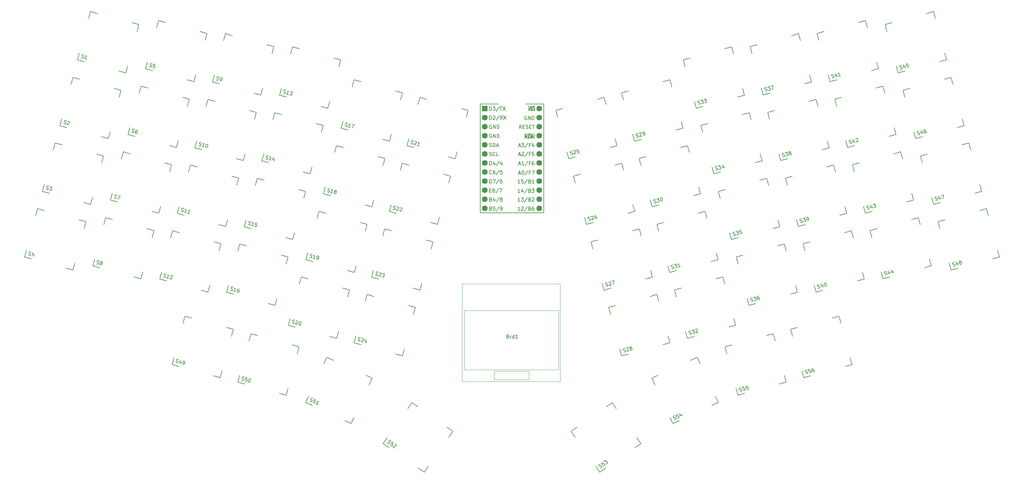
<source format=gto>
G04 #@! TF.GenerationSoftware,KiCad,Pcbnew,9.0.7*
G04 #@! TF.CreationDate,2026-02-21T20:18:19+09:00*
G04 #@! TF.ProjectId,TrueStrike56,54727565-5374-4726-996b-6535362e6b69,rev?*
G04 #@! TF.SameCoordinates,Original*
G04 #@! TF.FileFunction,Legend,Top*
G04 #@! TF.FilePolarity,Positive*
%FSLAX46Y46*%
G04 Gerber Fmt 4.6, Leading zero omitted, Abs format (unit mm)*
G04 Created by KiCad (PCBNEW 9.0.7) date 2026-02-21 20:18:19*
%MOMM*%
%LPD*%
G01*
G04 APERTURE LIST*
%ADD10C,0.160000*%
%ADD11C,0.150000*%
%ADD12C,0.120000*%
%ADD13R,1.600000X1.600000*%
%ADD14C,1.600000*%
G04 APERTURE END LIST*
D10*
X211932546Y-94516756D02*
X212075403Y-94564375D01*
X212075403Y-94564375D02*
X212123022Y-94611994D01*
X212123022Y-94611994D02*
X212170641Y-94707232D01*
X212170641Y-94707232D02*
X212170641Y-94850089D01*
X212170641Y-94850089D02*
X212123022Y-94945327D01*
X212123022Y-94945327D02*
X212075403Y-94992947D01*
X212075403Y-94992947D02*
X211980165Y-95040566D01*
X211980165Y-95040566D02*
X211599213Y-95040566D01*
X211599213Y-95040566D02*
X211599213Y-94040566D01*
X211599213Y-94040566D02*
X211932546Y-94040566D01*
X211932546Y-94040566D02*
X212027784Y-94088185D01*
X212027784Y-94088185D02*
X212075403Y-94135804D01*
X212075403Y-94135804D02*
X212123022Y-94231042D01*
X212123022Y-94231042D02*
X212123022Y-94326280D01*
X212123022Y-94326280D02*
X212075403Y-94421518D01*
X212075403Y-94421518D02*
X212027784Y-94469137D01*
X212027784Y-94469137D02*
X211932546Y-94516756D01*
X211932546Y-94516756D02*
X211599213Y-94516756D01*
X213075403Y-94040566D02*
X212599213Y-94040566D01*
X212599213Y-94040566D02*
X212551594Y-94516756D01*
X212551594Y-94516756D02*
X212599213Y-94469137D01*
X212599213Y-94469137D02*
X212694451Y-94421518D01*
X212694451Y-94421518D02*
X212932546Y-94421518D01*
X212932546Y-94421518D02*
X213027784Y-94469137D01*
X213027784Y-94469137D02*
X213075403Y-94516756D01*
X213075403Y-94516756D02*
X213123022Y-94611994D01*
X213123022Y-94611994D02*
X213123022Y-94850089D01*
X213123022Y-94850089D02*
X213075403Y-94945327D01*
X213075403Y-94945327D02*
X213027784Y-94992947D01*
X213027784Y-94992947D02*
X212932546Y-95040566D01*
X212932546Y-95040566D02*
X212694451Y-95040566D01*
X212694451Y-95040566D02*
X212599213Y-94992947D01*
X212599213Y-94992947D02*
X212551594Y-94945327D01*
X214265879Y-93992947D02*
X213408737Y-95278661D01*
X214646832Y-95040566D02*
X214837308Y-95040566D01*
X214837308Y-95040566D02*
X214932546Y-94992947D01*
X214932546Y-94992947D02*
X214980165Y-94945327D01*
X214980165Y-94945327D02*
X215075403Y-94802470D01*
X215075403Y-94802470D02*
X215123022Y-94611994D01*
X215123022Y-94611994D02*
X215123022Y-94231042D01*
X215123022Y-94231042D02*
X215075403Y-94135804D01*
X215075403Y-94135804D02*
X215027784Y-94088185D01*
X215027784Y-94088185D02*
X214932546Y-94040566D01*
X214932546Y-94040566D02*
X214742070Y-94040566D01*
X214742070Y-94040566D02*
X214646832Y-94088185D01*
X214646832Y-94088185D02*
X214599213Y-94135804D01*
X214599213Y-94135804D02*
X214551594Y-94231042D01*
X214551594Y-94231042D02*
X214551594Y-94469137D01*
X214551594Y-94469137D02*
X214599213Y-94564375D01*
X214599213Y-94564375D02*
X214646832Y-94611994D01*
X214646832Y-94611994D02*
X214742070Y-94659613D01*
X214742070Y-94659613D02*
X214932546Y-94659613D01*
X214932546Y-94659613D02*
X215027784Y-94611994D01*
X215027784Y-94611994D02*
X215075403Y-94564375D01*
X215075403Y-94564375D02*
X215123022Y-94469137D01*
X219731516Y-76954862D02*
X220207706Y-76954862D01*
X219636278Y-77240577D02*
X219969611Y-76240577D01*
X219969611Y-76240577D02*
X220302944Y-77240577D01*
X220541040Y-76240577D02*
X221160087Y-76240577D01*
X221160087Y-76240577D02*
X220826754Y-76621529D01*
X220826754Y-76621529D02*
X220969611Y-76621529D01*
X220969611Y-76621529D02*
X221064849Y-76669148D01*
X221064849Y-76669148D02*
X221112468Y-76716767D01*
X221112468Y-76716767D02*
X221160087Y-76812005D01*
X221160087Y-76812005D02*
X221160087Y-77050100D01*
X221160087Y-77050100D02*
X221112468Y-77145338D01*
X221112468Y-77145338D02*
X221064849Y-77192958D01*
X221064849Y-77192958D02*
X220969611Y-77240577D01*
X220969611Y-77240577D02*
X220683897Y-77240577D01*
X220683897Y-77240577D02*
X220588659Y-77192958D01*
X220588659Y-77192958D02*
X220541040Y-77145338D01*
X222302944Y-76192958D02*
X221445802Y-77478672D01*
X222969611Y-76716767D02*
X222636278Y-76716767D01*
X222636278Y-77240577D02*
X222636278Y-76240577D01*
X222636278Y-76240577D02*
X223112468Y-76240577D01*
X223921992Y-76573910D02*
X223921992Y-77240577D01*
X223683897Y-76192958D02*
X223445802Y-76907243D01*
X223445802Y-76907243D02*
X224064849Y-76907243D01*
G36*
X224302955Y-67231689D02*
G01*
X222397925Y-67231689D01*
X222397925Y-66524490D01*
X222509036Y-66524490D01*
X222510200Y-66528347D01*
X222510200Y-66532375D01*
X222514674Y-66543178D01*
X222518053Y-66554375D01*
X222520603Y-66557492D01*
X222522145Y-66561214D01*
X222530415Y-66569484D01*
X222537819Y-66578533D01*
X222541367Y-66580436D01*
X222544217Y-66583286D01*
X222555021Y-66587761D01*
X222565326Y-66593289D01*
X222569335Y-66593689D01*
X222573056Y-66595231D01*
X222584745Y-66595231D01*
X222596385Y-66596395D01*
X222600243Y-66595231D01*
X222604270Y-66595231D01*
X222615073Y-66590756D01*
X222626270Y-66587378D01*
X222629387Y-66584827D01*
X222633109Y-66583286D01*
X222645232Y-66573337D01*
X222683671Y-66534896D01*
X222750405Y-66501530D01*
X222950730Y-66501530D01*
X223017462Y-66534896D01*
X223046724Y-66564157D01*
X223080091Y-66630891D01*
X223080091Y-66831216D01*
X223046723Y-66897950D01*
X223017463Y-66927211D01*
X222950730Y-66960578D01*
X222750405Y-66960578D01*
X222683671Y-66927211D01*
X222645232Y-66888771D01*
X222633110Y-66878822D01*
X222604271Y-66866876D01*
X222573057Y-66866875D01*
X222544218Y-66878821D01*
X222522146Y-66900892D01*
X222510200Y-66929731D01*
X222510199Y-66960945D01*
X222522145Y-66989784D01*
X222532094Y-67001907D01*
X222579713Y-67049527D01*
X222585848Y-67054562D01*
X222587233Y-67056159D01*
X222589637Y-67057672D01*
X222591835Y-67059476D01*
X222593787Y-67060284D01*
X222600505Y-67064513D01*
X222695743Y-67112132D01*
X222710389Y-67117737D01*
X222713256Y-67117940D01*
X222715913Y-67119041D01*
X222731520Y-67120578D01*
X222969615Y-67120578D01*
X222985222Y-67119041D01*
X222987878Y-67117940D01*
X222990745Y-67117737D01*
X223005392Y-67112132D01*
X223100630Y-67064513D01*
X223107347Y-67060284D01*
X223109300Y-67059476D01*
X223111497Y-67057672D01*
X223113902Y-67056159D01*
X223115286Y-67054562D01*
X223121422Y-67049527D01*
X223169041Y-67001907D01*
X223174074Y-66995773D01*
X223175672Y-66994388D01*
X223177187Y-66991980D01*
X223178990Y-66989784D01*
X223179798Y-66987832D01*
X223184026Y-66981116D01*
X223231645Y-66885878D01*
X223237250Y-66871232D01*
X223237453Y-66868364D01*
X223238554Y-66865708D01*
X223240091Y-66850101D01*
X223240091Y-66612006D01*
X223238554Y-66596399D01*
X223237453Y-66593742D01*
X223237250Y-66590875D01*
X223231645Y-66576229D01*
X223184026Y-66480991D01*
X223179796Y-66474272D01*
X223178989Y-66472322D01*
X223177187Y-66470127D01*
X223175672Y-66467719D01*
X223174074Y-66466333D01*
X223169040Y-66460199D01*
X223121422Y-66412580D01*
X223115284Y-66407543D01*
X223113902Y-66405949D01*
X223111498Y-66404436D01*
X223109299Y-66402631D01*
X223107344Y-66401821D01*
X223100630Y-66397595D01*
X223005392Y-66349976D01*
X222990745Y-66344371D01*
X222987878Y-66344167D01*
X222985222Y-66343067D01*
X222969615Y-66341530D01*
X222731520Y-66341530D01*
X222715913Y-66343067D01*
X222713256Y-66344167D01*
X222710389Y-66344371D01*
X222695743Y-66349976D01*
X222685214Y-66355240D01*
X222708681Y-66120578D01*
X223112472Y-66120578D01*
X223128079Y-66119041D01*
X223156918Y-66107096D01*
X223178990Y-66085024D01*
X223190935Y-66056185D01*
X223190935Y-66050584D01*
X223366434Y-66050584D01*
X223369911Y-66065876D01*
X223703244Y-67065876D01*
X223709638Y-67080196D01*
X223713382Y-67084513D01*
X223715939Y-67089627D01*
X223723514Y-67096197D01*
X223730089Y-67103778D01*
X223735205Y-67106335D01*
X223739521Y-67110079D01*
X223749033Y-67113249D01*
X223758008Y-67117737D01*
X223763709Y-67118142D01*
X223769133Y-67119950D01*
X223779145Y-67119238D01*
X223789145Y-67119949D01*
X223794562Y-67118143D01*
X223800269Y-67117738D01*
X223809247Y-67113248D01*
X223818757Y-67110079D01*
X223823073Y-67106335D01*
X223828188Y-67103778D01*
X223834760Y-67096199D01*
X223842339Y-67089627D01*
X223844895Y-67084513D01*
X223848640Y-67080196D01*
X223855034Y-67065876D01*
X224188367Y-66065877D01*
X224191844Y-66050584D01*
X224189631Y-66019448D01*
X224175672Y-65991529D01*
X224152090Y-65971077D01*
X224122478Y-65961207D01*
X224091341Y-65963419D01*
X224063422Y-65977378D01*
X224042971Y-66000960D01*
X224036577Y-66015280D01*
X223779139Y-66787594D01*
X223521701Y-66015280D01*
X223515307Y-66000960D01*
X223494855Y-65977378D01*
X223466936Y-65963418D01*
X223435800Y-65961206D01*
X223406188Y-65971077D01*
X223382606Y-65991529D01*
X223368646Y-66019448D01*
X223366434Y-66050584D01*
X223190935Y-66050584D01*
X223190935Y-66024971D01*
X223178990Y-65996132D01*
X223156918Y-65974060D01*
X223128079Y-65962115D01*
X223112472Y-65960578D01*
X222636282Y-65960578D01*
X222630512Y-65961146D01*
X222628560Y-65960951D01*
X222626653Y-65961526D01*
X222620675Y-65962115D01*
X222609871Y-65966589D01*
X222598675Y-65969968D01*
X222595557Y-65972518D01*
X222591836Y-65974060D01*
X222583565Y-65982330D01*
X222574517Y-65989734D01*
X222572613Y-65993282D01*
X222569764Y-65996132D01*
X222565288Y-66006936D01*
X222559761Y-66017241D01*
X222558579Y-66023134D01*
X222557819Y-66024971D01*
X222557819Y-66026930D01*
X222556679Y-66032618D01*
X222509060Y-66508808D01*
X222509036Y-66524490D01*
X222397925Y-66524490D01*
X222397925Y-65849467D01*
X224302955Y-65849467D01*
X224302955Y-67231689D01*
G37*
X220064853Y-95040578D02*
X219493425Y-95040578D01*
X219779139Y-95040578D02*
X219779139Y-94040578D01*
X219779139Y-94040578D02*
X219683901Y-94183435D01*
X219683901Y-94183435D02*
X219588663Y-94278673D01*
X219588663Y-94278673D02*
X219493425Y-94326292D01*
X220445806Y-94135816D02*
X220493425Y-94088197D01*
X220493425Y-94088197D02*
X220588663Y-94040578D01*
X220588663Y-94040578D02*
X220826758Y-94040578D01*
X220826758Y-94040578D02*
X220921996Y-94088197D01*
X220921996Y-94088197D02*
X220969615Y-94135816D01*
X220969615Y-94135816D02*
X221017234Y-94231054D01*
X221017234Y-94231054D02*
X221017234Y-94326292D01*
X221017234Y-94326292D02*
X220969615Y-94469149D01*
X220969615Y-94469149D02*
X220398187Y-95040578D01*
X220398187Y-95040578D02*
X221017234Y-95040578D01*
X222160091Y-93992959D02*
X221302949Y-95278673D01*
X222826758Y-94516768D02*
X222969615Y-94564387D01*
X222969615Y-94564387D02*
X223017234Y-94612006D01*
X223017234Y-94612006D02*
X223064853Y-94707244D01*
X223064853Y-94707244D02*
X223064853Y-94850101D01*
X223064853Y-94850101D02*
X223017234Y-94945339D01*
X223017234Y-94945339D02*
X222969615Y-94992959D01*
X222969615Y-94992959D02*
X222874377Y-95040578D01*
X222874377Y-95040578D02*
X222493425Y-95040578D01*
X222493425Y-95040578D02*
X222493425Y-94040578D01*
X222493425Y-94040578D02*
X222826758Y-94040578D01*
X222826758Y-94040578D02*
X222921996Y-94088197D01*
X222921996Y-94088197D02*
X222969615Y-94135816D01*
X222969615Y-94135816D02*
X223017234Y-94231054D01*
X223017234Y-94231054D02*
X223017234Y-94326292D01*
X223017234Y-94326292D02*
X222969615Y-94421530D01*
X222969615Y-94421530D02*
X222921996Y-94469149D01*
X222921996Y-94469149D02*
X222826758Y-94516768D01*
X222826758Y-94516768D02*
X222493425Y-94516768D01*
X223921996Y-94040578D02*
X223731520Y-94040578D01*
X223731520Y-94040578D02*
X223636282Y-94088197D01*
X223636282Y-94088197D02*
X223588663Y-94135816D01*
X223588663Y-94135816D02*
X223493425Y-94278673D01*
X223493425Y-94278673D02*
X223445806Y-94469149D01*
X223445806Y-94469149D02*
X223445806Y-94850101D01*
X223445806Y-94850101D02*
X223493425Y-94945339D01*
X223493425Y-94945339D02*
X223541044Y-94992959D01*
X223541044Y-94992959D02*
X223636282Y-95040578D01*
X223636282Y-95040578D02*
X223826758Y-95040578D01*
X223826758Y-95040578D02*
X223921996Y-94992959D01*
X223921996Y-94992959D02*
X223969615Y-94945339D01*
X223969615Y-94945339D02*
X224017234Y-94850101D01*
X224017234Y-94850101D02*
X224017234Y-94612006D01*
X224017234Y-94612006D02*
X223969615Y-94516768D01*
X223969615Y-94516768D02*
X223921996Y-94469149D01*
X223921996Y-94469149D02*
X223826758Y-94421530D01*
X223826758Y-94421530D02*
X223636282Y-94421530D01*
X223636282Y-94421530D02*
X223541044Y-94469149D01*
X223541044Y-94469149D02*
X223493425Y-94516768D01*
X223493425Y-94516768D02*
X223445806Y-94612006D01*
X220064850Y-87440578D02*
X219493422Y-87440578D01*
X219779136Y-87440578D02*
X219779136Y-86440578D01*
X219779136Y-86440578D02*
X219683898Y-86583435D01*
X219683898Y-86583435D02*
X219588660Y-86678673D01*
X219588660Y-86678673D02*
X219493422Y-86726292D01*
X220969612Y-86440578D02*
X220493422Y-86440578D01*
X220493422Y-86440578D02*
X220445803Y-86916768D01*
X220445803Y-86916768D02*
X220493422Y-86869149D01*
X220493422Y-86869149D02*
X220588660Y-86821530D01*
X220588660Y-86821530D02*
X220826755Y-86821530D01*
X220826755Y-86821530D02*
X220921993Y-86869149D01*
X220921993Y-86869149D02*
X220969612Y-86916768D01*
X220969612Y-86916768D02*
X221017231Y-87012006D01*
X221017231Y-87012006D02*
X221017231Y-87250101D01*
X221017231Y-87250101D02*
X220969612Y-87345339D01*
X220969612Y-87345339D02*
X220921993Y-87392959D01*
X220921993Y-87392959D02*
X220826755Y-87440578D01*
X220826755Y-87440578D02*
X220588660Y-87440578D01*
X220588660Y-87440578D02*
X220493422Y-87392959D01*
X220493422Y-87392959D02*
X220445803Y-87345339D01*
X222160088Y-86392959D02*
X221302946Y-87678673D01*
X222826755Y-86916768D02*
X222969612Y-86964387D01*
X222969612Y-86964387D02*
X223017231Y-87012006D01*
X223017231Y-87012006D02*
X223064850Y-87107244D01*
X223064850Y-87107244D02*
X223064850Y-87250101D01*
X223064850Y-87250101D02*
X223017231Y-87345339D01*
X223017231Y-87345339D02*
X222969612Y-87392959D01*
X222969612Y-87392959D02*
X222874374Y-87440578D01*
X222874374Y-87440578D02*
X222493422Y-87440578D01*
X222493422Y-87440578D02*
X222493422Y-86440578D01*
X222493422Y-86440578D02*
X222826755Y-86440578D01*
X222826755Y-86440578D02*
X222921993Y-86488197D01*
X222921993Y-86488197D02*
X222969612Y-86535816D01*
X222969612Y-86535816D02*
X223017231Y-86631054D01*
X223017231Y-86631054D02*
X223017231Y-86726292D01*
X223017231Y-86726292D02*
X222969612Y-86821530D01*
X222969612Y-86821530D02*
X222921993Y-86869149D01*
X222921993Y-86869149D02*
X222826755Y-86916768D01*
X222826755Y-86916768D02*
X222493422Y-86916768D01*
X224017231Y-87440578D02*
X223445803Y-87440578D01*
X223731517Y-87440578D02*
X223731517Y-86440578D01*
X223731517Y-86440578D02*
X223636279Y-86583435D01*
X223636279Y-86583435D02*
X223541041Y-86678673D01*
X223541041Y-86678673D02*
X223445803Y-86726292D01*
X211599230Y-67040568D02*
X211599230Y-66040568D01*
X211599230Y-66040568D02*
X211837325Y-66040568D01*
X211837325Y-66040568D02*
X211980182Y-66088187D01*
X211980182Y-66088187D02*
X212075420Y-66183425D01*
X212075420Y-66183425D02*
X212123039Y-66278663D01*
X212123039Y-66278663D02*
X212170658Y-66469139D01*
X212170658Y-66469139D02*
X212170658Y-66611996D01*
X212170658Y-66611996D02*
X212123039Y-66802472D01*
X212123039Y-66802472D02*
X212075420Y-66897710D01*
X212075420Y-66897710D02*
X211980182Y-66992949D01*
X211980182Y-66992949D02*
X211837325Y-67040568D01*
X211837325Y-67040568D02*
X211599230Y-67040568D01*
X212503992Y-66040568D02*
X213123039Y-66040568D01*
X213123039Y-66040568D02*
X212789706Y-66421520D01*
X212789706Y-66421520D02*
X212932563Y-66421520D01*
X212932563Y-66421520D02*
X213027801Y-66469139D01*
X213027801Y-66469139D02*
X213075420Y-66516758D01*
X213075420Y-66516758D02*
X213123039Y-66611996D01*
X213123039Y-66611996D02*
X213123039Y-66850091D01*
X213123039Y-66850091D02*
X213075420Y-66945329D01*
X213075420Y-66945329D02*
X213027801Y-66992949D01*
X213027801Y-66992949D02*
X212932563Y-67040568D01*
X212932563Y-67040568D02*
X212646849Y-67040568D01*
X212646849Y-67040568D02*
X212551611Y-66992949D01*
X212551611Y-66992949D02*
X212503992Y-66945329D01*
X214265896Y-65992949D02*
X213408754Y-67278663D01*
X214456373Y-66040568D02*
X215027801Y-66040568D01*
X214742087Y-67040568D02*
X214742087Y-66040568D01*
X215265897Y-66040568D02*
X215932563Y-67040568D01*
X215932563Y-66040568D02*
X215265897Y-67040568D01*
X211932553Y-91971284D02*
X212075410Y-92018903D01*
X212075410Y-92018903D02*
X212123029Y-92066522D01*
X212123029Y-92066522D02*
X212170648Y-92161760D01*
X212170648Y-92161760D02*
X212170648Y-92304617D01*
X212170648Y-92304617D02*
X212123029Y-92399855D01*
X212123029Y-92399855D02*
X212075410Y-92447475D01*
X212075410Y-92447475D02*
X211980172Y-92495094D01*
X211980172Y-92495094D02*
X211599220Y-92495094D01*
X211599220Y-92495094D02*
X211599220Y-91495094D01*
X211599220Y-91495094D02*
X211932553Y-91495094D01*
X211932553Y-91495094D02*
X212027791Y-91542713D01*
X212027791Y-91542713D02*
X212075410Y-91590332D01*
X212075410Y-91590332D02*
X212123029Y-91685570D01*
X212123029Y-91685570D02*
X212123029Y-91780808D01*
X212123029Y-91780808D02*
X212075410Y-91876046D01*
X212075410Y-91876046D02*
X212027791Y-91923665D01*
X212027791Y-91923665D02*
X211932553Y-91971284D01*
X211932553Y-91971284D02*
X211599220Y-91971284D01*
X213027791Y-91828427D02*
X213027791Y-92495094D01*
X212789696Y-91447475D02*
X212551601Y-92161760D01*
X212551601Y-92161760D02*
X213170648Y-92161760D01*
X214265886Y-91447475D02*
X213408744Y-92733189D01*
X214742077Y-91923665D02*
X214646839Y-91876046D01*
X214646839Y-91876046D02*
X214599220Y-91828427D01*
X214599220Y-91828427D02*
X214551601Y-91733189D01*
X214551601Y-91733189D02*
X214551601Y-91685570D01*
X214551601Y-91685570D02*
X214599220Y-91590332D01*
X214599220Y-91590332D02*
X214646839Y-91542713D01*
X214646839Y-91542713D02*
X214742077Y-91495094D01*
X214742077Y-91495094D02*
X214932553Y-91495094D01*
X214932553Y-91495094D02*
X215027791Y-91542713D01*
X215027791Y-91542713D02*
X215075410Y-91590332D01*
X215075410Y-91590332D02*
X215123029Y-91685570D01*
X215123029Y-91685570D02*
X215123029Y-91733189D01*
X215123029Y-91733189D02*
X215075410Y-91828427D01*
X215075410Y-91828427D02*
X215027791Y-91876046D01*
X215027791Y-91876046D02*
X214932553Y-91923665D01*
X214932553Y-91923665D02*
X214742077Y-91923665D01*
X214742077Y-91923665D02*
X214646839Y-91971284D01*
X214646839Y-91971284D02*
X214599220Y-92018903D01*
X214599220Y-92018903D02*
X214551601Y-92114141D01*
X214551601Y-92114141D02*
X214551601Y-92304617D01*
X214551601Y-92304617D02*
X214599220Y-92399855D01*
X214599220Y-92399855D02*
X214646839Y-92447475D01*
X214646839Y-92447475D02*
X214742077Y-92495094D01*
X214742077Y-92495094D02*
X214932553Y-92495094D01*
X214932553Y-92495094D02*
X215027791Y-92447475D01*
X215027791Y-92447475D02*
X215075410Y-92399855D01*
X215075410Y-92399855D02*
X215123029Y-92304617D01*
X215123029Y-92304617D02*
X215123029Y-92114141D01*
X215123029Y-92114141D02*
X215075410Y-92018903D01*
X215075410Y-92018903D02*
X215027791Y-91971284D01*
X215027791Y-91971284D02*
X214932553Y-91923665D01*
X219731518Y-84654869D02*
X220207708Y-84654869D01*
X219636280Y-84940584D02*
X219969613Y-83940584D01*
X219969613Y-83940584D02*
X220302946Y-84940584D01*
X220826756Y-83940584D02*
X220921994Y-83940584D01*
X220921994Y-83940584D02*
X221017232Y-83988203D01*
X221017232Y-83988203D02*
X221064851Y-84035822D01*
X221064851Y-84035822D02*
X221112470Y-84131060D01*
X221112470Y-84131060D02*
X221160089Y-84321536D01*
X221160089Y-84321536D02*
X221160089Y-84559631D01*
X221160089Y-84559631D02*
X221112470Y-84750107D01*
X221112470Y-84750107D02*
X221064851Y-84845345D01*
X221064851Y-84845345D02*
X221017232Y-84892965D01*
X221017232Y-84892965D02*
X220921994Y-84940584D01*
X220921994Y-84940584D02*
X220826756Y-84940584D01*
X220826756Y-84940584D02*
X220731518Y-84892965D01*
X220731518Y-84892965D02*
X220683899Y-84845345D01*
X220683899Y-84845345D02*
X220636280Y-84750107D01*
X220636280Y-84750107D02*
X220588661Y-84559631D01*
X220588661Y-84559631D02*
X220588661Y-84321536D01*
X220588661Y-84321536D02*
X220636280Y-84131060D01*
X220636280Y-84131060D02*
X220683899Y-84035822D01*
X220683899Y-84035822D02*
X220731518Y-83988203D01*
X220731518Y-83988203D02*
X220826756Y-83940584D01*
X222302946Y-83892965D02*
X221445804Y-85178679D01*
X222969613Y-84416774D02*
X222636280Y-84416774D01*
X222636280Y-84940584D02*
X222636280Y-83940584D01*
X222636280Y-83940584D02*
X223112470Y-83940584D01*
X223398185Y-83940584D02*
X224064851Y-83940584D01*
X224064851Y-83940584D02*
X223636280Y-84940584D01*
X211599225Y-89425847D02*
X211932558Y-89425847D01*
X212075415Y-89949657D02*
X211599225Y-89949657D01*
X211599225Y-89949657D02*
X211599225Y-88949657D01*
X211599225Y-88949657D02*
X212075415Y-88949657D01*
X212932558Y-88949657D02*
X212742082Y-88949657D01*
X212742082Y-88949657D02*
X212646844Y-88997276D01*
X212646844Y-88997276D02*
X212599225Y-89044895D01*
X212599225Y-89044895D02*
X212503987Y-89187752D01*
X212503987Y-89187752D02*
X212456368Y-89378228D01*
X212456368Y-89378228D02*
X212456368Y-89759180D01*
X212456368Y-89759180D02*
X212503987Y-89854418D01*
X212503987Y-89854418D02*
X212551606Y-89902038D01*
X212551606Y-89902038D02*
X212646844Y-89949657D01*
X212646844Y-89949657D02*
X212837320Y-89949657D01*
X212837320Y-89949657D02*
X212932558Y-89902038D01*
X212932558Y-89902038D02*
X212980177Y-89854418D01*
X212980177Y-89854418D02*
X213027796Y-89759180D01*
X213027796Y-89759180D02*
X213027796Y-89521085D01*
X213027796Y-89521085D02*
X212980177Y-89425847D01*
X212980177Y-89425847D02*
X212932558Y-89378228D01*
X212932558Y-89378228D02*
X212837320Y-89330609D01*
X212837320Y-89330609D02*
X212646844Y-89330609D01*
X212646844Y-89330609D02*
X212551606Y-89378228D01*
X212551606Y-89378228D02*
X212503987Y-89425847D01*
X212503987Y-89425847D02*
X212456368Y-89521085D01*
X214170653Y-88902038D02*
X213313511Y-90187752D01*
X214408749Y-88949657D02*
X215075415Y-88949657D01*
X215075415Y-88949657D02*
X214646844Y-89949657D01*
X212170641Y-84763507D02*
X212123022Y-84811127D01*
X212123022Y-84811127D02*
X211980165Y-84858746D01*
X211980165Y-84858746D02*
X211884927Y-84858746D01*
X211884927Y-84858746D02*
X211742070Y-84811127D01*
X211742070Y-84811127D02*
X211646832Y-84715888D01*
X211646832Y-84715888D02*
X211599213Y-84620650D01*
X211599213Y-84620650D02*
X211551594Y-84430174D01*
X211551594Y-84430174D02*
X211551594Y-84287317D01*
X211551594Y-84287317D02*
X211599213Y-84096841D01*
X211599213Y-84096841D02*
X211646832Y-84001603D01*
X211646832Y-84001603D02*
X211742070Y-83906365D01*
X211742070Y-83906365D02*
X211884927Y-83858746D01*
X211884927Y-83858746D02*
X211980165Y-83858746D01*
X211980165Y-83858746D02*
X212123022Y-83906365D01*
X212123022Y-83906365D02*
X212170641Y-83953984D01*
X213027784Y-83858746D02*
X212837308Y-83858746D01*
X212837308Y-83858746D02*
X212742070Y-83906365D01*
X212742070Y-83906365D02*
X212694451Y-83953984D01*
X212694451Y-83953984D02*
X212599213Y-84096841D01*
X212599213Y-84096841D02*
X212551594Y-84287317D01*
X212551594Y-84287317D02*
X212551594Y-84668269D01*
X212551594Y-84668269D02*
X212599213Y-84763507D01*
X212599213Y-84763507D02*
X212646832Y-84811127D01*
X212646832Y-84811127D02*
X212742070Y-84858746D01*
X212742070Y-84858746D02*
X212932546Y-84858746D01*
X212932546Y-84858746D02*
X213027784Y-84811127D01*
X213027784Y-84811127D02*
X213075403Y-84763507D01*
X213075403Y-84763507D02*
X213123022Y-84668269D01*
X213123022Y-84668269D02*
X213123022Y-84430174D01*
X213123022Y-84430174D02*
X213075403Y-84334936D01*
X213075403Y-84334936D02*
X213027784Y-84287317D01*
X213027784Y-84287317D02*
X212932546Y-84239698D01*
X212932546Y-84239698D02*
X212742070Y-84239698D01*
X212742070Y-84239698D02*
X212646832Y-84287317D01*
X212646832Y-84287317D02*
X212599213Y-84334936D01*
X212599213Y-84334936D02*
X212551594Y-84430174D01*
X214265879Y-83811127D02*
X213408737Y-85096841D01*
X215075403Y-83858746D02*
X214599213Y-83858746D01*
X214599213Y-83858746D02*
X214551594Y-84334936D01*
X214551594Y-84334936D02*
X214599213Y-84287317D01*
X214599213Y-84287317D02*
X214694451Y-84239698D01*
X214694451Y-84239698D02*
X214932546Y-84239698D01*
X214932546Y-84239698D02*
X215027784Y-84287317D01*
X215027784Y-84287317D02*
X215075403Y-84334936D01*
X215075403Y-84334936D02*
X215123022Y-84430174D01*
X215123022Y-84430174D02*
X215123022Y-84668269D01*
X215123022Y-84668269D02*
X215075403Y-84763507D01*
X215075403Y-84763507D02*
X215027784Y-84811127D01*
X215027784Y-84811127D02*
X214932546Y-84858746D01*
X214932546Y-84858746D02*
X214694451Y-84858746D01*
X214694451Y-84858746D02*
X214599213Y-84811127D01*
X214599213Y-84811127D02*
X214551594Y-84763507D01*
X212123041Y-73724550D02*
X212027803Y-73676931D01*
X212027803Y-73676931D02*
X211884946Y-73676931D01*
X211884946Y-73676931D02*
X211742089Y-73724550D01*
X211742089Y-73724550D02*
X211646851Y-73819788D01*
X211646851Y-73819788D02*
X211599232Y-73915026D01*
X211599232Y-73915026D02*
X211551613Y-74105502D01*
X211551613Y-74105502D02*
X211551613Y-74248359D01*
X211551613Y-74248359D02*
X211599232Y-74438835D01*
X211599232Y-74438835D02*
X211646851Y-74534073D01*
X211646851Y-74534073D02*
X211742089Y-74629312D01*
X211742089Y-74629312D02*
X211884946Y-74676931D01*
X211884946Y-74676931D02*
X211980184Y-74676931D01*
X211980184Y-74676931D02*
X212123041Y-74629312D01*
X212123041Y-74629312D02*
X212170660Y-74581692D01*
X212170660Y-74581692D02*
X212170660Y-74248359D01*
X212170660Y-74248359D02*
X211980184Y-74248359D01*
X212599232Y-74676931D02*
X212599232Y-73676931D01*
X212599232Y-73676931D02*
X213170660Y-74676931D01*
X213170660Y-74676931D02*
X213170660Y-73676931D01*
X213646851Y-74676931D02*
X213646851Y-73676931D01*
X213646851Y-73676931D02*
X213884946Y-73676931D01*
X213884946Y-73676931D02*
X214027803Y-73724550D01*
X214027803Y-73724550D02*
X214123041Y-73819788D01*
X214123041Y-73819788D02*
X214170660Y-73915026D01*
X214170660Y-73915026D02*
X214218279Y-74105502D01*
X214218279Y-74105502D02*
X214218279Y-74248359D01*
X214218279Y-74248359D02*
X214170660Y-74438835D01*
X214170660Y-74438835D02*
X214123041Y-74534073D01*
X214123041Y-74534073D02*
X214027803Y-74629312D01*
X214027803Y-74629312D02*
X213884946Y-74676931D01*
X213884946Y-74676931D02*
X213646851Y-74676931D01*
X220064848Y-92540576D02*
X219493420Y-92540576D01*
X219779134Y-92540576D02*
X219779134Y-91540576D01*
X219779134Y-91540576D02*
X219683896Y-91683433D01*
X219683896Y-91683433D02*
X219588658Y-91778671D01*
X219588658Y-91778671D02*
X219493420Y-91826290D01*
X220398182Y-91540576D02*
X221017229Y-91540576D01*
X221017229Y-91540576D02*
X220683896Y-91921528D01*
X220683896Y-91921528D02*
X220826753Y-91921528D01*
X220826753Y-91921528D02*
X220921991Y-91969147D01*
X220921991Y-91969147D02*
X220969610Y-92016766D01*
X220969610Y-92016766D02*
X221017229Y-92112004D01*
X221017229Y-92112004D02*
X221017229Y-92350099D01*
X221017229Y-92350099D02*
X220969610Y-92445337D01*
X220969610Y-92445337D02*
X220921991Y-92492957D01*
X220921991Y-92492957D02*
X220826753Y-92540576D01*
X220826753Y-92540576D02*
X220541039Y-92540576D01*
X220541039Y-92540576D02*
X220445801Y-92492957D01*
X220445801Y-92492957D02*
X220398182Y-92445337D01*
X222160086Y-91492957D02*
X221302944Y-92778671D01*
X222826753Y-92016766D02*
X222969610Y-92064385D01*
X222969610Y-92064385D02*
X223017229Y-92112004D01*
X223017229Y-92112004D02*
X223064848Y-92207242D01*
X223064848Y-92207242D02*
X223064848Y-92350099D01*
X223064848Y-92350099D02*
X223017229Y-92445337D01*
X223017229Y-92445337D02*
X222969610Y-92492957D01*
X222969610Y-92492957D02*
X222874372Y-92540576D01*
X222874372Y-92540576D02*
X222493420Y-92540576D01*
X222493420Y-92540576D02*
X222493420Y-91540576D01*
X222493420Y-91540576D02*
X222826753Y-91540576D01*
X222826753Y-91540576D02*
X222921991Y-91588195D01*
X222921991Y-91588195D02*
X222969610Y-91635814D01*
X222969610Y-91635814D02*
X223017229Y-91731052D01*
X223017229Y-91731052D02*
X223017229Y-91826290D01*
X223017229Y-91826290D02*
X222969610Y-91921528D01*
X222969610Y-91921528D02*
X222921991Y-91969147D01*
X222921991Y-91969147D02*
X222826753Y-92016766D01*
X222826753Y-92016766D02*
X222493420Y-92016766D01*
X223445801Y-91635814D02*
X223493420Y-91588195D01*
X223493420Y-91588195D02*
X223588658Y-91540576D01*
X223588658Y-91540576D02*
X223826753Y-91540576D01*
X223826753Y-91540576D02*
X223921991Y-91588195D01*
X223921991Y-91588195D02*
X223969610Y-91635814D01*
X223969610Y-91635814D02*
X224017229Y-91731052D01*
X224017229Y-91731052D02*
X224017229Y-91826290D01*
X224017229Y-91826290D02*
X223969610Y-91969147D01*
X223969610Y-91969147D02*
X223398182Y-92540576D01*
X223398182Y-92540576D02*
X224017229Y-92540576D01*
X211551597Y-77174771D02*
X211694454Y-77222390D01*
X211694454Y-77222390D02*
X211932549Y-77222390D01*
X211932549Y-77222390D02*
X212027787Y-77174771D01*
X212027787Y-77174771D02*
X212075406Y-77127151D01*
X212075406Y-77127151D02*
X212123025Y-77031913D01*
X212123025Y-77031913D02*
X212123025Y-76936675D01*
X212123025Y-76936675D02*
X212075406Y-76841437D01*
X212075406Y-76841437D02*
X212027787Y-76793818D01*
X212027787Y-76793818D02*
X211932549Y-76746199D01*
X211932549Y-76746199D02*
X211742073Y-76698580D01*
X211742073Y-76698580D02*
X211646835Y-76650961D01*
X211646835Y-76650961D02*
X211599216Y-76603342D01*
X211599216Y-76603342D02*
X211551597Y-76508104D01*
X211551597Y-76508104D02*
X211551597Y-76412866D01*
X211551597Y-76412866D02*
X211599216Y-76317628D01*
X211599216Y-76317628D02*
X211646835Y-76270009D01*
X211646835Y-76270009D02*
X211742073Y-76222390D01*
X211742073Y-76222390D02*
X211980168Y-76222390D01*
X211980168Y-76222390D02*
X212123025Y-76270009D01*
X212551597Y-77222390D02*
X212551597Y-76222390D01*
X212551597Y-76222390D02*
X212789692Y-76222390D01*
X212789692Y-76222390D02*
X212932549Y-76270009D01*
X212932549Y-76270009D02*
X213027787Y-76365247D01*
X213027787Y-76365247D02*
X213075406Y-76460485D01*
X213075406Y-76460485D02*
X213123025Y-76650961D01*
X213123025Y-76650961D02*
X213123025Y-76793818D01*
X213123025Y-76793818D02*
X213075406Y-76984294D01*
X213075406Y-76984294D02*
X213027787Y-77079532D01*
X213027787Y-77079532D02*
X212932549Y-77174771D01*
X212932549Y-77174771D02*
X212789692Y-77222390D01*
X212789692Y-77222390D02*
X212551597Y-77222390D01*
X213503978Y-76936675D02*
X213980168Y-76936675D01*
X213408740Y-77222390D02*
X213742073Y-76222390D01*
X213742073Y-76222390D02*
X214075406Y-77222390D01*
X219731524Y-79454862D02*
X220207714Y-79454862D01*
X219636286Y-79740577D02*
X219969619Y-78740577D01*
X219969619Y-78740577D02*
X220302952Y-79740577D01*
X220588667Y-78835815D02*
X220636286Y-78788196D01*
X220636286Y-78788196D02*
X220731524Y-78740577D01*
X220731524Y-78740577D02*
X220969619Y-78740577D01*
X220969619Y-78740577D02*
X221064857Y-78788196D01*
X221064857Y-78788196D02*
X221112476Y-78835815D01*
X221112476Y-78835815D02*
X221160095Y-78931053D01*
X221160095Y-78931053D02*
X221160095Y-79026291D01*
X221160095Y-79026291D02*
X221112476Y-79169148D01*
X221112476Y-79169148D02*
X220541048Y-79740577D01*
X220541048Y-79740577D02*
X221160095Y-79740577D01*
X222302952Y-78692958D02*
X221445810Y-79978672D01*
X222969619Y-79216767D02*
X222636286Y-79216767D01*
X222636286Y-79740577D02*
X222636286Y-78740577D01*
X222636286Y-78740577D02*
X223112476Y-78740577D01*
X223969619Y-78740577D02*
X223493429Y-78740577D01*
X223493429Y-78740577D02*
X223445810Y-79216767D01*
X223445810Y-79216767D02*
X223493429Y-79169148D01*
X223493429Y-79169148D02*
X223588667Y-79121529D01*
X223588667Y-79121529D02*
X223826762Y-79121529D01*
X223826762Y-79121529D02*
X223922000Y-79169148D01*
X223922000Y-79169148D02*
X223969619Y-79216767D01*
X223969619Y-79216767D02*
X224017238Y-79312005D01*
X224017238Y-79312005D02*
X224017238Y-79550100D01*
X224017238Y-79550100D02*
X223969619Y-79645338D01*
X223969619Y-79645338D02*
X223922000Y-79692958D01*
X223922000Y-79692958D02*
X223826762Y-79740577D01*
X223826762Y-79740577D02*
X223588667Y-79740577D01*
X223588667Y-79740577D02*
X223493429Y-79692958D01*
X223493429Y-79692958D02*
X223445810Y-79645338D01*
X211599219Y-87404192D02*
X211599219Y-86404192D01*
X211599219Y-86404192D02*
X211837314Y-86404192D01*
X211837314Y-86404192D02*
X211980171Y-86451811D01*
X211980171Y-86451811D02*
X212075409Y-86547049D01*
X212075409Y-86547049D02*
X212123028Y-86642287D01*
X212123028Y-86642287D02*
X212170647Y-86832763D01*
X212170647Y-86832763D02*
X212170647Y-86975620D01*
X212170647Y-86975620D02*
X212123028Y-87166096D01*
X212123028Y-87166096D02*
X212075409Y-87261334D01*
X212075409Y-87261334D02*
X211980171Y-87356573D01*
X211980171Y-87356573D02*
X211837314Y-87404192D01*
X211837314Y-87404192D02*
X211599219Y-87404192D01*
X212503981Y-86404192D02*
X213170647Y-86404192D01*
X213170647Y-86404192D02*
X212742076Y-87404192D01*
X214265885Y-86356573D02*
X213408743Y-87642287D01*
X215027790Y-86404192D02*
X214837314Y-86404192D01*
X214837314Y-86404192D02*
X214742076Y-86451811D01*
X214742076Y-86451811D02*
X214694457Y-86499430D01*
X214694457Y-86499430D02*
X214599219Y-86642287D01*
X214599219Y-86642287D02*
X214551600Y-86832763D01*
X214551600Y-86832763D02*
X214551600Y-87213715D01*
X214551600Y-87213715D02*
X214599219Y-87308953D01*
X214599219Y-87308953D02*
X214646838Y-87356573D01*
X214646838Y-87356573D02*
X214742076Y-87404192D01*
X214742076Y-87404192D02*
X214932552Y-87404192D01*
X214932552Y-87404192D02*
X215027790Y-87356573D01*
X215027790Y-87356573D02*
X215075409Y-87308953D01*
X215075409Y-87308953D02*
X215123028Y-87213715D01*
X215123028Y-87213715D02*
X215123028Y-86975620D01*
X215123028Y-86975620D02*
X215075409Y-86880382D01*
X215075409Y-86880382D02*
X215027790Y-86832763D01*
X215027790Y-86832763D02*
X214932552Y-86785144D01*
X214932552Y-86785144D02*
X214742076Y-86785144D01*
X214742076Y-86785144D02*
X214646838Y-86832763D01*
X214646838Y-86832763D02*
X214599219Y-86880382D01*
X214599219Y-86880382D02*
X214551600Y-86975620D01*
G36*
X224208336Y-74931699D02*
G01*
X221399079Y-74931699D01*
X221399079Y-74660955D01*
X221510190Y-74660955D01*
X221522136Y-74689794D01*
X221532085Y-74701917D01*
X221579704Y-74749537D01*
X221585839Y-74754572D01*
X221587224Y-74756169D01*
X221589628Y-74757682D01*
X221591826Y-74759486D01*
X221593778Y-74760294D01*
X221600496Y-74764523D01*
X221695734Y-74812142D01*
X221710380Y-74817747D01*
X221713247Y-74817950D01*
X221715904Y-74819051D01*
X221731511Y-74820588D01*
X222017225Y-74820588D01*
X222032832Y-74819051D01*
X222035488Y-74817950D01*
X222038355Y-74817747D01*
X222053002Y-74812142D01*
X222148240Y-74764523D01*
X222154957Y-74760294D01*
X222156910Y-74759486D01*
X222159107Y-74757682D01*
X222161512Y-74756169D01*
X222162896Y-74754572D01*
X222169032Y-74749537D01*
X222216651Y-74701917D01*
X222221684Y-74695783D01*
X222223282Y-74694398D01*
X222224797Y-74691990D01*
X222226600Y-74689794D01*
X222227408Y-74687842D01*
X222231636Y-74681126D01*
X222279255Y-74585888D01*
X222284860Y-74571242D01*
X222285063Y-74568374D01*
X222286164Y-74565718D01*
X222287701Y-74550111D01*
X222287701Y-74312016D01*
X222286164Y-74296409D01*
X222285063Y-74293752D01*
X222284860Y-74290885D01*
X222279255Y-74276239D01*
X222231636Y-74181001D01*
X222227406Y-74174282D01*
X222226599Y-74172332D01*
X222224797Y-74170137D01*
X222223282Y-74167729D01*
X222221684Y-74166343D01*
X222216650Y-74160209D01*
X222169032Y-74112590D01*
X222162894Y-74107553D01*
X222161512Y-74105959D01*
X222159108Y-74104446D01*
X222156909Y-74102641D01*
X222154954Y-74101831D01*
X222148240Y-74097605D01*
X222053002Y-74049986D01*
X222045717Y-74047198D01*
X222267907Y-73793268D01*
X222272728Y-73786524D01*
X222274219Y-73785034D01*
X222274804Y-73783621D01*
X222277028Y-73780511D01*
X222281192Y-73768197D01*
X222286164Y-73756195D01*
X222286164Y-73753498D01*
X222287029Y-73750941D01*
X222287006Y-73750594D01*
X222414044Y-73750594D01*
X222417521Y-73765886D01*
X222750854Y-74765886D01*
X222757248Y-74780206D01*
X222760992Y-74784523D01*
X222763549Y-74789637D01*
X222771124Y-74796207D01*
X222777699Y-74803788D01*
X222782815Y-74806345D01*
X222787131Y-74810089D01*
X222796643Y-74813259D01*
X222805618Y-74817747D01*
X222811319Y-74818152D01*
X222816743Y-74819960D01*
X222826755Y-74819248D01*
X222836755Y-74819959D01*
X222842172Y-74818153D01*
X222847879Y-74817748D01*
X222856857Y-74813258D01*
X222866367Y-74810089D01*
X222870683Y-74806345D01*
X222875798Y-74803788D01*
X222882370Y-74796209D01*
X222889949Y-74789637D01*
X222892505Y-74784523D01*
X222896250Y-74780206D01*
X222902644Y-74765886D01*
X222937621Y-74660955D01*
X223319714Y-74660955D01*
X223331660Y-74689794D01*
X223341609Y-74701917D01*
X223389228Y-74749537D01*
X223395363Y-74754572D01*
X223396748Y-74756169D01*
X223399152Y-74757682D01*
X223401350Y-74759486D01*
X223403302Y-74760294D01*
X223410020Y-74764523D01*
X223505258Y-74812142D01*
X223519904Y-74817747D01*
X223522771Y-74817950D01*
X223525428Y-74819051D01*
X223541035Y-74820588D01*
X223826749Y-74820588D01*
X223842356Y-74819051D01*
X223845012Y-74817950D01*
X223847879Y-74817747D01*
X223862526Y-74812142D01*
X223957764Y-74764523D01*
X223964481Y-74760294D01*
X223966434Y-74759486D01*
X223968631Y-74757682D01*
X223971036Y-74756169D01*
X223972420Y-74754572D01*
X223978556Y-74749537D01*
X224026175Y-74701917D01*
X224031208Y-74695783D01*
X224032806Y-74694398D01*
X224034321Y-74691990D01*
X224036124Y-74689794D01*
X224036932Y-74687842D01*
X224041160Y-74681126D01*
X224088779Y-74585888D01*
X224094384Y-74571242D01*
X224094587Y-74568374D01*
X224095688Y-74565718D01*
X224097225Y-74550111D01*
X224097225Y-74312016D01*
X224095688Y-74296409D01*
X224094587Y-74293752D01*
X224094384Y-74290885D01*
X224088779Y-74276239D01*
X224041160Y-74181001D01*
X224036930Y-74174282D01*
X224036123Y-74172332D01*
X224034321Y-74170137D01*
X224032806Y-74167729D01*
X224031208Y-74166343D01*
X224026174Y-74160209D01*
X223978556Y-74112590D01*
X223972418Y-74107553D01*
X223971036Y-74105959D01*
X223968632Y-74104446D01*
X223966433Y-74102641D01*
X223964478Y-74101831D01*
X223957764Y-74097605D01*
X223862526Y-74049986D01*
X223855241Y-74047198D01*
X224077431Y-73793268D01*
X224082252Y-73786524D01*
X224083743Y-73785034D01*
X224084328Y-73783621D01*
X224086552Y-73780511D01*
X224090716Y-73768197D01*
X224095688Y-73756195D01*
X224095688Y-73753498D01*
X224096553Y-73750941D01*
X224095688Y-73737970D01*
X224095688Y-73724981D01*
X224094655Y-73722488D01*
X224094476Y-73719796D01*
X224088716Y-73708149D01*
X224083743Y-73696142D01*
X224081834Y-73694233D01*
X224080639Y-73691816D01*
X224070861Y-73683260D01*
X224061671Y-73674070D01*
X224059178Y-73673037D01*
X224057148Y-73671261D01*
X224044834Y-73667096D01*
X224032832Y-73662125D01*
X224029027Y-73661750D01*
X224027578Y-73661260D01*
X224025473Y-73661400D01*
X224017225Y-73660588D01*
X223398178Y-73660588D01*
X223382571Y-73662125D01*
X223353732Y-73674070D01*
X223331660Y-73696142D01*
X223319715Y-73724981D01*
X223319715Y-73756195D01*
X223331660Y-73785034D01*
X223353732Y-73807106D01*
X223382571Y-73819051D01*
X223398178Y-73820588D01*
X223840924Y-73820588D01*
X223623686Y-74068860D01*
X223618864Y-74075603D01*
X223617374Y-74077094D01*
X223616788Y-74078506D01*
X223614565Y-74081617D01*
X223610400Y-74093930D01*
X223605429Y-74105933D01*
X223605429Y-74108629D01*
X223604564Y-74111187D01*
X223605429Y-74124157D01*
X223605429Y-74137147D01*
X223606461Y-74139639D01*
X223606641Y-74142332D01*
X223612400Y-74153978D01*
X223617374Y-74165986D01*
X223619282Y-74167894D01*
X223620478Y-74170312D01*
X223630255Y-74178867D01*
X223639446Y-74188058D01*
X223641938Y-74189090D01*
X223643969Y-74190867D01*
X223656282Y-74195031D01*
X223668285Y-74200003D01*
X223672089Y-74200377D01*
X223673539Y-74200868D01*
X223675643Y-74200727D01*
X223683892Y-74201540D01*
X223807864Y-74201540D01*
X223874596Y-74234906D01*
X223903858Y-74264167D01*
X223937225Y-74330901D01*
X223937225Y-74531226D01*
X223903857Y-74597960D01*
X223874597Y-74627221D01*
X223807864Y-74660588D01*
X223559920Y-74660588D01*
X223493186Y-74627221D01*
X223454747Y-74588781D01*
X223442625Y-74578832D01*
X223413786Y-74566886D01*
X223382572Y-74566885D01*
X223353733Y-74578831D01*
X223331661Y-74600902D01*
X223319715Y-74629741D01*
X223319714Y-74660955D01*
X222937621Y-74660955D01*
X223235977Y-73765887D01*
X223239454Y-73750594D01*
X223237241Y-73719458D01*
X223223282Y-73691539D01*
X223199700Y-73671087D01*
X223170088Y-73661217D01*
X223138951Y-73663429D01*
X223111032Y-73677388D01*
X223090581Y-73700970D01*
X223084187Y-73715290D01*
X222826749Y-74487604D01*
X222569311Y-73715290D01*
X222562917Y-73700970D01*
X222542465Y-73677388D01*
X222514546Y-73663428D01*
X222483410Y-73661216D01*
X222453798Y-73671087D01*
X222430216Y-73691539D01*
X222416256Y-73719458D01*
X222414044Y-73750594D01*
X222287006Y-73750594D01*
X222286164Y-73737970D01*
X222286164Y-73724981D01*
X222285131Y-73722488D01*
X222284952Y-73719796D01*
X222279192Y-73708149D01*
X222274219Y-73696142D01*
X222272310Y-73694233D01*
X222271115Y-73691816D01*
X222261337Y-73683260D01*
X222252147Y-73674070D01*
X222249654Y-73673037D01*
X222247624Y-73671261D01*
X222235310Y-73667096D01*
X222223308Y-73662125D01*
X222219503Y-73661750D01*
X222218054Y-73661260D01*
X222215949Y-73661400D01*
X222207701Y-73660588D01*
X221588654Y-73660588D01*
X221573047Y-73662125D01*
X221544208Y-73674070D01*
X221522136Y-73696142D01*
X221510191Y-73724981D01*
X221510191Y-73756195D01*
X221522136Y-73785034D01*
X221544208Y-73807106D01*
X221573047Y-73819051D01*
X221588654Y-73820588D01*
X222031400Y-73820588D01*
X221814162Y-74068860D01*
X221809340Y-74075603D01*
X221807850Y-74077094D01*
X221807264Y-74078506D01*
X221805041Y-74081617D01*
X221800876Y-74093930D01*
X221795905Y-74105933D01*
X221795905Y-74108629D01*
X221795040Y-74111187D01*
X221795905Y-74124157D01*
X221795905Y-74137147D01*
X221796937Y-74139639D01*
X221797117Y-74142332D01*
X221802876Y-74153978D01*
X221807850Y-74165986D01*
X221809758Y-74167894D01*
X221810954Y-74170312D01*
X221820731Y-74178867D01*
X221829922Y-74188058D01*
X221832414Y-74189090D01*
X221834445Y-74190867D01*
X221846758Y-74195031D01*
X221858761Y-74200003D01*
X221862565Y-74200377D01*
X221864015Y-74200868D01*
X221866119Y-74200727D01*
X221874368Y-74201540D01*
X221998340Y-74201540D01*
X222065072Y-74234906D01*
X222094334Y-74264167D01*
X222127701Y-74330901D01*
X222127701Y-74531226D01*
X222094333Y-74597960D01*
X222065073Y-74627221D01*
X221998340Y-74660588D01*
X221750396Y-74660588D01*
X221683662Y-74627221D01*
X221645223Y-74588781D01*
X221633101Y-74578832D01*
X221604262Y-74566886D01*
X221573048Y-74566885D01*
X221544209Y-74578831D01*
X221522137Y-74600902D01*
X221510191Y-74629741D01*
X221510190Y-74660955D01*
X221399079Y-74660955D01*
X221399079Y-73549477D01*
X224208336Y-73549477D01*
X224208336Y-74931699D01*
G37*
X211551604Y-79720213D02*
X211694461Y-79767832D01*
X211694461Y-79767832D02*
X211932556Y-79767832D01*
X211932556Y-79767832D02*
X212027794Y-79720213D01*
X212027794Y-79720213D02*
X212075413Y-79672593D01*
X212075413Y-79672593D02*
X212123032Y-79577355D01*
X212123032Y-79577355D02*
X212123032Y-79482117D01*
X212123032Y-79482117D02*
X212075413Y-79386879D01*
X212075413Y-79386879D02*
X212027794Y-79339260D01*
X212027794Y-79339260D02*
X211932556Y-79291641D01*
X211932556Y-79291641D02*
X211742080Y-79244022D01*
X211742080Y-79244022D02*
X211646842Y-79196403D01*
X211646842Y-79196403D02*
X211599223Y-79148784D01*
X211599223Y-79148784D02*
X211551604Y-79053546D01*
X211551604Y-79053546D02*
X211551604Y-78958308D01*
X211551604Y-78958308D02*
X211599223Y-78863070D01*
X211599223Y-78863070D02*
X211646842Y-78815451D01*
X211646842Y-78815451D02*
X211742080Y-78767832D01*
X211742080Y-78767832D02*
X211980175Y-78767832D01*
X211980175Y-78767832D02*
X212123032Y-78815451D01*
X213123032Y-79672593D02*
X213075413Y-79720213D01*
X213075413Y-79720213D02*
X212932556Y-79767832D01*
X212932556Y-79767832D02*
X212837318Y-79767832D01*
X212837318Y-79767832D02*
X212694461Y-79720213D01*
X212694461Y-79720213D02*
X212599223Y-79624974D01*
X212599223Y-79624974D02*
X212551604Y-79529736D01*
X212551604Y-79529736D02*
X212503985Y-79339260D01*
X212503985Y-79339260D02*
X212503985Y-79196403D01*
X212503985Y-79196403D02*
X212551604Y-79005927D01*
X212551604Y-79005927D02*
X212599223Y-78910689D01*
X212599223Y-78910689D02*
X212694461Y-78815451D01*
X212694461Y-78815451D02*
X212837318Y-78767832D01*
X212837318Y-78767832D02*
X212932556Y-78767832D01*
X212932556Y-78767832D02*
X213075413Y-78815451D01*
X213075413Y-78815451D02*
X213123032Y-78863070D01*
X214027794Y-79767832D02*
X213551604Y-79767832D01*
X213551604Y-79767832D02*
X213551604Y-78767832D01*
X221921997Y-68688198D02*
X221826759Y-68640579D01*
X221826759Y-68640579D02*
X221683902Y-68640579D01*
X221683902Y-68640579D02*
X221541045Y-68688198D01*
X221541045Y-68688198D02*
X221445807Y-68783436D01*
X221445807Y-68783436D02*
X221398188Y-68878674D01*
X221398188Y-68878674D02*
X221350569Y-69069150D01*
X221350569Y-69069150D02*
X221350569Y-69212007D01*
X221350569Y-69212007D02*
X221398188Y-69402483D01*
X221398188Y-69402483D02*
X221445807Y-69497721D01*
X221445807Y-69497721D02*
X221541045Y-69592960D01*
X221541045Y-69592960D02*
X221683902Y-69640579D01*
X221683902Y-69640579D02*
X221779140Y-69640579D01*
X221779140Y-69640579D02*
X221921997Y-69592960D01*
X221921997Y-69592960D02*
X221969616Y-69545340D01*
X221969616Y-69545340D02*
X221969616Y-69212007D01*
X221969616Y-69212007D02*
X221779140Y-69212007D01*
X222398188Y-69640579D02*
X222398188Y-68640579D01*
X222398188Y-68640579D02*
X222969616Y-69640579D01*
X222969616Y-69640579D02*
X222969616Y-68640579D01*
X223445807Y-69640579D02*
X223445807Y-68640579D01*
X223445807Y-68640579D02*
X223683902Y-68640579D01*
X223683902Y-68640579D02*
X223826759Y-68688198D01*
X223826759Y-68688198D02*
X223921997Y-68783436D01*
X223921997Y-68783436D02*
X223969616Y-68878674D01*
X223969616Y-68878674D02*
X224017235Y-69069150D01*
X224017235Y-69069150D02*
X224017235Y-69212007D01*
X224017235Y-69212007D02*
X223969616Y-69402483D01*
X223969616Y-69402483D02*
X223921997Y-69497721D01*
X223921997Y-69497721D02*
X223826759Y-69592960D01*
X223826759Y-69592960D02*
X223683902Y-69640579D01*
X223683902Y-69640579D02*
X223445807Y-69640579D01*
X219731521Y-82054868D02*
X220207711Y-82054868D01*
X219636283Y-82340583D02*
X219969616Y-81340583D01*
X219969616Y-81340583D02*
X220302949Y-82340583D01*
X221160092Y-82340583D02*
X220588664Y-82340583D01*
X220874378Y-82340583D02*
X220874378Y-81340583D01*
X220874378Y-81340583D02*
X220779140Y-81483440D01*
X220779140Y-81483440D02*
X220683902Y-81578678D01*
X220683902Y-81578678D02*
X220588664Y-81626297D01*
X222302949Y-81292964D02*
X221445807Y-82578678D01*
X222969616Y-81816773D02*
X222636283Y-81816773D01*
X222636283Y-82340583D02*
X222636283Y-81340583D01*
X222636283Y-81340583D02*
X223112473Y-81340583D01*
X223921997Y-81340583D02*
X223731521Y-81340583D01*
X223731521Y-81340583D02*
X223636283Y-81388202D01*
X223636283Y-81388202D02*
X223588664Y-81435821D01*
X223588664Y-81435821D02*
X223493426Y-81578678D01*
X223493426Y-81578678D02*
X223445807Y-81769154D01*
X223445807Y-81769154D02*
X223445807Y-82150106D01*
X223445807Y-82150106D02*
X223493426Y-82245344D01*
X223493426Y-82245344D02*
X223541045Y-82292964D01*
X223541045Y-82292964D02*
X223636283Y-82340583D01*
X223636283Y-82340583D02*
X223826759Y-82340583D01*
X223826759Y-82340583D02*
X223921997Y-82292964D01*
X223921997Y-82292964D02*
X223969616Y-82245344D01*
X223969616Y-82245344D02*
X224017235Y-82150106D01*
X224017235Y-82150106D02*
X224017235Y-81912011D01*
X224017235Y-81912011D02*
X223969616Y-81816773D01*
X223969616Y-81816773D02*
X223921997Y-81769154D01*
X223921997Y-81769154D02*
X223826759Y-81721535D01*
X223826759Y-81721535D02*
X223636283Y-81721535D01*
X223636283Y-81721535D02*
X223541045Y-81769154D01*
X223541045Y-81769154D02*
X223493426Y-81816773D01*
X223493426Y-81816773D02*
X223445807Y-81912011D01*
X220493415Y-72140576D02*
X220160082Y-71664385D01*
X219921987Y-72140576D02*
X219921987Y-71140576D01*
X219921987Y-71140576D02*
X220302939Y-71140576D01*
X220302939Y-71140576D02*
X220398177Y-71188195D01*
X220398177Y-71188195D02*
X220445796Y-71235814D01*
X220445796Y-71235814D02*
X220493415Y-71331052D01*
X220493415Y-71331052D02*
X220493415Y-71473909D01*
X220493415Y-71473909D02*
X220445796Y-71569147D01*
X220445796Y-71569147D02*
X220398177Y-71616766D01*
X220398177Y-71616766D02*
X220302939Y-71664385D01*
X220302939Y-71664385D02*
X219921987Y-71664385D01*
X220921987Y-71616766D02*
X221255320Y-71616766D01*
X221398177Y-72140576D02*
X220921987Y-72140576D01*
X220921987Y-72140576D02*
X220921987Y-71140576D01*
X220921987Y-71140576D02*
X221398177Y-71140576D01*
X221779130Y-72092957D02*
X221921987Y-72140576D01*
X221921987Y-72140576D02*
X222160082Y-72140576D01*
X222160082Y-72140576D02*
X222255320Y-72092957D01*
X222255320Y-72092957D02*
X222302939Y-72045337D01*
X222302939Y-72045337D02*
X222350558Y-71950099D01*
X222350558Y-71950099D02*
X222350558Y-71854861D01*
X222350558Y-71854861D02*
X222302939Y-71759623D01*
X222302939Y-71759623D02*
X222255320Y-71712004D01*
X222255320Y-71712004D02*
X222160082Y-71664385D01*
X222160082Y-71664385D02*
X221969606Y-71616766D01*
X221969606Y-71616766D02*
X221874368Y-71569147D01*
X221874368Y-71569147D02*
X221826749Y-71521528D01*
X221826749Y-71521528D02*
X221779130Y-71426290D01*
X221779130Y-71426290D02*
X221779130Y-71331052D01*
X221779130Y-71331052D02*
X221826749Y-71235814D01*
X221826749Y-71235814D02*
X221874368Y-71188195D01*
X221874368Y-71188195D02*
X221969606Y-71140576D01*
X221969606Y-71140576D02*
X222207701Y-71140576D01*
X222207701Y-71140576D02*
X222350558Y-71188195D01*
X222779130Y-71616766D02*
X223112463Y-71616766D01*
X223255320Y-72140576D02*
X222779130Y-72140576D01*
X222779130Y-72140576D02*
X222779130Y-71140576D01*
X222779130Y-71140576D02*
X223255320Y-71140576D01*
X223541035Y-71140576D02*
X224112463Y-71140576D01*
X223826749Y-72140576D02*
X223826749Y-71140576D01*
X211599219Y-82313294D02*
X211599219Y-81313294D01*
X211599219Y-81313294D02*
X211837314Y-81313294D01*
X211837314Y-81313294D02*
X211980171Y-81360913D01*
X211980171Y-81360913D02*
X212075409Y-81456151D01*
X212075409Y-81456151D02*
X212123028Y-81551389D01*
X212123028Y-81551389D02*
X212170647Y-81741865D01*
X212170647Y-81741865D02*
X212170647Y-81884722D01*
X212170647Y-81884722D02*
X212123028Y-82075198D01*
X212123028Y-82075198D02*
X212075409Y-82170436D01*
X212075409Y-82170436D02*
X211980171Y-82265675D01*
X211980171Y-82265675D02*
X211837314Y-82313294D01*
X211837314Y-82313294D02*
X211599219Y-82313294D01*
X213027790Y-81646627D02*
X213027790Y-82313294D01*
X212789695Y-81265675D02*
X212551600Y-81979960D01*
X212551600Y-81979960D02*
X213170647Y-81979960D01*
X214265885Y-81265675D02*
X213408743Y-82551389D01*
X215027790Y-81646627D02*
X215027790Y-82313294D01*
X214789695Y-81265675D02*
X214551600Y-81979960D01*
X214551600Y-81979960D02*
X215170647Y-81979960D01*
X212123023Y-71179101D02*
X212027785Y-71131482D01*
X212027785Y-71131482D02*
X211884928Y-71131482D01*
X211884928Y-71131482D02*
X211742071Y-71179101D01*
X211742071Y-71179101D02*
X211646833Y-71274339D01*
X211646833Y-71274339D02*
X211599214Y-71369577D01*
X211599214Y-71369577D02*
X211551595Y-71560053D01*
X211551595Y-71560053D02*
X211551595Y-71702910D01*
X211551595Y-71702910D02*
X211599214Y-71893386D01*
X211599214Y-71893386D02*
X211646833Y-71988624D01*
X211646833Y-71988624D02*
X211742071Y-72083863D01*
X211742071Y-72083863D02*
X211884928Y-72131482D01*
X211884928Y-72131482D02*
X211980166Y-72131482D01*
X211980166Y-72131482D02*
X212123023Y-72083863D01*
X212123023Y-72083863D02*
X212170642Y-72036243D01*
X212170642Y-72036243D02*
X212170642Y-71702910D01*
X212170642Y-71702910D02*
X211980166Y-71702910D01*
X212599214Y-72131482D02*
X212599214Y-71131482D01*
X212599214Y-71131482D02*
X213170642Y-72131482D01*
X213170642Y-72131482D02*
X213170642Y-71131482D01*
X213646833Y-72131482D02*
X213646833Y-71131482D01*
X213646833Y-71131482D02*
X213884928Y-71131482D01*
X213884928Y-71131482D02*
X214027785Y-71179101D01*
X214027785Y-71179101D02*
X214123023Y-71274339D01*
X214123023Y-71274339D02*
X214170642Y-71369577D01*
X214170642Y-71369577D02*
X214218261Y-71560053D01*
X214218261Y-71560053D02*
X214218261Y-71702910D01*
X214218261Y-71702910D02*
X214170642Y-71893386D01*
X214170642Y-71893386D02*
X214123023Y-71988624D01*
X214123023Y-71988624D02*
X214027785Y-72083863D01*
X214027785Y-72083863D02*
X213884928Y-72131482D01*
X213884928Y-72131482D02*
X213646833Y-72131482D01*
X220064849Y-90040580D02*
X219493421Y-90040580D01*
X219779135Y-90040580D02*
X219779135Y-89040580D01*
X219779135Y-89040580D02*
X219683897Y-89183437D01*
X219683897Y-89183437D02*
X219588659Y-89278675D01*
X219588659Y-89278675D02*
X219493421Y-89326294D01*
X220921992Y-89373913D02*
X220921992Y-90040580D01*
X220683897Y-88992961D02*
X220445802Y-89707246D01*
X220445802Y-89707246D02*
X221064849Y-89707246D01*
X222160087Y-88992961D02*
X221302945Y-90278675D01*
X222826754Y-89516770D02*
X222969611Y-89564389D01*
X222969611Y-89564389D02*
X223017230Y-89612008D01*
X223017230Y-89612008D02*
X223064849Y-89707246D01*
X223064849Y-89707246D02*
X223064849Y-89850103D01*
X223064849Y-89850103D02*
X223017230Y-89945341D01*
X223017230Y-89945341D02*
X222969611Y-89992961D01*
X222969611Y-89992961D02*
X222874373Y-90040580D01*
X222874373Y-90040580D02*
X222493421Y-90040580D01*
X222493421Y-90040580D02*
X222493421Y-89040580D01*
X222493421Y-89040580D02*
X222826754Y-89040580D01*
X222826754Y-89040580D02*
X222921992Y-89088199D01*
X222921992Y-89088199D02*
X222969611Y-89135818D01*
X222969611Y-89135818D02*
X223017230Y-89231056D01*
X223017230Y-89231056D02*
X223017230Y-89326294D01*
X223017230Y-89326294D02*
X222969611Y-89421532D01*
X222969611Y-89421532D02*
X222921992Y-89469151D01*
X222921992Y-89469151D02*
X222826754Y-89516770D01*
X222826754Y-89516770D02*
X222493421Y-89516770D01*
X223398183Y-89040580D02*
X224017230Y-89040580D01*
X224017230Y-89040580D02*
X223683897Y-89421532D01*
X223683897Y-89421532D02*
X223826754Y-89421532D01*
X223826754Y-89421532D02*
X223921992Y-89469151D01*
X223921992Y-89469151D02*
X223969611Y-89516770D01*
X223969611Y-89516770D02*
X224017230Y-89612008D01*
X224017230Y-89612008D02*
X224017230Y-89850103D01*
X224017230Y-89850103D02*
X223969611Y-89945341D01*
X223969611Y-89945341D02*
X223921992Y-89992961D01*
X223921992Y-89992961D02*
X223826754Y-90040580D01*
X223826754Y-90040580D02*
X223541040Y-90040580D01*
X223541040Y-90040580D02*
X223445802Y-89992961D01*
X223445802Y-89992961D02*
X223398183Y-89945341D01*
X211599228Y-69586017D02*
X211599228Y-68586017D01*
X211599228Y-68586017D02*
X211837323Y-68586017D01*
X211837323Y-68586017D02*
X211980180Y-68633636D01*
X211980180Y-68633636D02*
X212075418Y-68728874D01*
X212075418Y-68728874D02*
X212123037Y-68824112D01*
X212123037Y-68824112D02*
X212170656Y-69014588D01*
X212170656Y-69014588D02*
X212170656Y-69157445D01*
X212170656Y-69157445D02*
X212123037Y-69347921D01*
X212123037Y-69347921D02*
X212075418Y-69443159D01*
X212075418Y-69443159D02*
X211980180Y-69538398D01*
X211980180Y-69538398D02*
X211837323Y-69586017D01*
X211837323Y-69586017D02*
X211599228Y-69586017D01*
X212551609Y-68681255D02*
X212599228Y-68633636D01*
X212599228Y-68633636D02*
X212694466Y-68586017D01*
X212694466Y-68586017D02*
X212932561Y-68586017D01*
X212932561Y-68586017D02*
X213027799Y-68633636D01*
X213027799Y-68633636D02*
X213075418Y-68681255D01*
X213075418Y-68681255D02*
X213123037Y-68776493D01*
X213123037Y-68776493D02*
X213123037Y-68871731D01*
X213123037Y-68871731D02*
X213075418Y-69014588D01*
X213075418Y-69014588D02*
X212503990Y-69586017D01*
X212503990Y-69586017D02*
X213123037Y-69586017D01*
X214265894Y-68538398D02*
X213408752Y-69824112D01*
X215170656Y-69586017D02*
X214837323Y-69109826D01*
X214599228Y-69586017D02*
X214599228Y-68586017D01*
X214599228Y-68586017D02*
X214980180Y-68586017D01*
X214980180Y-68586017D02*
X215075418Y-68633636D01*
X215075418Y-68633636D02*
X215123037Y-68681255D01*
X215123037Y-68681255D02*
X215170656Y-68776493D01*
X215170656Y-68776493D02*
X215170656Y-68919350D01*
X215170656Y-68919350D02*
X215123037Y-69014588D01*
X215123037Y-69014588D02*
X215075418Y-69062207D01*
X215075418Y-69062207D02*
X214980180Y-69109826D01*
X214980180Y-69109826D02*
X214599228Y-69109826D01*
X215503990Y-68586017D02*
X216170656Y-69586017D01*
X216170656Y-68586017D02*
X215503990Y-69586017D01*
X234305112Y-79508036D02*
X234455426Y-79517059D01*
X234455426Y-79517059D02*
X234685409Y-79455435D01*
X234685409Y-79455435D02*
X234765077Y-79384789D01*
X234765077Y-79384789D02*
X234798749Y-79326468D01*
X234798749Y-79326468D02*
X234820096Y-79222150D01*
X234820096Y-79222150D02*
X234795446Y-79130157D01*
X234795446Y-79130157D02*
X234724800Y-79050489D01*
X234724800Y-79050489D02*
X234666479Y-79016817D01*
X234666479Y-79016817D02*
X234562161Y-78995470D01*
X234562161Y-78995470D02*
X234365851Y-78998773D01*
X234365851Y-78998773D02*
X234261533Y-78977426D01*
X234261533Y-78977426D02*
X234203212Y-78943754D01*
X234203212Y-78943754D02*
X234132566Y-78864086D01*
X234132566Y-78864086D02*
X234107917Y-78772093D01*
X234107917Y-78772093D02*
X234129264Y-78667775D01*
X234129264Y-78667775D02*
X234162935Y-78609454D01*
X234162935Y-78609454D02*
X234242604Y-78538808D01*
X234242604Y-78538808D02*
X234472586Y-78477184D01*
X234472586Y-78477184D02*
X234622900Y-78486207D01*
X235003197Y-78433606D02*
X235036868Y-78375284D01*
X235036868Y-78375284D02*
X235116537Y-78304638D01*
X235116537Y-78304638D02*
X235346519Y-78243015D01*
X235346519Y-78243015D02*
X235450837Y-78264362D01*
X235450837Y-78264362D02*
X235509158Y-78298034D01*
X235509158Y-78298034D02*
X235579804Y-78377702D01*
X235579804Y-78377702D02*
X235604453Y-78469695D01*
X235604453Y-78469695D02*
X235595431Y-78620009D01*
X235595431Y-78620009D02*
X235191370Y-79319863D01*
X235191370Y-79319863D02*
X235789324Y-79159642D01*
X236404438Y-77959546D02*
X235944473Y-78082794D01*
X235944473Y-78082794D02*
X236021724Y-78555083D01*
X236021724Y-78555083D02*
X236055396Y-78496762D01*
X236055396Y-78496762D02*
X236135064Y-78426116D01*
X236135064Y-78426116D02*
X236365046Y-78364492D01*
X236365046Y-78364492D02*
X236469364Y-78385839D01*
X236469364Y-78385839D02*
X236527685Y-78419511D01*
X236527685Y-78419511D02*
X236598331Y-78499179D01*
X236598331Y-78499179D02*
X236659954Y-78729162D01*
X236659954Y-78729162D02*
X236638607Y-78833479D01*
X236638607Y-78833479D02*
X236604936Y-78891800D01*
X236604936Y-78891800D02*
X236525267Y-78962446D01*
X236525267Y-78962446D02*
X236295285Y-79024070D01*
X236295285Y-79024070D02*
X236190967Y-79002723D01*
X236190967Y-79002723D02*
X236132646Y-78969051D01*
X263250981Y-153622267D02*
X263400578Y-153605050D01*
X263400578Y-153605050D02*
X263616365Y-153504427D01*
X263616365Y-153504427D02*
X263682556Y-153421020D01*
X263682556Y-153421020D02*
X263705589Y-153357738D01*
X263705589Y-153357738D02*
X263708497Y-153251298D01*
X263708497Y-153251298D02*
X263668247Y-153164983D01*
X263668247Y-153164983D02*
X263584841Y-153098793D01*
X263584841Y-153098793D02*
X263521558Y-153075760D01*
X263521558Y-153075760D02*
X263415119Y-153072852D01*
X263415119Y-153072852D02*
X263222364Y-153110193D01*
X263222364Y-153110193D02*
X263115924Y-153107285D01*
X263115924Y-153107285D02*
X263052642Y-153084252D01*
X263052642Y-153084252D02*
X262969235Y-153018062D01*
X262969235Y-153018062D02*
X262928986Y-152931747D01*
X262928986Y-152931747D02*
X262931894Y-152825307D01*
X262931894Y-152825307D02*
X262954927Y-152762025D01*
X262954927Y-152762025D02*
X263021117Y-152678618D01*
X263021117Y-152678618D02*
X263236905Y-152577995D01*
X263236905Y-152577995D02*
X263386502Y-152560778D01*
X264186370Y-152135252D02*
X263754795Y-152336498D01*
X263754795Y-152336498D02*
X263912884Y-152788198D01*
X263912884Y-152788198D02*
X263935917Y-152724916D01*
X263935917Y-152724916D02*
X264002107Y-152641509D01*
X264002107Y-152641509D02*
X264217895Y-152540886D01*
X264217895Y-152540886D02*
X264324335Y-152543794D01*
X264324335Y-152543794D02*
X264387617Y-152566827D01*
X264387617Y-152566827D02*
X264471024Y-152633017D01*
X264471024Y-152633017D02*
X264571647Y-152848805D01*
X264571647Y-152848805D02*
X264568739Y-152955244D01*
X264568739Y-152955244D02*
X264545706Y-153018527D01*
X264545706Y-153018527D02*
X264479516Y-153101933D01*
X264479516Y-153101933D02*
X264263728Y-153202557D01*
X264263728Y-153202557D02*
X264157288Y-153199649D01*
X264157288Y-153199649D02*
X264094006Y-153176616D01*
X265147236Y-152054985D02*
X265428981Y-152659190D01*
X264770451Y-151810349D02*
X264856533Y-152558335D01*
X264856533Y-152558335D02*
X265417581Y-152296714D01*
X336334905Y-92270653D02*
X336485219Y-92279676D01*
X336485219Y-92279676D02*
X336715202Y-92218052D01*
X336715202Y-92218052D02*
X336794870Y-92147406D01*
X336794870Y-92147406D02*
X336828542Y-92089085D01*
X336828542Y-92089085D02*
X336849889Y-91984767D01*
X336849889Y-91984767D02*
X336825239Y-91892774D01*
X336825239Y-91892774D02*
X336754593Y-91813106D01*
X336754593Y-91813106D02*
X336696272Y-91779434D01*
X336696272Y-91779434D02*
X336591954Y-91758087D01*
X336591954Y-91758087D02*
X336395644Y-91761390D01*
X336395644Y-91761390D02*
X336291326Y-91740043D01*
X336291326Y-91740043D02*
X336233005Y-91706371D01*
X336233005Y-91706371D02*
X336162359Y-91626703D01*
X336162359Y-91626703D02*
X336137710Y-91534710D01*
X336137710Y-91534710D02*
X336159057Y-91430392D01*
X336159057Y-91430392D02*
X336192728Y-91372071D01*
X336192728Y-91372071D02*
X336272397Y-91301425D01*
X336272397Y-91301425D02*
X336502379Y-91239801D01*
X336502379Y-91239801D02*
X336652693Y-91248824D01*
X337554578Y-91302958D02*
X337727124Y-91946908D01*
X337225998Y-90996610D02*
X337180886Y-91748180D01*
X337180886Y-91748180D02*
X337778840Y-91587959D01*
X337882273Y-90870060D02*
X338526224Y-90697514D01*
X338526224Y-90697514D02*
X338371075Y-91774362D01*
X244166116Y-116309809D02*
X244316430Y-116318832D01*
X244316430Y-116318832D02*
X244546413Y-116257208D01*
X244546413Y-116257208D02*
X244626081Y-116186562D01*
X244626081Y-116186562D02*
X244659753Y-116128241D01*
X244659753Y-116128241D02*
X244681100Y-116023923D01*
X244681100Y-116023923D02*
X244656450Y-115931930D01*
X244656450Y-115931930D02*
X244585804Y-115852262D01*
X244585804Y-115852262D02*
X244527483Y-115818590D01*
X244527483Y-115818590D02*
X244423165Y-115797243D01*
X244423165Y-115797243D02*
X244226855Y-115800546D01*
X244226855Y-115800546D02*
X244122537Y-115779199D01*
X244122537Y-115779199D02*
X244064216Y-115745527D01*
X244064216Y-115745527D02*
X243993570Y-115665859D01*
X243993570Y-115665859D02*
X243968921Y-115573866D01*
X243968921Y-115573866D02*
X243990268Y-115469548D01*
X243990268Y-115469548D02*
X244023939Y-115411227D01*
X244023939Y-115411227D02*
X244103608Y-115340581D01*
X244103608Y-115340581D02*
X244333590Y-115278957D01*
X244333590Y-115278957D02*
X244483904Y-115287980D01*
X244864201Y-115235379D02*
X244897872Y-115177057D01*
X244897872Y-115177057D02*
X244977541Y-115106411D01*
X244977541Y-115106411D02*
X245207523Y-115044788D01*
X245207523Y-115044788D02*
X245311841Y-115066135D01*
X245311841Y-115066135D02*
X245370162Y-115099807D01*
X245370162Y-115099807D02*
X245440808Y-115179475D01*
X245440808Y-115179475D02*
X245465457Y-115271468D01*
X245465457Y-115271468D02*
X245456435Y-115421782D01*
X245456435Y-115421782D02*
X245052374Y-116121636D01*
X245052374Y-116121636D02*
X245650328Y-115961415D01*
X245713484Y-114909216D02*
X246357435Y-114736670D01*
X246357435Y-114736670D02*
X246202286Y-115813518D01*
X288686026Y-61649717D02*
X288836340Y-61658740D01*
X288836340Y-61658740D02*
X289066323Y-61597116D01*
X289066323Y-61597116D02*
X289145991Y-61526470D01*
X289145991Y-61526470D02*
X289179663Y-61468149D01*
X289179663Y-61468149D02*
X289201010Y-61363831D01*
X289201010Y-61363831D02*
X289176360Y-61271838D01*
X289176360Y-61271838D02*
X289105714Y-61192170D01*
X289105714Y-61192170D02*
X289047393Y-61158498D01*
X289047393Y-61158498D02*
X288943075Y-61137151D01*
X288943075Y-61137151D02*
X288746765Y-61140454D01*
X288746765Y-61140454D02*
X288642447Y-61119107D01*
X288642447Y-61119107D02*
X288584126Y-61085435D01*
X288584126Y-61085435D02*
X288513480Y-61005767D01*
X288513480Y-61005767D02*
X288488831Y-60913774D01*
X288488831Y-60913774D02*
X288510178Y-60809456D01*
X288510178Y-60809456D02*
X288543849Y-60751135D01*
X288543849Y-60751135D02*
X288623518Y-60680489D01*
X288623518Y-60680489D02*
X288853500Y-60618865D01*
X288853500Y-60618865D02*
X289003814Y-60627888D01*
X289313465Y-60495618D02*
X289911419Y-60335397D01*
X289911419Y-60335397D02*
X289688041Y-60789642D01*
X289688041Y-60789642D02*
X289826031Y-60752668D01*
X289826031Y-60752668D02*
X289930348Y-60774015D01*
X289930348Y-60774015D02*
X289988670Y-60807686D01*
X289988670Y-60807686D02*
X290059315Y-60887355D01*
X290059315Y-60887355D02*
X290120939Y-61117337D01*
X290120939Y-61117337D02*
X290099592Y-61221655D01*
X290099592Y-61221655D02*
X290065920Y-61279976D01*
X290065920Y-61279976D02*
X289986252Y-61350622D01*
X289986252Y-61350622D02*
X289710273Y-61424570D01*
X289710273Y-61424570D02*
X289605956Y-61403223D01*
X289605956Y-61403223D02*
X289547634Y-61369551D01*
X290233394Y-60249124D02*
X290877345Y-60076578D01*
X290877345Y-60076578D02*
X290722196Y-61153426D01*
X252706006Y-74577533D02*
X252856320Y-74586556D01*
X252856320Y-74586556D02*
X253086303Y-74524932D01*
X253086303Y-74524932D02*
X253165971Y-74454286D01*
X253165971Y-74454286D02*
X253199643Y-74395965D01*
X253199643Y-74395965D02*
X253220990Y-74291647D01*
X253220990Y-74291647D02*
X253196340Y-74199654D01*
X253196340Y-74199654D02*
X253125694Y-74119986D01*
X253125694Y-74119986D02*
X253067373Y-74086314D01*
X253067373Y-74086314D02*
X252963055Y-74064967D01*
X252963055Y-74064967D02*
X252766745Y-74068270D01*
X252766745Y-74068270D02*
X252662427Y-74046923D01*
X252662427Y-74046923D02*
X252604106Y-74013251D01*
X252604106Y-74013251D02*
X252533460Y-73933583D01*
X252533460Y-73933583D02*
X252508811Y-73841590D01*
X252508811Y-73841590D02*
X252530158Y-73737272D01*
X252530158Y-73737272D02*
X252563829Y-73678951D01*
X252563829Y-73678951D02*
X252643498Y-73608305D01*
X252643498Y-73608305D02*
X252873480Y-73546681D01*
X252873480Y-73546681D02*
X253023794Y-73555704D01*
X253404091Y-73503103D02*
X253437762Y-73444781D01*
X253437762Y-73444781D02*
X253517431Y-73374135D01*
X253517431Y-73374135D02*
X253747413Y-73312512D01*
X253747413Y-73312512D02*
X253851731Y-73333859D01*
X253851731Y-73333859D02*
X253910052Y-73367531D01*
X253910052Y-73367531D02*
X253980698Y-73447199D01*
X253980698Y-73447199D02*
X254005347Y-73539192D01*
X254005347Y-73539192D02*
X253996325Y-73689506D01*
X253996325Y-73689506D02*
X253592264Y-74389360D01*
X253592264Y-74389360D02*
X254190218Y-74229139D01*
X254650183Y-74105892D02*
X254834168Y-74056593D01*
X254834168Y-74056593D02*
X254913837Y-73985947D01*
X254913837Y-73985947D02*
X254947508Y-73927626D01*
X254947508Y-73927626D02*
X255002527Y-73764987D01*
X255002527Y-73764987D02*
X254999225Y-73568676D01*
X254999225Y-73568676D02*
X254900627Y-73200705D01*
X254900627Y-73200705D02*
X254829981Y-73121036D01*
X254829981Y-73121036D02*
X254771660Y-73087365D01*
X254771660Y-73087365D02*
X254667342Y-73066018D01*
X254667342Y-73066018D02*
X254483357Y-73115316D01*
X254483357Y-73115316D02*
X254403688Y-73185962D01*
X254403688Y-73185962D02*
X254370017Y-73244283D01*
X254370017Y-73244283D02*
X254348669Y-73348601D01*
X254348669Y-73348601D02*
X254410293Y-73578583D01*
X254410293Y-73578583D02*
X254480939Y-73658252D01*
X254480939Y-73658252D02*
X254539260Y-73691923D01*
X254539260Y-73691923D02*
X254643578Y-73713270D01*
X254643578Y-73713270D02*
X254827564Y-73663972D01*
X254827564Y-73663972D02*
X254907232Y-73593326D01*
X254907232Y-73593326D02*
X254940904Y-73535005D01*
X254940904Y-73535005D02*
X254962251Y-73430687D01*
X239235618Y-97908921D02*
X239385932Y-97917944D01*
X239385932Y-97917944D02*
X239615915Y-97856320D01*
X239615915Y-97856320D02*
X239695583Y-97785674D01*
X239695583Y-97785674D02*
X239729255Y-97727353D01*
X239729255Y-97727353D02*
X239750602Y-97623035D01*
X239750602Y-97623035D02*
X239725952Y-97531042D01*
X239725952Y-97531042D02*
X239655306Y-97451374D01*
X239655306Y-97451374D02*
X239596985Y-97417702D01*
X239596985Y-97417702D02*
X239492667Y-97396355D01*
X239492667Y-97396355D02*
X239296357Y-97399658D01*
X239296357Y-97399658D02*
X239192039Y-97378311D01*
X239192039Y-97378311D02*
X239133718Y-97344639D01*
X239133718Y-97344639D02*
X239063072Y-97264971D01*
X239063072Y-97264971D02*
X239038423Y-97172978D01*
X239038423Y-97172978D02*
X239059770Y-97068660D01*
X239059770Y-97068660D02*
X239093441Y-97010339D01*
X239093441Y-97010339D02*
X239173110Y-96939693D01*
X239173110Y-96939693D02*
X239403092Y-96878069D01*
X239403092Y-96878069D02*
X239553406Y-96887092D01*
X239933703Y-96834491D02*
X239967374Y-96776169D01*
X239967374Y-96776169D02*
X240047043Y-96705523D01*
X240047043Y-96705523D02*
X240277025Y-96643900D01*
X240277025Y-96643900D02*
X240381343Y-96665247D01*
X240381343Y-96665247D02*
X240439664Y-96698919D01*
X240439664Y-96698919D02*
X240510310Y-96778587D01*
X240510310Y-96778587D02*
X240534959Y-96870580D01*
X240534959Y-96870580D02*
X240525937Y-97020894D01*
X240525937Y-97020894D02*
X240121876Y-97720748D01*
X240121876Y-97720748D02*
X240719830Y-97560527D01*
X241288947Y-96372756D02*
X241104961Y-96422055D01*
X241104961Y-96422055D02*
X241025293Y-96492701D01*
X241025293Y-96492701D02*
X240991621Y-96551022D01*
X240991621Y-96551022D02*
X240936603Y-96713661D01*
X240936603Y-96713661D02*
X240939905Y-96909971D01*
X240939905Y-96909971D02*
X241038503Y-97277943D01*
X241038503Y-97277943D02*
X241109149Y-97357611D01*
X241109149Y-97357611D02*
X241167470Y-97391283D01*
X241167470Y-97391283D02*
X241271788Y-97412630D01*
X241271788Y-97412630D02*
X241455773Y-97363331D01*
X241455773Y-97363331D02*
X241535442Y-97292685D01*
X241535442Y-97292685D02*
X241569113Y-97234364D01*
X241569113Y-97234364D02*
X241590460Y-97130047D01*
X241590460Y-97130047D02*
X241528837Y-96900064D01*
X241528837Y-96900064D02*
X241458191Y-96820396D01*
X241458191Y-96820396D02*
X241399870Y-96786724D01*
X241399870Y-96786724D02*
X241295552Y-96765377D01*
X241295552Y-96765377D02*
X241111566Y-96814676D01*
X241111566Y-96814676D02*
X241031898Y-96885322D01*
X241031898Y-96885322D02*
X240998226Y-96943643D01*
X240998226Y-96943643D02*
X240976879Y-97047961D01*
X257636508Y-92978420D02*
X257786822Y-92987443D01*
X257786822Y-92987443D02*
X258016805Y-92925819D01*
X258016805Y-92925819D02*
X258096473Y-92855173D01*
X258096473Y-92855173D02*
X258130145Y-92796852D01*
X258130145Y-92796852D02*
X258151492Y-92692534D01*
X258151492Y-92692534D02*
X258126842Y-92600541D01*
X258126842Y-92600541D02*
X258056196Y-92520873D01*
X258056196Y-92520873D02*
X257997875Y-92487201D01*
X257997875Y-92487201D02*
X257893557Y-92465854D01*
X257893557Y-92465854D02*
X257697247Y-92469157D01*
X257697247Y-92469157D02*
X257592929Y-92447810D01*
X257592929Y-92447810D02*
X257534608Y-92414138D01*
X257534608Y-92414138D02*
X257463962Y-92334470D01*
X257463962Y-92334470D02*
X257439313Y-92242477D01*
X257439313Y-92242477D02*
X257460660Y-92138159D01*
X257460660Y-92138159D02*
X257494331Y-92079838D01*
X257494331Y-92079838D02*
X257574000Y-92009192D01*
X257574000Y-92009192D02*
X257803982Y-91947568D01*
X257803982Y-91947568D02*
X257954296Y-91956591D01*
X258263947Y-91824321D02*
X258861901Y-91664100D01*
X258861901Y-91664100D02*
X258638523Y-92118345D01*
X258638523Y-92118345D02*
X258776513Y-92081371D01*
X258776513Y-92081371D02*
X258880830Y-92102718D01*
X258880830Y-92102718D02*
X258939152Y-92136389D01*
X258939152Y-92136389D02*
X259009797Y-92216058D01*
X259009797Y-92216058D02*
X259071421Y-92446040D01*
X259071421Y-92446040D02*
X259050074Y-92550358D01*
X259050074Y-92550358D02*
X259016402Y-92608679D01*
X259016402Y-92608679D02*
X258936734Y-92679325D01*
X258936734Y-92679325D02*
X258660755Y-92753273D01*
X258660755Y-92753273D02*
X258556438Y-92731926D01*
X258556438Y-92731926D02*
X258498116Y-92698254D01*
X259459855Y-91503879D02*
X259551848Y-91479229D01*
X259551848Y-91479229D02*
X259656166Y-91500576D01*
X259656166Y-91500576D02*
X259714487Y-91534248D01*
X259714487Y-91534248D02*
X259785133Y-91613916D01*
X259785133Y-91613916D02*
X259880428Y-91785577D01*
X259880428Y-91785577D02*
X259942052Y-92015560D01*
X259942052Y-92015560D02*
X259945354Y-92211870D01*
X259945354Y-92211870D02*
X259924007Y-92316188D01*
X259924007Y-92316188D02*
X259890335Y-92374509D01*
X259890335Y-92374509D02*
X259810667Y-92445155D01*
X259810667Y-92445155D02*
X259718674Y-92469804D01*
X259718674Y-92469804D02*
X259614356Y-92448457D01*
X259614356Y-92448457D02*
X259556035Y-92414786D01*
X259556035Y-92414786D02*
X259485389Y-92335117D01*
X259485389Y-92335117D02*
X259390094Y-92163456D01*
X259390094Y-92163456D02*
X259328470Y-91933474D01*
X259328470Y-91933474D02*
X259325168Y-91737163D01*
X259325168Y-91737163D02*
X259346515Y-91632846D01*
X259346515Y-91632846D02*
X259380187Y-91574525D01*
X259380187Y-91574525D02*
X259459855Y-91503879D01*
X303477535Y-116852374D02*
X303627849Y-116861397D01*
X303627849Y-116861397D02*
X303857832Y-116799773D01*
X303857832Y-116799773D02*
X303937500Y-116729127D01*
X303937500Y-116729127D02*
X303971172Y-116670806D01*
X303971172Y-116670806D02*
X303992519Y-116566488D01*
X303992519Y-116566488D02*
X303967869Y-116474495D01*
X303967869Y-116474495D02*
X303897223Y-116394827D01*
X303897223Y-116394827D02*
X303838902Y-116361155D01*
X303838902Y-116361155D02*
X303734584Y-116339808D01*
X303734584Y-116339808D02*
X303538274Y-116343111D01*
X303538274Y-116343111D02*
X303433956Y-116321764D01*
X303433956Y-116321764D02*
X303375635Y-116288092D01*
X303375635Y-116288092D02*
X303304989Y-116208424D01*
X303304989Y-116208424D02*
X303280340Y-116116431D01*
X303280340Y-116116431D02*
X303301687Y-116012113D01*
X303301687Y-116012113D02*
X303335358Y-115953792D01*
X303335358Y-115953792D02*
X303415027Y-115883146D01*
X303415027Y-115883146D02*
X303645009Y-115821522D01*
X303645009Y-115821522D02*
X303795323Y-115830545D01*
X304697208Y-115884679D02*
X304869754Y-116528629D01*
X304368628Y-115578331D02*
X304323516Y-116329901D01*
X304323516Y-116329901D02*
X304921470Y-116169680D01*
X305300882Y-115377833D02*
X305392875Y-115353183D01*
X305392875Y-115353183D02*
X305497193Y-115374530D01*
X305497193Y-115374530D02*
X305555514Y-115408202D01*
X305555514Y-115408202D02*
X305626160Y-115487870D01*
X305626160Y-115487870D02*
X305721455Y-115659531D01*
X305721455Y-115659531D02*
X305783079Y-115889514D01*
X305783079Y-115889514D02*
X305786381Y-116085824D01*
X305786381Y-116085824D02*
X305765034Y-116190142D01*
X305765034Y-116190142D02*
X305731362Y-116248463D01*
X305731362Y-116248463D02*
X305651694Y-116319109D01*
X305651694Y-116319109D02*
X305559701Y-116343758D01*
X305559701Y-116343758D02*
X305455383Y-116322411D01*
X305455383Y-116322411D02*
X305397062Y-116288740D01*
X305397062Y-116288740D02*
X305326416Y-116209071D01*
X305326416Y-116209071D02*
X305231121Y-116037410D01*
X305231121Y-116037410D02*
X305169497Y-115807428D01*
X305169497Y-115807428D02*
X305166195Y-115611117D01*
X305166195Y-115611117D02*
X305187542Y-115506800D01*
X305187542Y-115506800D02*
X305221214Y-115448479D01*
X305221214Y-115448479D02*
X305300882Y-115377833D01*
X279817455Y-102155264D02*
X279967769Y-102164287D01*
X279967769Y-102164287D02*
X280197752Y-102102663D01*
X280197752Y-102102663D02*
X280277420Y-102032017D01*
X280277420Y-102032017D02*
X280311092Y-101973696D01*
X280311092Y-101973696D02*
X280332439Y-101869378D01*
X280332439Y-101869378D02*
X280307789Y-101777385D01*
X280307789Y-101777385D02*
X280237143Y-101697717D01*
X280237143Y-101697717D02*
X280178822Y-101664045D01*
X280178822Y-101664045D02*
X280074504Y-101642698D01*
X280074504Y-101642698D02*
X279878194Y-101646001D01*
X279878194Y-101646001D02*
X279773876Y-101624654D01*
X279773876Y-101624654D02*
X279715555Y-101590982D01*
X279715555Y-101590982D02*
X279644909Y-101511314D01*
X279644909Y-101511314D02*
X279620260Y-101419321D01*
X279620260Y-101419321D02*
X279641607Y-101315003D01*
X279641607Y-101315003D02*
X279675278Y-101256682D01*
X279675278Y-101256682D02*
X279754947Y-101186036D01*
X279754947Y-101186036D02*
X279984929Y-101124412D01*
X279984929Y-101124412D02*
X280135243Y-101133435D01*
X280444894Y-101001165D02*
X281042848Y-100840944D01*
X281042848Y-100840944D02*
X280819470Y-101295189D01*
X280819470Y-101295189D02*
X280957460Y-101258215D01*
X280957460Y-101258215D02*
X281061777Y-101279562D01*
X281061777Y-101279562D02*
X281120099Y-101313233D01*
X281120099Y-101313233D02*
X281190744Y-101392902D01*
X281190744Y-101392902D02*
X281252368Y-101622884D01*
X281252368Y-101622884D02*
X281231021Y-101727202D01*
X281231021Y-101727202D02*
X281197349Y-101785523D01*
X281197349Y-101785523D02*
X281117681Y-101856169D01*
X281117681Y-101856169D02*
X280841702Y-101930117D01*
X280841702Y-101930117D02*
X280737385Y-101908770D01*
X280737385Y-101908770D02*
X280679063Y-101875098D01*
X281916781Y-100606774D02*
X281456816Y-100730022D01*
X281456816Y-100730022D02*
X281534067Y-101202311D01*
X281534067Y-101202311D02*
X281567739Y-101143990D01*
X281567739Y-101143990D02*
X281647407Y-101073344D01*
X281647407Y-101073344D02*
X281877389Y-101011720D01*
X281877389Y-101011720D02*
X281981707Y-101033067D01*
X281981707Y-101033067D02*
X282040028Y-101066739D01*
X282040028Y-101066739D02*
X282110674Y-101146407D01*
X282110674Y-101146407D02*
X282172297Y-101376390D01*
X282172297Y-101376390D02*
X282150950Y-101480707D01*
X282150950Y-101480707D02*
X282117279Y-101539028D01*
X282117279Y-101539028D02*
X282037610Y-101609674D01*
X282037610Y-101609674D02*
X281807628Y-101671298D01*
X281807628Y-101671298D02*
X281703310Y-101649951D01*
X281703310Y-101649951D02*
X281644989Y-101616279D01*
X293616534Y-80050596D02*
X293766848Y-80059619D01*
X293766848Y-80059619D02*
X293996831Y-79997995D01*
X293996831Y-79997995D02*
X294076499Y-79927349D01*
X294076499Y-79927349D02*
X294110171Y-79869028D01*
X294110171Y-79869028D02*
X294131518Y-79764710D01*
X294131518Y-79764710D02*
X294106868Y-79672717D01*
X294106868Y-79672717D02*
X294036222Y-79593049D01*
X294036222Y-79593049D02*
X293977901Y-79559377D01*
X293977901Y-79559377D02*
X293873583Y-79538030D01*
X293873583Y-79538030D02*
X293677273Y-79541333D01*
X293677273Y-79541333D02*
X293572955Y-79519986D01*
X293572955Y-79519986D02*
X293514634Y-79486314D01*
X293514634Y-79486314D02*
X293443988Y-79406646D01*
X293443988Y-79406646D02*
X293419339Y-79314653D01*
X293419339Y-79314653D02*
X293440686Y-79210335D01*
X293440686Y-79210335D02*
X293474357Y-79152014D01*
X293474357Y-79152014D02*
X293554026Y-79081368D01*
X293554026Y-79081368D02*
X293784008Y-79019744D01*
X293784008Y-79019744D02*
X293934322Y-79028767D01*
X294243973Y-78896497D02*
X294841927Y-78736276D01*
X294841927Y-78736276D02*
X294618549Y-79190521D01*
X294618549Y-79190521D02*
X294756539Y-79153547D01*
X294756539Y-79153547D02*
X294860856Y-79174894D01*
X294860856Y-79174894D02*
X294919178Y-79208565D01*
X294919178Y-79208565D02*
X294989823Y-79288234D01*
X294989823Y-79288234D02*
X295051447Y-79518216D01*
X295051447Y-79518216D02*
X295030100Y-79622534D01*
X295030100Y-79622534D02*
X294996428Y-79680855D01*
X294996428Y-79680855D02*
X294916760Y-79751501D01*
X294916760Y-79751501D02*
X294640781Y-79825449D01*
X294640781Y-79825449D02*
X294536464Y-79804102D01*
X294536464Y-79804102D02*
X294478142Y-79770430D01*
X295504807Y-79002348D02*
X295400489Y-78981001D01*
X295400489Y-78981001D02*
X295342168Y-78947329D01*
X295342168Y-78947329D02*
X295271522Y-78867661D01*
X295271522Y-78867661D02*
X295259197Y-78821664D01*
X295259197Y-78821664D02*
X295280545Y-78717346D01*
X295280545Y-78717346D02*
X295314216Y-78659025D01*
X295314216Y-78659025D02*
X295393885Y-78588379D01*
X295393885Y-78588379D02*
X295577870Y-78539081D01*
X295577870Y-78539081D02*
X295682188Y-78560428D01*
X295682188Y-78560428D02*
X295740509Y-78594099D01*
X295740509Y-78594099D02*
X295811155Y-78673768D01*
X295811155Y-78673768D02*
X295823480Y-78719764D01*
X295823480Y-78719764D02*
X295802133Y-78824082D01*
X295802133Y-78824082D02*
X295768461Y-78882403D01*
X295768461Y-78882403D02*
X295688793Y-78953049D01*
X295688793Y-78953049D02*
X295504807Y-79002348D01*
X295504807Y-79002348D02*
X295425139Y-79072993D01*
X295425139Y-79072993D02*
X295391467Y-79131315D01*
X295391467Y-79131315D02*
X295370120Y-79235632D01*
X295370120Y-79235632D02*
X295419419Y-79419618D01*
X295419419Y-79419618D02*
X295490065Y-79499286D01*
X295490065Y-79499286D02*
X295548386Y-79532958D01*
X295548386Y-79532958D02*
X295652704Y-79554305D01*
X295652704Y-79554305D02*
X295836689Y-79505006D01*
X295836689Y-79505006D02*
X295916358Y-79434360D01*
X295916358Y-79434360D02*
X295950029Y-79376039D01*
X295950029Y-79376039D02*
X295971376Y-79271722D01*
X295971376Y-79271722D02*
X295922078Y-79087736D01*
X295922078Y-79087736D02*
X295851432Y-79008068D01*
X295851432Y-79008068D02*
X295793110Y-78974396D01*
X295793110Y-78974396D02*
X295688793Y-78953049D01*
X298547040Y-98451481D02*
X298697354Y-98460504D01*
X298697354Y-98460504D02*
X298927337Y-98398880D01*
X298927337Y-98398880D02*
X299007005Y-98328234D01*
X299007005Y-98328234D02*
X299040677Y-98269913D01*
X299040677Y-98269913D02*
X299062024Y-98165595D01*
X299062024Y-98165595D02*
X299037374Y-98073602D01*
X299037374Y-98073602D02*
X298966728Y-97993934D01*
X298966728Y-97993934D02*
X298908407Y-97960262D01*
X298908407Y-97960262D02*
X298804089Y-97938915D01*
X298804089Y-97938915D02*
X298607779Y-97942218D01*
X298607779Y-97942218D02*
X298503461Y-97920871D01*
X298503461Y-97920871D02*
X298445140Y-97887199D01*
X298445140Y-97887199D02*
X298374494Y-97807531D01*
X298374494Y-97807531D02*
X298349845Y-97715538D01*
X298349845Y-97715538D02*
X298371192Y-97611220D01*
X298371192Y-97611220D02*
X298404863Y-97552899D01*
X298404863Y-97552899D02*
X298484532Y-97482253D01*
X298484532Y-97482253D02*
X298714514Y-97420629D01*
X298714514Y-97420629D02*
X298864828Y-97429652D01*
X299174479Y-97297382D02*
X299772433Y-97137161D01*
X299772433Y-97137161D02*
X299549055Y-97591406D01*
X299549055Y-97591406D02*
X299687045Y-97554432D01*
X299687045Y-97554432D02*
X299791362Y-97575779D01*
X299791362Y-97575779D02*
X299849684Y-97609450D01*
X299849684Y-97609450D02*
X299920329Y-97689119D01*
X299920329Y-97689119D02*
X299981953Y-97919101D01*
X299981953Y-97919101D02*
X299960606Y-98023419D01*
X299960606Y-98023419D02*
X299926934Y-98081740D01*
X299926934Y-98081740D02*
X299847266Y-98152386D01*
X299847266Y-98152386D02*
X299571287Y-98226334D01*
X299571287Y-98226334D02*
X299466970Y-98204987D01*
X299466970Y-98204987D02*
X299408648Y-98171315D01*
X300491217Y-97979840D02*
X300675202Y-97930541D01*
X300675202Y-97930541D02*
X300754871Y-97859895D01*
X300754871Y-97859895D02*
X300788542Y-97801574D01*
X300788542Y-97801574D02*
X300843561Y-97638935D01*
X300843561Y-97638935D02*
X300840259Y-97442624D01*
X300840259Y-97442624D02*
X300741661Y-97074653D01*
X300741661Y-97074653D02*
X300671015Y-96994984D01*
X300671015Y-96994984D02*
X300612694Y-96961313D01*
X300612694Y-96961313D02*
X300508376Y-96939966D01*
X300508376Y-96939966D02*
X300324391Y-96989264D01*
X300324391Y-96989264D02*
X300244722Y-97059910D01*
X300244722Y-97059910D02*
X300211051Y-97118231D01*
X300211051Y-97118231D02*
X300189703Y-97222549D01*
X300189703Y-97222549D02*
X300251327Y-97452531D01*
X300251327Y-97452531D02*
X300321973Y-97532200D01*
X300321973Y-97532200D02*
X300380294Y-97565871D01*
X300380294Y-97565871D02*
X300484612Y-97587218D01*
X300484612Y-97587218D02*
X300668598Y-97537920D01*
X300668598Y-97537920D02*
X300748266Y-97467274D01*
X300748266Y-97467274D02*
X300781938Y-97408953D01*
X300781938Y-97408953D02*
X300803285Y-97304635D01*
X281628455Y-145715832D02*
X281778769Y-145724855D01*
X281778769Y-145724855D02*
X282008752Y-145663231D01*
X282008752Y-145663231D02*
X282088420Y-145592585D01*
X282088420Y-145592585D02*
X282122092Y-145534264D01*
X282122092Y-145534264D02*
X282143439Y-145429946D01*
X282143439Y-145429946D02*
X282118789Y-145337953D01*
X282118789Y-145337953D02*
X282048143Y-145258285D01*
X282048143Y-145258285D02*
X281989822Y-145224613D01*
X281989822Y-145224613D02*
X281885504Y-145203266D01*
X281885504Y-145203266D02*
X281689194Y-145206569D01*
X281689194Y-145206569D02*
X281584876Y-145185222D01*
X281584876Y-145185222D02*
X281526555Y-145151550D01*
X281526555Y-145151550D02*
X281455909Y-145071882D01*
X281455909Y-145071882D02*
X281431260Y-144979889D01*
X281431260Y-144979889D02*
X281452607Y-144875571D01*
X281452607Y-144875571D02*
X281486278Y-144817250D01*
X281486278Y-144817250D02*
X281565947Y-144746604D01*
X281565947Y-144746604D02*
X281795929Y-144684980D01*
X281795929Y-144684980D02*
X281946243Y-144694003D01*
X282807851Y-144413837D02*
X282347887Y-144537084D01*
X282347887Y-144537084D02*
X282425137Y-145009373D01*
X282425137Y-145009373D02*
X282458809Y-144951052D01*
X282458809Y-144951052D02*
X282538477Y-144880406D01*
X282538477Y-144880406D02*
X282768460Y-144818783D01*
X282768460Y-144818783D02*
X282872777Y-144840130D01*
X282872777Y-144840130D02*
X282931099Y-144873801D01*
X282931099Y-144873801D02*
X283001744Y-144953470D01*
X283001744Y-144953470D02*
X283063368Y-145183452D01*
X283063368Y-145183452D02*
X283042021Y-145287770D01*
X283042021Y-145287770D02*
X283008349Y-145346091D01*
X283008349Y-145346091D02*
X282928681Y-145416737D01*
X282928681Y-145416737D02*
X282698699Y-145478360D01*
X282698699Y-145478360D02*
X282594381Y-145457013D01*
X282594381Y-145457013D02*
X282536060Y-145423341D01*
X283727781Y-144167342D02*
X283267816Y-144290590D01*
X283267816Y-144290590D02*
X283345067Y-144762879D01*
X283345067Y-144762879D02*
X283378739Y-144704558D01*
X283378739Y-144704558D02*
X283458407Y-144633912D01*
X283458407Y-144633912D02*
X283688389Y-144572288D01*
X283688389Y-144572288D02*
X283792707Y-144593635D01*
X283792707Y-144593635D02*
X283851028Y-144627307D01*
X283851028Y-144627307D02*
X283921674Y-144706975D01*
X283921674Y-144706975D02*
X283983297Y-144936958D01*
X283983297Y-144936958D02*
X283961950Y-145041275D01*
X283961950Y-145041275D02*
X283928279Y-145099596D01*
X283928279Y-145099596D02*
X283848610Y-145170242D01*
X283848610Y-145170242D02*
X283618628Y-145231866D01*
X283618628Y-145231866D02*
X283514310Y-145210519D01*
X283514310Y-145210519D02*
X283455989Y-145176847D01*
X312346117Y-76346824D02*
X312496431Y-76355847D01*
X312496431Y-76355847D02*
X312726414Y-76294223D01*
X312726414Y-76294223D02*
X312806082Y-76223577D01*
X312806082Y-76223577D02*
X312839754Y-76165256D01*
X312839754Y-76165256D02*
X312861101Y-76060938D01*
X312861101Y-76060938D02*
X312836451Y-75968945D01*
X312836451Y-75968945D02*
X312765805Y-75889277D01*
X312765805Y-75889277D02*
X312707484Y-75855605D01*
X312707484Y-75855605D02*
X312603166Y-75834258D01*
X312603166Y-75834258D02*
X312406856Y-75837561D01*
X312406856Y-75837561D02*
X312302538Y-75816214D01*
X312302538Y-75816214D02*
X312244217Y-75782542D01*
X312244217Y-75782542D02*
X312173571Y-75702874D01*
X312173571Y-75702874D02*
X312148922Y-75610881D01*
X312148922Y-75610881D02*
X312170269Y-75506563D01*
X312170269Y-75506563D02*
X312203940Y-75448242D01*
X312203940Y-75448242D02*
X312283609Y-75377596D01*
X312283609Y-75377596D02*
X312513591Y-75315972D01*
X312513591Y-75315972D02*
X312663905Y-75324995D01*
X313565790Y-75379129D02*
X313738336Y-76023079D01*
X313237210Y-75072781D02*
X313192098Y-75824351D01*
X313192098Y-75824351D02*
X313790052Y-75664130D01*
X313964131Y-75025899D02*
X313997803Y-74967578D01*
X313997803Y-74967578D02*
X314077471Y-74896932D01*
X314077471Y-74896932D02*
X314307453Y-74835309D01*
X314307453Y-74835309D02*
X314411771Y-74856656D01*
X314411771Y-74856656D02*
X314470092Y-74890327D01*
X314470092Y-74890327D02*
X314540738Y-74969996D01*
X314540738Y-74969996D02*
X314565388Y-75061988D01*
X314565388Y-75061988D02*
X314556365Y-75212303D01*
X314556365Y-75212303D02*
X314152304Y-75912157D01*
X314152304Y-75912157D02*
X314750258Y-75751935D01*
X242598932Y-167173982D02*
X242743267Y-167131050D01*
X242743267Y-167131050D02*
X242938303Y-166994484D01*
X242938303Y-166994484D02*
X242989004Y-166900851D01*
X242989004Y-166900851D02*
X243000698Y-166834530D01*
X243000698Y-166834530D02*
X242985079Y-166729203D01*
X242985079Y-166729203D02*
X242930453Y-166651188D01*
X242930453Y-166651188D02*
X242836819Y-166600487D01*
X242836819Y-166600487D02*
X242770499Y-166588793D01*
X242770499Y-166588793D02*
X242665171Y-166604412D01*
X242665171Y-166604412D02*
X242481829Y-166674657D01*
X242481829Y-166674657D02*
X242376502Y-166690276D01*
X242376502Y-166690276D02*
X242310181Y-166678582D01*
X242310181Y-166678582D02*
X242216548Y-166627881D01*
X242216548Y-166627881D02*
X242161921Y-166549866D01*
X242161921Y-166549866D02*
X242146302Y-166444539D01*
X242146302Y-166444539D02*
X242157996Y-166378218D01*
X242157996Y-166378218D02*
X242208698Y-166284585D01*
X242208698Y-166284585D02*
X242403734Y-166148019D01*
X242403734Y-166148019D02*
X242548069Y-166105087D01*
X243261893Y-165547129D02*
X242871821Y-165820261D01*
X242871821Y-165820261D02*
X243105945Y-166237647D01*
X243105945Y-166237647D02*
X243117639Y-166171326D01*
X243117639Y-166171326D02*
X243168341Y-166077693D01*
X243168341Y-166077693D02*
X243363377Y-165941127D01*
X243363377Y-165941127D02*
X243468704Y-165925508D01*
X243468704Y-165925508D02*
X243535025Y-165937202D01*
X243535025Y-165937202D02*
X243628658Y-165987903D01*
X243628658Y-165987903D02*
X243765224Y-166182939D01*
X243765224Y-166182939D02*
X243780843Y-166288267D01*
X243780843Y-166288267D02*
X243769149Y-166354587D01*
X243769149Y-166354587D02*
X243718448Y-166448221D01*
X243718448Y-166448221D02*
X243523412Y-166584787D01*
X243523412Y-166584787D02*
X243418084Y-166600406D01*
X243418084Y-166600406D02*
X243351764Y-166588712D01*
X243573951Y-165328624D02*
X244081045Y-164973553D01*
X244081045Y-164973553D02*
X244026500Y-165476803D01*
X244026500Y-165476803D02*
X244143522Y-165394863D01*
X244143522Y-165394863D02*
X244248849Y-165379244D01*
X244248849Y-165379244D02*
X244315170Y-165390938D01*
X244315170Y-165390938D02*
X244408803Y-165441640D01*
X244408803Y-165441640D02*
X244545369Y-165636676D01*
X244545369Y-165636676D02*
X244560988Y-165742004D01*
X244560988Y-165742004D02*
X244549294Y-165808324D01*
X244549294Y-165808324D02*
X244498593Y-165901958D01*
X244498593Y-165901958D02*
X244264549Y-166065837D01*
X244264549Y-166065837D02*
X244159222Y-166081456D01*
X244159222Y-166081456D02*
X244092901Y-166069762D01*
X322207122Y-113148595D02*
X322357436Y-113157618D01*
X322357436Y-113157618D02*
X322587419Y-113095994D01*
X322587419Y-113095994D02*
X322667087Y-113025348D01*
X322667087Y-113025348D02*
X322700759Y-112967027D01*
X322700759Y-112967027D02*
X322722106Y-112862709D01*
X322722106Y-112862709D02*
X322697456Y-112770716D01*
X322697456Y-112770716D02*
X322626810Y-112691048D01*
X322626810Y-112691048D02*
X322568489Y-112657376D01*
X322568489Y-112657376D02*
X322464171Y-112636029D01*
X322464171Y-112636029D02*
X322267861Y-112639332D01*
X322267861Y-112639332D02*
X322163543Y-112617985D01*
X322163543Y-112617985D02*
X322105222Y-112584313D01*
X322105222Y-112584313D02*
X322034576Y-112504645D01*
X322034576Y-112504645D02*
X322009927Y-112412652D01*
X322009927Y-112412652D02*
X322031274Y-112308334D01*
X322031274Y-112308334D02*
X322064945Y-112250013D01*
X322064945Y-112250013D02*
X322144614Y-112179367D01*
X322144614Y-112179367D02*
X322374596Y-112117743D01*
X322374596Y-112117743D02*
X322524910Y-112126766D01*
X323426795Y-112180900D02*
X323599341Y-112824850D01*
X323098215Y-111874552D02*
X323053103Y-112626122D01*
X323053103Y-112626122D02*
X323651057Y-112465901D01*
X324346724Y-111934405D02*
X324519270Y-112578356D01*
X324018144Y-111628057D02*
X323973033Y-112379628D01*
X323973033Y-112379628D02*
X324570987Y-112219406D01*
X331404412Y-73869774D02*
X331554726Y-73878797D01*
X331554726Y-73878797D02*
X331784709Y-73817173D01*
X331784709Y-73817173D02*
X331864377Y-73746527D01*
X331864377Y-73746527D02*
X331898049Y-73688206D01*
X331898049Y-73688206D02*
X331919396Y-73583888D01*
X331919396Y-73583888D02*
X331894746Y-73491895D01*
X331894746Y-73491895D02*
X331824100Y-73412227D01*
X331824100Y-73412227D02*
X331765779Y-73378555D01*
X331765779Y-73378555D02*
X331661461Y-73357208D01*
X331661461Y-73357208D02*
X331465151Y-73360511D01*
X331465151Y-73360511D02*
X331360833Y-73339164D01*
X331360833Y-73339164D02*
X331302512Y-73305492D01*
X331302512Y-73305492D02*
X331231866Y-73225824D01*
X331231866Y-73225824D02*
X331207217Y-73133831D01*
X331207217Y-73133831D02*
X331228564Y-73029513D01*
X331228564Y-73029513D02*
X331262235Y-72971192D01*
X331262235Y-72971192D02*
X331341904Y-72900546D01*
X331341904Y-72900546D02*
X331571886Y-72838922D01*
X331571886Y-72838922D02*
X331722200Y-72847945D01*
X332624085Y-72902079D02*
X332796631Y-73546029D01*
X332295505Y-72595731D02*
X332250393Y-73347301D01*
X332250393Y-73347301D02*
X332848347Y-73187080D01*
X333457741Y-72333609D02*
X333273755Y-72382908D01*
X333273755Y-72382908D02*
X333194087Y-72453554D01*
X333194087Y-72453554D02*
X333160415Y-72511875D01*
X333160415Y-72511875D02*
X333105397Y-72674514D01*
X333105397Y-72674514D02*
X333108699Y-72870824D01*
X333108699Y-72870824D02*
X333207297Y-73238796D01*
X333207297Y-73238796D02*
X333277943Y-73318464D01*
X333277943Y-73318464D02*
X333336264Y-73352136D01*
X333336264Y-73352136D02*
X333440582Y-73373483D01*
X333440582Y-73373483D02*
X333624567Y-73324184D01*
X333624567Y-73324184D02*
X333704236Y-73253538D01*
X333704236Y-73253538D02*
X333737907Y-73195217D01*
X333737907Y-73195217D02*
X333759254Y-73090900D01*
X333759254Y-73090900D02*
X333697631Y-72860917D01*
X333697631Y-72860917D02*
X333626985Y-72781249D01*
X333626985Y-72781249D02*
X333568664Y-72747577D01*
X333568664Y-72747577D02*
X333464346Y-72726230D01*
X333464346Y-72726230D02*
X333280360Y-72775529D01*
X333280360Y-72775529D02*
X333200692Y-72846175D01*
X333200692Y-72846175D02*
X333167020Y-72904496D01*
X333167020Y-72904496D02*
X333145673Y-73008814D01*
X274886945Y-83754380D02*
X275037259Y-83763403D01*
X275037259Y-83763403D02*
X275267242Y-83701779D01*
X275267242Y-83701779D02*
X275346910Y-83631133D01*
X275346910Y-83631133D02*
X275380582Y-83572812D01*
X275380582Y-83572812D02*
X275401929Y-83468494D01*
X275401929Y-83468494D02*
X275377279Y-83376501D01*
X275377279Y-83376501D02*
X275306633Y-83296833D01*
X275306633Y-83296833D02*
X275248312Y-83263161D01*
X275248312Y-83263161D02*
X275143994Y-83241814D01*
X275143994Y-83241814D02*
X274947684Y-83245117D01*
X274947684Y-83245117D02*
X274843366Y-83223770D01*
X274843366Y-83223770D02*
X274785045Y-83190098D01*
X274785045Y-83190098D02*
X274714399Y-83110430D01*
X274714399Y-83110430D02*
X274689750Y-83018437D01*
X274689750Y-83018437D02*
X274711097Y-82914119D01*
X274711097Y-82914119D02*
X274744768Y-82855798D01*
X274744768Y-82855798D02*
X274824437Y-82785152D01*
X274824437Y-82785152D02*
X275054419Y-82723528D01*
X275054419Y-82723528D02*
X275204733Y-82732551D01*
X275514384Y-82600281D02*
X276112338Y-82440060D01*
X276112338Y-82440060D02*
X275888960Y-82894305D01*
X275888960Y-82894305D02*
X276026950Y-82857331D01*
X276026950Y-82857331D02*
X276131267Y-82878678D01*
X276131267Y-82878678D02*
X276189589Y-82912349D01*
X276189589Y-82912349D02*
X276260234Y-82992018D01*
X276260234Y-82992018D02*
X276321858Y-83222000D01*
X276321858Y-83222000D02*
X276300511Y-83326318D01*
X276300511Y-83326318D02*
X276266839Y-83384639D01*
X276266839Y-83384639D02*
X276187171Y-83455285D01*
X276187171Y-83455285D02*
X275911192Y-83529233D01*
X275911192Y-83529233D02*
X275806875Y-83507886D01*
X275806875Y-83507886D02*
X275748553Y-83474214D01*
X277026547Y-82540190D02*
X277199093Y-83184141D01*
X276697967Y-82233842D02*
X276652856Y-82985413D01*
X276652856Y-82985413D02*
X277250810Y-82825191D01*
X326473902Y-55468891D02*
X326624216Y-55477914D01*
X326624216Y-55477914D02*
X326854199Y-55416290D01*
X326854199Y-55416290D02*
X326933867Y-55345644D01*
X326933867Y-55345644D02*
X326967539Y-55287323D01*
X326967539Y-55287323D02*
X326988886Y-55183005D01*
X326988886Y-55183005D02*
X326964236Y-55091012D01*
X326964236Y-55091012D02*
X326893590Y-55011344D01*
X326893590Y-55011344D02*
X326835269Y-54977672D01*
X326835269Y-54977672D02*
X326730951Y-54956325D01*
X326730951Y-54956325D02*
X326534641Y-54959628D01*
X326534641Y-54959628D02*
X326430323Y-54938281D01*
X326430323Y-54938281D02*
X326372002Y-54904609D01*
X326372002Y-54904609D02*
X326301356Y-54824941D01*
X326301356Y-54824941D02*
X326276707Y-54732948D01*
X326276707Y-54732948D02*
X326298054Y-54628630D01*
X326298054Y-54628630D02*
X326331725Y-54570309D01*
X326331725Y-54570309D02*
X326411394Y-54499663D01*
X326411394Y-54499663D02*
X326641376Y-54438039D01*
X326641376Y-54438039D02*
X326791690Y-54447062D01*
X327693575Y-54501196D02*
X327866121Y-55145146D01*
X327364995Y-54194848D02*
X327319883Y-54946418D01*
X327319883Y-54946418D02*
X327917837Y-54786197D01*
X328573228Y-53920401D02*
X328113263Y-54043649D01*
X328113263Y-54043649D02*
X328190514Y-54515938D01*
X328190514Y-54515938D02*
X328224186Y-54457617D01*
X328224186Y-54457617D02*
X328303854Y-54386971D01*
X328303854Y-54386971D02*
X328533836Y-54325347D01*
X328533836Y-54325347D02*
X328638154Y-54346694D01*
X328638154Y-54346694D02*
X328696475Y-54380366D01*
X328696475Y-54380366D02*
X328767121Y-54460034D01*
X328767121Y-54460034D02*
X328828744Y-54690017D01*
X328828744Y-54690017D02*
X328807397Y-54794334D01*
X328807397Y-54794334D02*
X328773726Y-54852655D01*
X328773726Y-54852655D02*
X328694057Y-54923301D01*
X328694057Y-54923301D02*
X328464075Y-54984925D01*
X328464075Y-54984925D02*
X328359757Y-54963578D01*
X328359757Y-54963578D02*
X328301436Y-54929906D01*
X307415608Y-57945935D02*
X307565922Y-57954958D01*
X307565922Y-57954958D02*
X307795905Y-57893334D01*
X307795905Y-57893334D02*
X307875573Y-57822688D01*
X307875573Y-57822688D02*
X307909245Y-57764367D01*
X307909245Y-57764367D02*
X307930592Y-57660049D01*
X307930592Y-57660049D02*
X307905942Y-57568056D01*
X307905942Y-57568056D02*
X307835296Y-57488388D01*
X307835296Y-57488388D02*
X307776975Y-57454716D01*
X307776975Y-57454716D02*
X307672657Y-57433369D01*
X307672657Y-57433369D02*
X307476347Y-57436672D01*
X307476347Y-57436672D02*
X307372029Y-57415325D01*
X307372029Y-57415325D02*
X307313708Y-57381653D01*
X307313708Y-57381653D02*
X307243062Y-57301985D01*
X307243062Y-57301985D02*
X307218413Y-57209992D01*
X307218413Y-57209992D02*
X307239760Y-57105674D01*
X307239760Y-57105674D02*
X307273431Y-57047353D01*
X307273431Y-57047353D02*
X307353100Y-56976707D01*
X307353100Y-56976707D02*
X307583082Y-56915083D01*
X307583082Y-56915083D02*
X307733396Y-56924106D01*
X308635281Y-56978240D02*
X308807827Y-57622190D01*
X308306701Y-56671892D02*
X308261589Y-57423462D01*
X308261589Y-57423462D02*
X308859543Y-57263241D01*
X309819749Y-57351046D02*
X309267792Y-57498943D01*
X309543770Y-57424995D02*
X309284951Y-56459069D01*
X309284951Y-56459069D02*
X309229933Y-56621708D01*
X309229933Y-56621708D02*
X309162589Y-56738350D01*
X309162589Y-56738350D02*
X309082921Y-56808996D01*
X269956445Y-65353489D02*
X270106759Y-65362512D01*
X270106759Y-65362512D02*
X270336742Y-65300888D01*
X270336742Y-65300888D02*
X270416410Y-65230242D01*
X270416410Y-65230242D02*
X270450082Y-65171921D01*
X270450082Y-65171921D02*
X270471429Y-65067603D01*
X270471429Y-65067603D02*
X270446779Y-64975610D01*
X270446779Y-64975610D02*
X270376133Y-64895942D01*
X270376133Y-64895942D02*
X270317812Y-64862270D01*
X270317812Y-64862270D02*
X270213494Y-64840923D01*
X270213494Y-64840923D02*
X270017184Y-64844226D01*
X270017184Y-64844226D02*
X269912866Y-64822879D01*
X269912866Y-64822879D02*
X269854545Y-64789207D01*
X269854545Y-64789207D02*
X269783899Y-64709539D01*
X269783899Y-64709539D02*
X269759250Y-64617546D01*
X269759250Y-64617546D02*
X269780597Y-64513228D01*
X269780597Y-64513228D02*
X269814268Y-64454907D01*
X269814268Y-64454907D02*
X269893937Y-64384261D01*
X269893937Y-64384261D02*
X270123919Y-64322637D01*
X270123919Y-64322637D02*
X270274233Y-64331660D01*
X270583884Y-64199390D02*
X271181838Y-64039169D01*
X271181838Y-64039169D02*
X270958460Y-64493414D01*
X270958460Y-64493414D02*
X271096450Y-64456440D01*
X271096450Y-64456440D02*
X271200767Y-64477787D01*
X271200767Y-64477787D02*
X271259089Y-64511458D01*
X271259089Y-64511458D02*
X271329734Y-64591127D01*
X271329734Y-64591127D02*
X271391358Y-64821109D01*
X271391358Y-64821109D02*
X271370011Y-64925427D01*
X271370011Y-64925427D02*
X271336339Y-64983748D01*
X271336339Y-64983748D02*
X271256671Y-65054394D01*
X271256671Y-65054394D02*
X270980692Y-65128342D01*
X270980692Y-65128342D02*
X270876375Y-65106995D01*
X270876375Y-65106995D02*
X270818053Y-65073323D01*
X271503813Y-63952896D02*
X272101767Y-63792675D01*
X272101767Y-63792675D02*
X271878390Y-64246919D01*
X271878390Y-64246919D02*
X272016379Y-64209945D01*
X272016379Y-64209945D02*
X272120697Y-64231292D01*
X272120697Y-64231292D02*
X272179018Y-64264964D01*
X272179018Y-64264964D02*
X272249664Y-64344632D01*
X272249664Y-64344632D02*
X272311287Y-64574615D01*
X272311287Y-64574615D02*
X272289940Y-64678932D01*
X272289940Y-64678932D02*
X272256269Y-64737253D01*
X272256269Y-64737253D02*
X272176600Y-64807899D01*
X272176600Y-64807899D02*
X271900622Y-64881848D01*
X271900622Y-64881848D02*
X271796304Y-64860501D01*
X271796304Y-64860501D02*
X271737983Y-64826829D01*
X249096619Y-134710702D02*
X249246933Y-134719725D01*
X249246933Y-134719725D02*
X249476916Y-134658101D01*
X249476916Y-134658101D02*
X249556584Y-134587455D01*
X249556584Y-134587455D02*
X249590256Y-134529134D01*
X249590256Y-134529134D02*
X249611603Y-134424816D01*
X249611603Y-134424816D02*
X249586953Y-134332823D01*
X249586953Y-134332823D02*
X249516307Y-134253155D01*
X249516307Y-134253155D02*
X249457986Y-134219483D01*
X249457986Y-134219483D02*
X249353668Y-134198136D01*
X249353668Y-134198136D02*
X249157358Y-134201439D01*
X249157358Y-134201439D02*
X249053040Y-134180092D01*
X249053040Y-134180092D02*
X248994719Y-134146420D01*
X248994719Y-134146420D02*
X248924073Y-134066752D01*
X248924073Y-134066752D02*
X248899424Y-133974759D01*
X248899424Y-133974759D02*
X248920771Y-133870441D01*
X248920771Y-133870441D02*
X248954442Y-133812120D01*
X248954442Y-133812120D02*
X249034111Y-133741474D01*
X249034111Y-133741474D02*
X249264093Y-133679850D01*
X249264093Y-133679850D02*
X249414407Y-133688873D01*
X249794704Y-133636272D02*
X249828375Y-133577950D01*
X249828375Y-133577950D02*
X249908044Y-133507304D01*
X249908044Y-133507304D02*
X250138026Y-133445681D01*
X250138026Y-133445681D02*
X250242344Y-133467028D01*
X250242344Y-133467028D02*
X250300665Y-133500700D01*
X250300665Y-133500700D02*
X250371311Y-133580368D01*
X250371311Y-133580368D02*
X250395960Y-133672361D01*
X250395960Y-133672361D02*
X250386938Y-133822675D01*
X250386938Y-133822675D02*
X249982877Y-134522529D01*
X249982877Y-134522529D02*
X250580831Y-134362308D01*
X250984892Y-133662454D02*
X250880574Y-133641107D01*
X250880574Y-133641107D02*
X250822253Y-133607435D01*
X250822253Y-133607435D02*
X250751607Y-133527767D01*
X250751607Y-133527767D02*
X250739282Y-133481770D01*
X250739282Y-133481770D02*
X250760630Y-133377452D01*
X250760630Y-133377452D02*
X250794301Y-133319131D01*
X250794301Y-133319131D02*
X250873970Y-133248485D01*
X250873970Y-133248485D02*
X251057955Y-133199187D01*
X251057955Y-133199187D02*
X251162273Y-133220534D01*
X251162273Y-133220534D02*
X251220594Y-133254205D01*
X251220594Y-133254205D02*
X251291240Y-133333874D01*
X251291240Y-133333874D02*
X251303565Y-133379870D01*
X251303565Y-133379870D02*
X251282218Y-133484188D01*
X251282218Y-133484188D02*
X251248546Y-133542509D01*
X251248546Y-133542509D02*
X251168878Y-133613155D01*
X251168878Y-133613155D02*
X250984892Y-133662454D01*
X250984892Y-133662454D02*
X250905224Y-133733099D01*
X250905224Y-133733099D02*
X250871552Y-133791421D01*
X250871552Y-133791421D02*
X250850205Y-133895738D01*
X250850205Y-133895738D02*
X250899504Y-134079724D01*
X250899504Y-134079724D02*
X250970150Y-134159392D01*
X250970150Y-134159392D02*
X251028471Y-134193064D01*
X251028471Y-134193064D02*
X251132789Y-134214411D01*
X251132789Y-134214411D02*
X251316774Y-134165112D01*
X251316774Y-134165112D02*
X251396443Y-134094466D01*
X251396443Y-134094466D02*
X251430114Y-134036145D01*
X251430114Y-134036145D02*
X251451461Y-133931828D01*
X251451461Y-133931828D02*
X251402163Y-133747842D01*
X251402163Y-133747842D02*
X251331517Y-133668174D01*
X251331517Y-133668174D02*
X251273195Y-133634502D01*
X251273195Y-133634502D02*
X251168878Y-133613155D01*
X341265413Y-110671549D02*
X341415727Y-110680572D01*
X341415727Y-110680572D02*
X341645710Y-110618948D01*
X341645710Y-110618948D02*
X341725378Y-110548302D01*
X341725378Y-110548302D02*
X341759050Y-110489981D01*
X341759050Y-110489981D02*
X341780397Y-110385663D01*
X341780397Y-110385663D02*
X341755747Y-110293670D01*
X341755747Y-110293670D02*
X341685101Y-110214002D01*
X341685101Y-110214002D02*
X341626780Y-110180330D01*
X341626780Y-110180330D02*
X341522462Y-110158983D01*
X341522462Y-110158983D02*
X341326152Y-110162286D01*
X341326152Y-110162286D02*
X341221834Y-110140939D01*
X341221834Y-110140939D02*
X341163513Y-110107267D01*
X341163513Y-110107267D02*
X341092867Y-110027599D01*
X341092867Y-110027599D02*
X341068218Y-109935606D01*
X341068218Y-109935606D02*
X341089565Y-109831288D01*
X341089565Y-109831288D02*
X341123236Y-109772967D01*
X341123236Y-109772967D02*
X341202905Y-109702321D01*
X341202905Y-109702321D02*
X341432887Y-109640697D01*
X341432887Y-109640697D02*
X341583201Y-109649720D01*
X342485086Y-109703854D02*
X342657632Y-110347804D01*
X342156506Y-109397506D02*
X342111394Y-110149076D01*
X342111394Y-110149076D02*
X342709348Y-109988855D01*
X343153686Y-109623301D02*
X343049368Y-109601954D01*
X343049368Y-109601954D02*
X342991047Y-109568282D01*
X342991047Y-109568282D02*
X342920401Y-109488614D01*
X342920401Y-109488614D02*
X342908076Y-109442617D01*
X342908076Y-109442617D02*
X342929424Y-109338299D01*
X342929424Y-109338299D02*
X342963095Y-109279978D01*
X342963095Y-109279978D02*
X343042764Y-109209332D01*
X343042764Y-109209332D02*
X343226749Y-109160034D01*
X343226749Y-109160034D02*
X343331067Y-109181381D01*
X343331067Y-109181381D02*
X343389388Y-109215052D01*
X343389388Y-109215052D02*
X343460034Y-109294721D01*
X343460034Y-109294721D02*
X343472359Y-109340717D01*
X343472359Y-109340717D02*
X343451012Y-109445035D01*
X343451012Y-109445035D02*
X343417340Y-109503356D01*
X343417340Y-109503356D02*
X343337672Y-109574002D01*
X343337672Y-109574002D02*
X343153686Y-109623301D01*
X343153686Y-109623301D02*
X343074018Y-109693946D01*
X343074018Y-109693946D02*
X343040346Y-109752268D01*
X343040346Y-109752268D02*
X343018999Y-109856585D01*
X343018999Y-109856585D02*
X343068298Y-110040571D01*
X343068298Y-110040571D02*
X343138944Y-110120239D01*
X343138944Y-110120239D02*
X343197265Y-110153911D01*
X343197265Y-110153911D02*
X343301583Y-110175258D01*
X343301583Y-110175258D02*
X343485568Y-110125959D01*
X343485568Y-110125959D02*
X343565237Y-110055313D01*
X343565237Y-110055313D02*
X343598908Y-109996992D01*
X343598908Y-109996992D02*
X343620255Y-109892675D01*
X343620255Y-109892675D02*
X343570957Y-109708689D01*
X343570957Y-109708689D02*
X343500311Y-109629021D01*
X343500311Y-109629021D02*
X343441989Y-109595349D01*
X343441989Y-109595349D02*
X343337672Y-109574002D01*
X284747957Y-120556150D02*
X284898271Y-120565173D01*
X284898271Y-120565173D02*
X285128254Y-120503549D01*
X285128254Y-120503549D02*
X285207922Y-120432903D01*
X285207922Y-120432903D02*
X285241594Y-120374582D01*
X285241594Y-120374582D02*
X285262941Y-120270264D01*
X285262941Y-120270264D02*
X285238291Y-120178271D01*
X285238291Y-120178271D02*
X285167645Y-120098603D01*
X285167645Y-120098603D02*
X285109324Y-120064931D01*
X285109324Y-120064931D02*
X285005006Y-120043584D01*
X285005006Y-120043584D02*
X284808696Y-120046887D01*
X284808696Y-120046887D02*
X284704378Y-120025540D01*
X284704378Y-120025540D02*
X284646057Y-119991868D01*
X284646057Y-119991868D02*
X284575411Y-119912200D01*
X284575411Y-119912200D02*
X284550762Y-119820207D01*
X284550762Y-119820207D02*
X284572109Y-119715889D01*
X284572109Y-119715889D02*
X284605780Y-119657568D01*
X284605780Y-119657568D02*
X284685449Y-119586922D01*
X284685449Y-119586922D02*
X284915431Y-119525298D01*
X284915431Y-119525298D02*
X285065745Y-119534321D01*
X285375396Y-119402051D02*
X285973350Y-119241830D01*
X285973350Y-119241830D02*
X285749972Y-119696075D01*
X285749972Y-119696075D02*
X285887962Y-119659101D01*
X285887962Y-119659101D02*
X285992279Y-119680448D01*
X285992279Y-119680448D02*
X286050601Y-119714119D01*
X286050601Y-119714119D02*
X286121246Y-119793788D01*
X286121246Y-119793788D02*
X286182870Y-120023770D01*
X286182870Y-120023770D02*
X286161523Y-120128088D01*
X286161523Y-120128088D02*
X286127851Y-120186409D01*
X286127851Y-120186409D02*
X286048183Y-120257055D01*
X286048183Y-120257055D02*
X285772204Y-120331003D01*
X285772204Y-120331003D02*
X285667887Y-120309656D01*
X285667887Y-120309656D02*
X285609565Y-120275984D01*
X286801286Y-119019985D02*
X286617300Y-119069284D01*
X286617300Y-119069284D02*
X286537632Y-119139930D01*
X286537632Y-119139930D02*
X286503960Y-119198251D01*
X286503960Y-119198251D02*
X286448942Y-119360890D01*
X286448942Y-119360890D02*
X286452244Y-119557200D01*
X286452244Y-119557200D02*
X286550842Y-119925172D01*
X286550842Y-119925172D02*
X286621488Y-120004840D01*
X286621488Y-120004840D02*
X286679809Y-120038512D01*
X286679809Y-120038512D02*
X286784127Y-120059859D01*
X286784127Y-120059859D02*
X286968112Y-120010560D01*
X286968112Y-120010560D02*
X287047781Y-119939914D01*
X287047781Y-119939914D02*
X287081452Y-119881593D01*
X287081452Y-119881593D02*
X287102799Y-119777276D01*
X287102799Y-119777276D02*
X287041176Y-119547293D01*
X287041176Y-119547293D02*
X286970530Y-119467625D01*
X286970530Y-119467625D02*
X286912209Y-119433953D01*
X286912209Y-119433953D02*
X286807891Y-119412606D01*
X286807891Y-119412606D02*
X286623905Y-119461905D01*
X286623905Y-119461905D02*
X286544237Y-119532551D01*
X286544237Y-119532551D02*
X286510565Y-119590872D01*
X286510565Y-119590872D02*
X286489218Y-119695190D01*
X267497520Y-129780188D02*
X267647834Y-129789211D01*
X267647834Y-129789211D02*
X267877817Y-129727587D01*
X267877817Y-129727587D02*
X267957485Y-129656941D01*
X267957485Y-129656941D02*
X267991157Y-129598620D01*
X267991157Y-129598620D02*
X268012504Y-129494302D01*
X268012504Y-129494302D02*
X267987854Y-129402309D01*
X267987854Y-129402309D02*
X267917208Y-129322641D01*
X267917208Y-129322641D02*
X267858887Y-129288969D01*
X267858887Y-129288969D02*
X267754569Y-129267622D01*
X267754569Y-129267622D02*
X267558259Y-129270925D01*
X267558259Y-129270925D02*
X267453941Y-129249578D01*
X267453941Y-129249578D02*
X267395620Y-129215906D01*
X267395620Y-129215906D02*
X267324974Y-129136238D01*
X267324974Y-129136238D02*
X267300325Y-129044245D01*
X267300325Y-129044245D02*
X267321672Y-128939927D01*
X267321672Y-128939927D02*
X267355343Y-128881606D01*
X267355343Y-128881606D02*
X267435012Y-128810960D01*
X267435012Y-128810960D02*
X267664994Y-128749336D01*
X267664994Y-128749336D02*
X267815308Y-128758359D01*
X268124959Y-128626089D02*
X268722913Y-128465868D01*
X268722913Y-128465868D02*
X268499535Y-128920113D01*
X268499535Y-128920113D02*
X268637525Y-128883139D01*
X268637525Y-128883139D02*
X268741842Y-128904486D01*
X268741842Y-128904486D02*
X268800164Y-128938157D01*
X268800164Y-128938157D02*
X268870809Y-129017826D01*
X268870809Y-129017826D02*
X268932433Y-129247808D01*
X268932433Y-129247808D02*
X268911086Y-129352126D01*
X268911086Y-129352126D02*
X268877414Y-129410447D01*
X268877414Y-129410447D02*
X268797746Y-129481093D01*
X268797746Y-129481093D02*
X268521767Y-129555041D01*
X268521767Y-129555041D02*
X268417450Y-129533694D01*
X268417450Y-129533694D02*
X268359128Y-129500022D01*
X269115534Y-128459263D02*
X269149206Y-128400942D01*
X269149206Y-128400942D02*
X269228874Y-128330296D01*
X269228874Y-128330296D02*
X269458856Y-128268673D01*
X269458856Y-128268673D02*
X269563174Y-128290020D01*
X269563174Y-128290020D02*
X269621495Y-128323691D01*
X269621495Y-128323691D02*
X269692141Y-128403360D01*
X269692141Y-128403360D02*
X269716791Y-128495352D01*
X269716791Y-128495352D02*
X269707768Y-128645667D01*
X269707768Y-128645667D02*
X269303707Y-129345521D01*
X269303707Y-129345521D02*
X269901661Y-129185299D01*
X262567015Y-111379311D02*
X262717329Y-111388334D01*
X262717329Y-111388334D02*
X262947312Y-111326710D01*
X262947312Y-111326710D02*
X263026980Y-111256064D01*
X263026980Y-111256064D02*
X263060652Y-111197743D01*
X263060652Y-111197743D02*
X263081999Y-111093425D01*
X263081999Y-111093425D02*
X263057349Y-111001432D01*
X263057349Y-111001432D02*
X262986703Y-110921764D01*
X262986703Y-110921764D02*
X262928382Y-110888092D01*
X262928382Y-110888092D02*
X262824064Y-110866745D01*
X262824064Y-110866745D02*
X262627754Y-110870048D01*
X262627754Y-110870048D02*
X262523436Y-110848701D01*
X262523436Y-110848701D02*
X262465115Y-110815029D01*
X262465115Y-110815029D02*
X262394469Y-110735361D01*
X262394469Y-110735361D02*
X262369820Y-110643368D01*
X262369820Y-110643368D02*
X262391167Y-110539050D01*
X262391167Y-110539050D02*
X262424838Y-110480729D01*
X262424838Y-110480729D02*
X262504507Y-110410083D01*
X262504507Y-110410083D02*
X262734489Y-110348459D01*
X262734489Y-110348459D02*
X262884803Y-110357482D01*
X263194454Y-110225212D02*
X263792408Y-110064991D01*
X263792408Y-110064991D02*
X263569030Y-110519236D01*
X263569030Y-110519236D02*
X263707020Y-110482262D01*
X263707020Y-110482262D02*
X263811337Y-110503609D01*
X263811337Y-110503609D02*
X263869659Y-110537280D01*
X263869659Y-110537280D02*
X263940304Y-110616949D01*
X263940304Y-110616949D02*
X264001928Y-110846931D01*
X264001928Y-110846931D02*
X263980581Y-110951249D01*
X263980581Y-110951249D02*
X263946909Y-111009570D01*
X263946909Y-111009570D02*
X263867241Y-111080216D01*
X263867241Y-111080216D02*
X263591262Y-111154164D01*
X263591262Y-111154164D02*
X263486945Y-111132817D01*
X263486945Y-111132817D02*
X263428623Y-111099145D01*
X264971156Y-110784422D02*
X264419199Y-110932319D01*
X264695177Y-110858371D02*
X264436358Y-109892445D01*
X264436358Y-109892445D02*
X264381340Y-110055084D01*
X264381340Y-110055084D02*
X264313996Y-110171726D01*
X264313996Y-110171726D02*
X264234328Y-110242372D01*
X300029345Y-140785325D02*
X300179659Y-140794348D01*
X300179659Y-140794348D02*
X300409642Y-140732724D01*
X300409642Y-140732724D02*
X300489310Y-140662078D01*
X300489310Y-140662078D02*
X300522982Y-140603757D01*
X300522982Y-140603757D02*
X300544329Y-140499439D01*
X300544329Y-140499439D02*
X300519679Y-140407446D01*
X300519679Y-140407446D02*
X300449033Y-140327778D01*
X300449033Y-140327778D02*
X300390712Y-140294106D01*
X300390712Y-140294106D02*
X300286394Y-140272759D01*
X300286394Y-140272759D02*
X300090084Y-140276062D01*
X300090084Y-140276062D02*
X299985766Y-140254715D01*
X299985766Y-140254715D02*
X299927445Y-140221043D01*
X299927445Y-140221043D02*
X299856799Y-140141375D01*
X299856799Y-140141375D02*
X299832150Y-140049382D01*
X299832150Y-140049382D02*
X299853497Y-139945064D01*
X299853497Y-139945064D02*
X299887168Y-139886743D01*
X299887168Y-139886743D02*
X299966837Y-139816097D01*
X299966837Y-139816097D02*
X300196819Y-139754473D01*
X300196819Y-139754473D02*
X300347133Y-139763496D01*
X301208741Y-139483330D02*
X300748777Y-139606577D01*
X300748777Y-139606577D02*
X300826027Y-140078866D01*
X300826027Y-140078866D02*
X300859699Y-140020545D01*
X300859699Y-140020545D02*
X300939367Y-139949899D01*
X300939367Y-139949899D02*
X301169350Y-139888276D01*
X301169350Y-139888276D02*
X301273667Y-139909623D01*
X301273667Y-139909623D02*
X301331989Y-139943294D01*
X301331989Y-139943294D02*
X301402634Y-140022963D01*
X301402634Y-140022963D02*
X301464258Y-140252945D01*
X301464258Y-140252945D02*
X301442911Y-140357263D01*
X301442911Y-140357263D02*
X301409239Y-140415584D01*
X301409239Y-140415584D02*
X301329571Y-140486230D01*
X301329571Y-140486230D02*
X301099589Y-140547853D01*
X301099589Y-140547853D02*
X300995271Y-140526506D01*
X300995271Y-140526506D02*
X300936950Y-140492834D01*
X302082674Y-139249160D02*
X301898688Y-139298459D01*
X301898688Y-139298459D02*
X301819020Y-139369105D01*
X301819020Y-139369105D02*
X301785348Y-139427426D01*
X301785348Y-139427426D02*
X301730330Y-139590065D01*
X301730330Y-139590065D02*
X301733632Y-139786375D01*
X301733632Y-139786375D02*
X301832230Y-140154347D01*
X301832230Y-140154347D02*
X301902876Y-140234015D01*
X301902876Y-140234015D02*
X301961197Y-140267687D01*
X301961197Y-140267687D02*
X302065515Y-140289034D01*
X302065515Y-140289034D02*
X302249500Y-140239735D01*
X302249500Y-140239735D02*
X302329169Y-140169089D01*
X302329169Y-140169089D02*
X302362840Y-140110768D01*
X302362840Y-140110768D02*
X302384187Y-140006451D01*
X302384187Y-140006451D02*
X302322564Y-139776468D01*
X302322564Y-139776468D02*
X302251918Y-139696800D01*
X302251918Y-139696800D02*
X302193597Y-139663128D01*
X302193597Y-139663128D02*
X302089279Y-139641781D01*
X302089279Y-139641781D02*
X301905293Y-139691080D01*
X301905293Y-139691080D02*
X301825625Y-139761726D01*
X301825625Y-139761726D02*
X301791953Y-139820047D01*
X301791953Y-139820047D02*
X301770606Y-139924365D01*
X317276619Y-94747717D02*
X317426933Y-94756740D01*
X317426933Y-94756740D02*
X317656916Y-94695116D01*
X317656916Y-94695116D02*
X317736584Y-94624470D01*
X317736584Y-94624470D02*
X317770256Y-94566149D01*
X317770256Y-94566149D02*
X317791603Y-94461831D01*
X317791603Y-94461831D02*
X317766953Y-94369838D01*
X317766953Y-94369838D02*
X317696307Y-94290170D01*
X317696307Y-94290170D02*
X317637986Y-94256498D01*
X317637986Y-94256498D02*
X317533668Y-94235151D01*
X317533668Y-94235151D02*
X317337358Y-94238454D01*
X317337358Y-94238454D02*
X317233040Y-94217107D01*
X317233040Y-94217107D02*
X317174719Y-94183435D01*
X317174719Y-94183435D02*
X317104073Y-94103767D01*
X317104073Y-94103767D02*
X317079424Y-94011774D01*
X317079424Y-94011774D02*
X317100771Y-93907456D01*
X317100771Y-93907456D02*
X317134442Y-93849135D01*
X317134442Y-93849135D02*
X317214111Y-93778489D01*
X317214111Y-93778489D02*
X317444093Y-93716865D01*
X317444093Y-93716865D02*
X317594407Y-93725888D01*
X318496292Y-93780022D02*
X318668838Y-94423972D01*
X318167712Y-93473674D02*
X318122600Y-94225244D01*
X318122600Y-94225244D02*
X318720554Y-94065023D01*
X318823987Y-93347124D02*
X319421941Y-93186903D01*
X319421941Y-93186903D02*
X319198564Y-93641147D01*
X319198564Y-93641147D02*
X319336553Y-93604173D01*
X319336553Y-93604173D02*
X319440871Y-93625520D01*
X319440871Y-93625520D02*
X319499192Y-93659192D01*
X319499192Y-93659192D02*
X319569838Y-93738860D01*
X319569838Y-93738860D02*
X319631461Y-93968843D01*
X319631461Y-93968843D02*
X319610114Y-94073160D01*
X319610114Y-94073160D02*
X319576443Y-94131481D01*
X319576443Y-94131481D02*
X319496774Y-94202127D01*
X319496774Y-94202127D02*
X319220796Y-94276076D01*
X319220796Y-94276076D02*
X319116478Y-94254729D01*
X319116478Y-94254729D02*
X319058157Y-94221057D01*
X184547214Y-94723238D02*
X184672879Y-94806209D01*
X184672879Y-94806209D02*
X184902861Y-94867832D01*
X184902861Y-94867832D02*
X185007179Y-94846485D01*
X185007179Y-94846485D02*
X185065500Y-94812814D01*
X185065500Y-94812814D02*
X185136146Y-94733145D01*
X185136146Y-94733145D02*
X185160795Y-94641152D01*
X185160795Y-94641152D02*
X185139448Y-94536835D01*
X185139448Y-94536835D02*
X185105777Y-94478514D01*
X185105777Y-94478514D02*
X185026108Y-94407868D01*
X185026108Y-94407868D02*
X184854447Y-94312572D01*
X184854447Y-94312572D02*
X184774779Y-94241926D01*
X184774779Y-94241926D02*
X184741107Y-94183605D01*
X184741107Y-94183605D02*
X184719760Y-94079288D01*
X184719760Y-94079288D02*
X184744410Y-93987295D01*
X184744410Y-93987295D02*
X184815055Y-93907626D01*
X184815055Y-93907626D02*
X184873377Y-93873955D01*
X184873377Y-93873955D02*
X184977694Y-93852608D01*
X184977694Y-93852608D02*
X185207677Y-93914231D01*
X185207677Y-93914231D02*
X185333341Y-93997202D01*
X185688988Y-94141796D02*
X185747310Y-94108124D01*
X185747310Y-94108124D02*
X185851627Y-94086777D01*
X185851627Y-94086777D02*
X186081610Y-94148401D01*
X186081610Y-94148401D02*
X186161278Y-94219047D01*
X186161278Y-94219047D02*
X186194950Y-94277368D01*
X186194950Y-94277368D02*
X186216297Y-94381686D01*
X186216297Y-94381686D02*
X186191647Y-94473679D01*
X186191647Y-94473679D02*
X186108677Y-94599343D01*
X186108677Y-94599343D02*
X185408822Y-95003404D01*
X185408822Y-95003404D02*
X186006776Y-95163626D01*
X186608918Y-94388290D02*
X186667239Y-94354619D01*
X186667239Y-94354619D02*
X186771557Y-94333272D01*
X186771557Y-94333272D02*
X187001539Y-94394895D01*
X187001539Y-94394895D02*
X187081207Y-94465541D01*
X187081207Y-94465541D02*
X187114879Y-94523862D01*
X187114879Y-94523862D02*
X187136226Y-94628180D01*
X187136226Y-94628180D02*
X187111577Y-94720173D01*
X187111577Y-94720173D02*
X187028606Y-94845838D01*
X187028606Y-94845838D02*
X186328752Y-95249899D01*
X186328752Y-95249899D02*
X186926706Y-95410120D01*
X92378427Y-70684094D02*
X92504092Y-70767065D01*
X92504092Y-70767065D02*
X92734074Y-70828688D01*
X92734074Y-70828688D02*
X92838392Y-70807341D01*
X92838392Y-70807341D02*
X92896713Y-70773670D01*
X92896713Y-70773670D02*
X92967359Y-70694001D01*
X92967359Y-70694001D02*
X92992008Y-70602008D01*
X92992008Y-70602008D02*
X92970661Y-70497691D01*
X92970661Y-70497691D02*
X92936990Y-70439370D01*
X92936990Y-70439370D02*
X92857321Y-70368724D01*
X92857321Y-70368724D02*
X92685660Y-70273428D01*
X92685660Y-70273428D02*
X92605992Y-70202782D01*
X92605992Y-70202782D02*
X92572320Y-70144461D01*
X92572320Y-70144461D02*
X92550973Y-70040144D01*
X92550973Y-70040144D02*
X92575623Y-69948151D01*
X92575623Y-69948151D02*
X92646268Y-69868482D01*
X92646268Y-69868482D02*
X92704590Y-69834811D01*
X92704590Y-69834811D02*
X92808907Y-69813464D01*
X92808907Y-69813464D02*
X93038890Y-69875087D01*
X93038890Y-69875087D02*
X93164554Y-69958058D01*
X93520201Y-70102652D02*
X93578523Y-70068980D01*
X93578523Y-70068980D02*
X93682840Y-70047633D01*
X93682840Y-70047633D02*
X93912823Y-70109257D01*
X93912823Y-70109257D02*
X93992491Y-70179903D01*
X93992491Y-70179903D02*
X94026163Y-70238224D01*
X94026163Y-70238224D02*
X94047510Y-70342542D01*
X94047510Y-70342542D02*
X94022860Y-70434535D01*
X94022860Y-70434535D02*
X93939890Y-70560199D01*
X93939890Y-70560199D02*
X93240035Y-70964260D01*
X93240035Y-70964260D02*
X93837989Y-71124482D01*
X166146327Y-89792747D02*
X166271992Y-89875718D01*
X166271992Y-89875718D02*
X166501974Y-89937341D01*
X166501974Y-89937341D02*
X166606292Y-89915994D01*
X166606292Y-89915994D02*
X166664613Y-89882323D01*
X166664613Y-89882323D02*
X166735259Y-89802654D01*
X166735259Y-89802654D02*
X166759908Y-89710661D01*
X166759908Y-89710661D02*
X166738561Y-89606344D01*
X166738561Y-89606344D02*
X166704890Y-89548023D01*
X166704890Y-89548023D02*
X166625221Y-89477377D01*
X166625221Y-89477377D02*
X166453560Y-89382081D01*
X166453560Y-89382081D02*
X166373892Y-89311435D01*
X166373892Y-89311435D02*
X166340220Y-89253114D01*
X166340220Y-89253114D02*
X166318873Y-89148797D01*
X166318873Y-89148797D02*
X166343523Y-89056804D01*
X166343523Y-89056804D02*
X166414168Y-88977135D01*
X166414168Y-88977135D02*
X166472490Y-88943464D01*
X166472490Y-88943464D02*
X166576807Y-88922117D01*
X166576807Y-88922117D02*
X166806790Y-88983740D01*
X166806790Y-88983740D02*
X166932454Y-89066711D01*
X167605889Y-90233135D02*
X167053932Y-90085238D01*
X167329911Y-90159186D02*
X167588730Y-89193260D01*
X167588730Y-89193260D02*
X167459763Y-89306600D01*
X167459763Y-89306600D02*
X167343120Y-89373944D01*
X167343120Y-89373944D02*
X167238803Y-89395291D01*
X168305744Y-89829074D02*
X168226075Y-89758428D01*
X168226075Y-89758428D02*
X168192404Y-89700106D01*
X168192404Y-89700106D02*
X168171057Y-89595789D01*
X168171057Y-89595789D02*
X168183381Y-89549792D01*
X168183381Y-89549792D02*
X168254027Y-89470124D01*
X168254027Y-89470124D02*
X168312348Y-89436452D01*
X168312348Y-89436452D02*
X168416666Y-89415105D01*
X168416666Y-89415105D02*
X168600652Y-89464404D01*
X168600652Y-89464404D02*
X168680320Y-89535050D01*
X168680320Y-89535050D02*
X168713992Y-89593371D01*
X168713992Y-89593371D02*
X168735339Y-89697689D01*
X168735339Y-89697689D02*
X168723014Y-89743685D01*
X168723014Y-89743685D02*
X168652368Y-89823354D01*
X168652368Y-89823354D02*
X168594047Y-89857025D01*
X168594047Y-89857025D02*
X168489730Y-89878372D01*
X168489730Y-89878372D02*
X168305744Y-89829074D01*
X168305744Y-89829074D02*
X168201426Y-89850421D01*
X168201426Y-89850421D02*
X168143105Y-89884092D01*
X168143105Y-89884092D02*
X168072459Y-89963761D01*
X168072459Y-89963761D02*
X168023160Y-90147746D01*
X168023160Y-90147746D02*
X168044507Y-90252064D01*
X168044507Y-90252064D02*
X168078179Y-90310385D01*
X168078179Y-90310385D02*
X168157847Y-90381031D01*
X168157847Y-90381031D02*
X168341833Y-90430330D01*
X168341833Y-90430330D02*
X168446151Y-90408983D01*
X168446151Y-90408983D02*
X168504472Y-90375311D01*
X168504472Y-90375311D02*
X168575118Y-90295643D01*
X168575118Y-90295643D02*
X168624417Y-90111657D01*
X168624417Y-90111657D02*
X168603069Y-90007340D01*
X168603069Y-90007340D02*
X168569398Y-89949018D01*
X168569398Y-89949018D02*
X168489730Y-89878372D01*
X106506203Y-91562036D02*
X106631868Y-91645007D01*
X106631868Y-91645007D02*
X106861850Y-91706630D01*
X106861850Y-91706630D02*
X106966168Y-91685283D01*
X106966168Y-91685283D02*
X107024489Y-91651612D01*
X107024489Y-91651612D02*
X107095135Y-91571943D01*
X107095135Y-91571943D02*
X107119784Y-91479950D01*
X107119784Y-91479950D02*
X107098437Y-91375633D01*
X107098437Y-91375633D02*
X107064766Y-91317312D01*
X107064766Y-91317312D02*
X106985097Y-91246666D01*
X106985097Y-91246666D02*
X106813436Y-91151370D01*
X106813436Y-91151370D02*
X106733768Y-91080724D01*
X106733768Y-91080724D02*
X106700096Y-91022403D01*
X106700096Y-91022403D02*
X106678749Y-90918086D01*
X106678749Y-90918086D02*
X106703399Y-90826093D01*
X106703399Y-90826093D02*
X106774044Y-90746424D01*
X106774044Y-90746424D02*
X106832366Y-90712753D01*
X106832366Y-90712753D02*
X106936683Y-90691406D01*
X106936683Y-90691406D02*
X107166666Y-90753029D01*
X107166666Y-90753029D02*
X107292330Y-90836000D01*
X107626630Y-90876276D02*
X108270581Y-91048822D01*
X108270581Y-91048822D02*
X107597794Y-91903826D01*
X82517413Y-107485873D02*
X82643078Y-107568844D01*
X82643078Y-107568844D02*
X82873060Y-107630467D01*
X82873060Y-107630467D02*
X82977378Y-107609120D01*
X82977378Y-107609120D02*
X83035699Y-107575449D01*
X83035699Y-107575449D02*
X83106345Y-107495780D01*
X83106345Y-107495780D02*
X83130994Y-107403787D01*
X83130994Y-107403787D02*
X83109647Y-107299470D01*
X83109647Y-107299470D02*
X83075976Y-107241149D01*
X83075976Y-107241149D02*
X82996307Y-107170503D01*
X82996307Y-107170503D02*
X82824646Y-107075207D01*
X82824646Y-107075207D02*
X82744978Y-107004561D01*
X82744978Y-107004561D02*
X82711306Y-106946240D01*
X82711306Y-106946240D02*
X82689959Y-106841923D01*
X82689959Y-106841923D02*
X82714609Y-106749930D01*
X82714609Y-106749930D02*
X82785254Y-106670261D01*
X82785254Y-106670261D02*
X82843576Y-106636590D01*
X82843576Y-106636590D02*
X82947893Y-106615243D01*
X82947893Y-106615243D02*
X83177876Y-106676866D01*
X83177876Y-106676866D02*
X83303540Y-106759837D01*
X84057528Y-107257661D02*
X83884982Y-107901611D01*
X83926144Y-106828065D02*
X83511291Y-107456389D01*
X83511291Y-107456389D02*
X84109245Y-107616610D01*
X123753485Y-137599652D02*
X123879150Y-137682623D01*
X123879150Y-137682623D02*
X124109132Y-137744246D01*
X124109132Y-137744246D02*
X124213450Y-137722899D01*
X124213450Y-137722899D02*
X124271771Y-137689228D01*
X124271771Y-137689228D02*
X124342417Y-137609559D01*
X124342417Y-137609559D02*
X124367066Y-137517566D01*
X124367066Y-137517566D02*
X124345719Y-137413249D01*
X124345719Y-137413249D02*
X124312048Y-137354928D01*
X124312048Y-137354928D02*
X124232379Y-137284282D01*
X124232379Y-137284282D02*
X124060718Y-137188986D01*
X124060718Y-137188986D02*
X123981050Y-137118340D01*
X123981050Y-137118340D02*
X123947378Y-137060019D01*
X123947378Y-137060019D02*
X123926031Y-136955702D01*
X123926031Y-136955702D02*
X123950681Y-136863709D01*
X123950681Y-136863709D02*
X124021326Y-136784040D01*
X124021326Y-136784040D02*
X124079648Y-136750369D01*
X124079648Y-136750369D02*
X124183965Y-136729022D01*
X124183965Y-136729022D02*
X124413948Y-136790645D01*
X124413948Y-136790645D02*
X124539612Y-136873616D01*
X125293600Y-137371440D02*
X125121054Y-138015390D01*
X125162216Y-136941844D02*
X124747363Y-137570168D01*
X124747363Y-137570168D02*
X125345317Y-137730389D01*
X125673012Y-138163287D02*
X125856998Y-138212586D01*
X125856998Y-138212586D02*
X125961316Y-138191239D01*
X125961316Y-138191239D02*
X126019637Y-138157567D01*
X126019637Y-138157567D02*
X126148604Y-138044227D01*
X126148604Y-138044227D02*
X126243899Y-137872566D01*
X126243899Y-137872566D02*
X126342497Y-137504594D01*
X126342497Y-137504594D02*
X126321150Y-137400276D01*
X126321150Y-137400276D02*
X126287478Y-137341955D01*
X126287478Y-137341955D02*
X126207810Y-137271309D01*
X126207810Y-137271309D02*
X126023824Y-137222010D01*
X126023824Y-137222010D02*
X125919506Y-137243357D01*
X125919506Y-137243357D02*
X125861185Y-137277029D01*
X125861185Y-137277029D02*
X125790539Y-137356697D01*
X125790539Y-137356697D02*
X125728916Y-137586680D01*
X125728916Y-137586680D02*
X125750263Y-137690997D01*
X125750263Y-137690997D02*
X125783935Y-137749319D01*
X125783935Y-137749319D02*
X125863603Y-137819964D01*
X125863603Y-137819964D02*
X126047589Y-137869263D01*
X126047589Y-137869263D02*
X126151906Y-137847916D01*
X126151906Y-137847916D02*
X126210227Y-137814245D01*
X126210227Y-137814245D02*
X126280873Y-137734576D01*
X161215824Y-108193632D02*
X161341489Y-108276603D01*
X161341489Y-108276603D02*
X161571471Y-108338226D01*
X161571471Y-108338226D02*
X161675789Y-108316879D01*
X161675789Y-108316879D02*
X161734110Y-108283208D01*
X161734110Y-108283208D02*
X161804756Y-108203539D01*
X161804756Y-108203539D02*
X161829405Y-108111546D01*
X161829405Y-108111546D02*
X161808058Y-108007229D01*
X161808058Y-108007229D02*
X161774387Y-107948908D01*
X161774387Y-107948908D02*
X161694718Y-107878262D01*
X161694718Y-107878262D02*
X161523057Y-107782966D01*
X161523057Y-107782966D02*
X161443389Y-107712320D01*
X161443389Y-107712320D02*
X161409717Y-107653999D01*
X161409717Y-107653999D02*
X161388370Y-107549682D01*
X161388370Y-107549682D02*
X161413020Y-107457689D01*
X161413020Y-107457689D02*
X161483665Y-107378020D01*
X161483665Y-107378020D02*
X161541987Y-107344349D01*
X161541987Y-107344349D02*
X161646304Y-107323002D01*
X161646304Y-107323002D02*
X161876287Y-107384625D01*
X161876287Y-107384625D02*
X162001951Y-107467596D01*
X162675386Y-108634020D02*
X162123429Y-108486123D01*
X162399408Y-108560071D02*
X162658227Y-107594145D01*
X162658227Y-107594145D02*
X162529260Y-107707485D01*
X162529260Y-107707485D02*
X162412617Y-107774829D01*
X162412617Y-107774829D02*
X162308300Y-107796176D01*
X163135351Y-108757267D02*
X163319337Y-108806566D01*
X163319337Y-108806566D02*
X163423655Y-108785219D01*
X163423655Y-108785219D02*
X163481976Y-108751547D01*
X163481976Y-108751547D02*
X163610943Y-108638207D01*
X163610943Y-108638207D02*
X163706238Y-108466546D01*
X163706238Y-108466546D02*
X163804836Y-108098574D01*
X163804836Y-108098574D02*
X163783489Y-107994256D01*
X163783489Y-107994256D02*
X163749817Y-107935935D01*
X163749817Y-107935935D02*
X163670149Y-107865289D01*
X163670149Y-107865289D02*
X163486163Y-107815990D01*
X163486163Y-107815990D02*
X163381845Y-107837337D01*
X163381845Y-107837337D02*
X163323524Y-107871009D01*
X163323524Y-107871009D02*
X163252878Y-107950677D01*
X163252878Y-107950677D02*
X163191255Y-108180660D01*
X163191255Y-108180660D02*
X163212602Y-108284977D01*
X163212602Y-108284977D02*
X163246274Y-108343299D01*
X163246274Y-108343299D02*
X163325942Y-108413944D01*
X163325942Y-108413944D02*
X163509928Y-108463243D01*
X163509928Y-108463243D02*
X163614245Y-108441896D01*
X163614245Y-108441896D02*
X163672566Y-108408225D01*
X163672566Y-108408225D02*
X163743212Y-108328556D01*
X174686197Y-131525027D02*
X174811862Y-131607998D01*
X174811862Y-131607998D02*
X175041844Y-131669621D01*
X175041844Y-131669621D02*
X175146162Y-131648274D01*
X175146162Y-131648274D02*
X175204483Y-131614603D01*
X175204483Y-131614603D02*
X175275129Y-131534934D01*
X175275129Y-131534934D02*
X175299778Y-131442941D01*
X175299778Y-131442941D02*
X175278431Y-131338624D01*
X175278431Y-131338624D02*
X175244760Y-131280303D01*
X175244760Y-131280303D02*
X175165091Y-131209657D01*
X175165091Y-131209657D02*
X174993430Y-131114361D01*
X174993430Y-131114361D02*
X174913762Y-131043715D01*
X174913762Y-131043715D02*
X174880090Y-130985394D01*
X174880090Y-130985394D02*
X174858743Y-130881077D01*
X174858743Y-130881077D02*
X174883393Y-130789084D01*
X174883393Y-130789084D02*
X174954038Y-130709415D01*
X174954038Y-130709415D02*
X175012360Y-130675744D01*
X175012360Y-130675744D02*
X175116677Y-130654397D01*
X175116677Y-130654397D02*
X175346660Y-130716020D01*
X175346660Y-130716020D02*
X175472324Y-130798991D01*
X175827971Y-130943585D02*
X175886293Y-130909913D01*
X175886293Y-130909913D02*
X175990610Y-130888566D01*
X175990610Y-130888566D02*
X176220593Y-130950190D01*
X176220593Y-130950190D02*
X176300261Y-131020836D01*
X176300261Y-131020836D02*
X176333933Y-131079157D01*
X176333933Y-131079157D02*
X176355280Y-131183475D01*
X176355280Y-131183475D02*
X176330630Y-131275468D01*
X176330630Y-131275468D02*
X176247660Y-131401132D01*
X176247660Y-131401132D02*
X175547805Y-131805193D01*
X175547805Y-131805193D02*
X176145759Y-131965415D01*
X177146242Y-131543309D02*
X176973696Y-132187259D01*
X177014857Y-131113714D02*
X176600004Y-131742037D01*
X176600004Y-131742037D02*
X177197958Y-131902258D01*
X156285308Y-126594515D02*
X156410973Y-126677486D01*
X156410973Y-126677486D02*
X156640955Y-126739109D01*
X156640955Y-126739109D02*
X156745273Y-126717762D01*
X156745273Y-126717762D02*
X156803594Y-126684091D01*
X156803594Y-126684091D02*
X156874240Y-126604422D01*
X156874240Y-126604422D02*
X156898889Y-126512429D01*
X156898889Y-126512429D02*
X156877542Y-126408112D01*
X156877542Y-126408112D02*
X156843871Y-126349791D01*
X156843871Y-126349791D02*
X156764202Y-126279145D01*
X156764202Y-126279145D02*
X156592541Y-126183849D01*
X156592541Y-126183849D02*
X156512873Y-126113203D01*
X156512873Y-126113203D02*
X156479201Y-126054882D01*
X156479201Y-126054882D02*
X156457854Y-125950565D01*
X156457854Y-125950565D02*
X156482504Y-125858572D01*
X156482504Y-125858572D02*
X156553149Y-125778903D01*
X156553149Y-125778903D02*
X156611471Y-125745232D01*
X156611471Y-125745232D02*
X156715788Y-125723885D01*
X156715788Y-125723885D02*
X156945771Y-125785508D01*
X156945771Y-125785508D02*
X157071435Y-125868479D01*
X157427082Y-126013073D02*
X157485404Y-125979401D01*
X157485404Y-125979401D02*
X157589721Y-125958054D01*
X157589721Y-125958054D02*
X157819704Y-126019678D01*
X157819704Y-126019678D02*
X157899372Y-126090324D01*
X157899372Y-126090324D02*
X157933044Y-126148645D01*
X157933044Y-126148645D02*
X157954391Y-126252963D01*
X157954391Y-126252963D02*
X157929741Y-126344956D01*
X157929741Y-126344956D02*
X157846771Y-126470620D01*
X157846771Y-126470620D02*
X157146916Y-126874681D01*
X157146916Y-126874681D02*
X157744870Y-127034903D01*
X158601644Y-126229198D02*
X158693637Y-126253847D01*
X158693637Y-126253847D02*
X158773305Y-126324493D01*
X158773305Y-126324493D02*
X158806976Y-126382815D01*
X158806976Y-126382815D02*
X158828324Y-126487132D01*
X158828324Y-126487132D02*
X158825021Y-126683443D01*
X158825021Y-126683443D02*
X158763398Y-126913425D01*
X158763398Y-126913425D02*
X158668102Y-127085086D01*
X158668102Y-127085086D02*
X158597456Y-127164755D01*
X158597456Y-127164755D02*
X158539135Y-127198426D01*
X158539135Y-127198426D02*
X158434817Y-127219773D01*
X158434817Y-127219773D02*
X158342825Y-127195124D01*
X158342825Y-127195124D02*
X158263156Y-127124478D01*
X158263156Y-127124478D02*
X158229485Y-127066157D01*
X158229485Y-127066157D02*
X158208138Y-126961839D01*
X158208138Y-126961839D02*
X158211440Y-126765529D01*
X158211440Y-126765529D02*
X158273063Y-126535546D01*
X158273063Y-126535546D02*
X158368359Y-126363885D01*
X158368359Y-126363885D02*
X158439005Y-126284217D01*
X158439005Y-126284217D02*
X158497326Y-126250545D01*
X158497326Y-126250545D02*
X158601644Y-126229198D01*
X116367207Y-54760262D02*
X116492872Y-54843233D01*
X116492872Y-54843233D02*
X116722854Y-54904856D01*
X116722854Y-54904856D02*
X116827172Y-54883509D01*
X116827172Y-54883509D02*
X116885493Y-54849838D01*
X116885493Y-54849838D02*
X116956139Y-54770169D01*
X116956139Y-54770169D02*
X116980788Y-54678176D01*
X116980788Y-54678176D02*
X116959441Y-54573859D01*
X116959441Y-54573859D02*
X116925770Y-54515538D01*
X116925770Y-54515538D02*
X116846101Y-54444892D01*
X116846101Y-54444892D02*
X116674440Y-54349596D01*
X116674440Y-54349596D02*
X116594772Y-54278950D01*
X116594772Y-54278950D02*
X116561100Y-54220629D01*
X116561100Y-54220629D02*
X116539753Y-54116312D01*
X116539753Y-54116312D02*
X116564403Y-54024319D01*
X116564403Y-54024319D02*
X116635048Y-53944650D01*
X116635048Y-53944650D02*
X116693370Y-53910979D01*
X116693370Y-53910979D02*
X116797687Y-53889632D01*
X116797687Y-53889632D02*
X117027670Y-53951255D01*
X117027670Y-53951255D02*
X117153334Y-54034226D01*
X118039592Y-54222399D02*
X117579627Y-54099152D01*
X117579627Y-54099152D02*
X117410384Y-54546792D01*
X117410384Y-54546792D02*
X117468705Y-54513120D01*
X117468705Y-54513120D02*
X117573022Y-54491773D01*
X117573022Y-54491773D02*
X117803005Y-54553397D01*
X117803005Y-54553397D02*
X117882673Y-54624043D01*
X117882673Y-54624043D02*
X117916345Y-54682364D01*
X117916345Y-54682364D02*
X117937692Y-54786681D01*
X117937692Y-54786681D02*
X117876068Y-55016664D01*
X117876068Y-55016664D02*
X117805422Y-55096332D01*
X117805422Y-55096332D02*
X117747101Y-55130004D01*
X117747101Y-55130004D02*
X117642784Y-55151351D01*
X117642784Y-55151351D02*
X117412801Y-55089727D01*
X117412801Y-55089727D02*
X117333133Y-55019081D01*
X117333133Y-55019081D02*
X117299461Y-54960760D01*
X179616700Y-113124127D02*
X179742365Y-113207098D01*
X179742365Y-113207098D02*
X179972347Y-113268721D01*
X179972347Y-113268721D02*
X180076665Y-113247374D01*
X180076665Y-113247374D02*
X180134986Y-113213703D01*
X180134986Y-113213703D02*
X180205632Y-113134034D01*
X180205632Y-113134034D02*
X180230281Y-113042041D01*
X180230281Y-113042041D02*
X180208934Y-112937724D01*
X180208934Y-112937724D02*
X180175263Y-112879403D01*
X180175263Y-112879403D02*
X180095594Y-112808757D01*
X180095594Y-112808757D02*
X179923933Y-112713461D01*
X179923933Y-112713461D02*
X179844265Y-112642815D01*
X179844265Y-112642815D02*
X179810593Y-112584494D01*
X179810593Y-112584494D02*
X179789246Y-112480177D01*
X179789246Y-112480177D02*
X179813896Y-112388184D01*
X179813896Y-112388184D02*
X179884541Y-112308515D01*
X179884541Y-112308515D02*
X179942863Y-112274844D01*
X179942863Y-112274844D02*
X180047180Y-112253497D01*
X180047180Y-112253497D02*
X180277163Y-112315120D01*
X180277163Y-112315120D02*
X180402827Y-112398091D01*
X180758474Y-112542685D02*
X180816796Y-112509013D01*
X180816796Y-112509013D02*
X180921113Y-112487666D01*
X180921113Y-112487666D02*
X181151096Y-112549290D01*
X181151096Y-112549290D02*
X181230764Y-112619936D01*
X181230764Y-112619936D02*
X181264436Y-112678257D01*
X181264436Y-112678257D02*
X181285783Y-112782575D01*
X181285783Y-112782575D02*
X181261133Y-112874568D01*
X181261133Y-112874568D02*
X181178163Y-113000232D01*
X181178163Y-113000232D02*
X180478308Y-113404293D01*
X180478308Y-113404293D02*
X181076262Y-113564515D01*
X181657057Y-112684862D02*
X182255011Y-112845083D01*
X182255011Y-112845083D02*
X181834438Y-113126782D01*
X181834438Y-113126782D02*
X181972427Y-113163756D01*
X181972427Y-113163756D02*
X182052095Y-113234402D01*
X182052095Y-113234402D02*
X182085767Y-113292723D01*
X182085767Y-113292723D02*
X182107114Y-113397041D01*
X182107114Y-113397041D02*
X182045491Y-113627023D01*
X182045491Y-113627023D02*
X181974845Y-113706691D01*
X181974845Y-113706691D02*
X181916524Y-113740363D01*
X181916524Y-113740363D02*
X181812206Y-113761710D01*
X181812206Y-113761710D02*
X181536227Y-113687762D01*
X181536227Y-113687762D02*
X181456559Y-113617116D01*
X181456559Y-113617116D02*
X181422887Y-113558795D01*
X120305294Y-113666704D02*
X120430959Y-113749675D01*
X120430959Y-113749675D02*
X120660941Y-113811298D01*
X120660941Y-113811298D02*
X120765259Y-113789951D01*
X120765259Y-113789951D02*
X120823580Y-113756280D01*
X120823580Y-113756280D02*
X120894226Y-113676611D01*
X120894226Y-113676611D02*
X120918875Y-113584618D01*
X120918875Y-113584618D02*
X120897528Y-113480301D01*
X120897528Y-113480301D02*
X120863857Y-113421980D01*
X120863857Y-113421980D02*
X120784188Y-113351334D01*
X120784188Y-113351334D02*
X120612527Y-113256038D01*
X120612527Y-113256038D02*
X120532859Y-113185392D01*
X120532859Y-113185392D02*
X120499187Y-113127071D01*
X120499187Y-113127071D02*
X120477840Y-113022754D01*
X120477840Y-113022754D02*
X120502490Y-112930761D01*
X120502490Y-112930761D02*
X120573135Y-112851092D01*
X120573135Y-112851092D02*
X120631457Y-112817421D01*
X120631457Y-112817421D02*
X120735774Y-112796074D01*
X120735774Y-112796074D02*
X120965757Y-112857697D01*
X120965757Y-112857697D02*
X121091421Y-112940668D01*
X121764856Y-114107092D02*
X121212899Y-113959195D01*
X121488878Y-114033143D02*
X121747697Y-113067217D01*
X121747697Y-113067217D02*
X121618730Y-113180557D01*
X121618730Y-113180557D02*
X121502087Y-113247901D01*
X121502087Y-113247901D02*
X121397770Y-113269248D01*
X122366998Y-113331756D02*
X122425319Y-113298085D01*
X122425319Y-113298085D02*
X122529637Y-113276738D01*
X122529637Y-113276738D02*
X122759619Y-113338361D01*
X122759619Y-113338361D02*
X122839287Y-113409007D01*
X122839287Y-113409007D02*
X122872959Y-113467328D01*
X122872959Y-113467328D02*
X122894306Y-113571646D01*
X122894306Y-113571646D02*
X122869657Y-113663639D01*
X122869657Y-113663639D02*
X122786686Y-113789304D01*
X122786686Y-113789304D02*
X122086832Y-114193365D01*
X122086832Y-114193365D02*
X122684786Y-114353586D01*
X101575700Y-109962911D02*
X101701365Y-110045882D01*
X101701365Y-110045882D02*
X101931347Y-110107505D01*
X101931347Y-110107505D02*
X102035665Y-110086158D01*
X102035665Y-110086158D02*
X102093986Y-110052487D01*
X102093986Y-110052487D02*
X102164632Y-109972818D01*
X102164632Y-109972818D02*
X102189281Y-109880825D01*
X102189281Y-109880825D02*
X102167934Y-109776508D01*
X102167934Y-109776508D02*
X102134263Y-109718187D01*
X102134263Y-109718187D02*
X102054594Y-109647541D01*
X102054594Y-109647541D02*
X101882933Y-109552245D01*
X101882933Y-109552245D02*
X101803265Y-109481599D01*
X101803265Y-109481599D02*
X101769593Y-109423278D01*
X101769593Y-109423278D02*
X101748246Y-109318961D01*
X101748246Y-109318961D02*
X101772896Y-109226968D01*
X101772896Y-109226968D02*
X101843541Y-109147299D01*
X101843541Y-109147299D02*
X101901863Y-109113628D01*
X101901863Y-109113628D02*
X102006180Y-109092281D01*
X102006180Y-109092281D02*
X102236163Y-109153904D01*
X102236163Y-109153904D02*
X102361827Y-109236875D01*
X102815187Y-109752743D02*
X102735519Y-109682097D01*
X102735519Y-109682097D02*
X102701847Y-109623776D01*
X102701847Y-109623776D02*
X102680500Y-109519458D01*
X102680500Y-109519458D02*
X102692825Y-109473462D01*
X102692825Y-109473462D02*
X102763471Y-109393794D01*
X102763471Y-109393794D02*
X102821792Y-109360122D01*
X102821792Y-109360122D02*
X102926110Y-109338775D01*
X102926110Y-109338775D02*
X103110096Y-109388074D01*
X103110096Y-109388074D02*
X103189764Y-109458720D01*
X103189764Y-109458720D02*
X103223436Y-109517041D01*
X103223436Y-109517041D02*
X103244783Y-109621359D01*
X103244783Y-109621359D02*
X103232458Y-109667355D01*
X103232458Y-109667355D02*
X103161812Y-109747023D01*
X103161812Y-109747023D02*
X103103491Y-109780695D01*
X103103491Y-109780695D02*
X102999173Y-109802042D01*
X102999173Y-109802042D02*
X102815187Y-109752743D01*
X102815187Y-109752743D02*
X102710870Y-109774090D01*
X102710870Y-109774090D02*
X102652548Y-109807762D01*
X102652548Y-109807762D02*
X102581903Y-109887430D01*
X102581903Y-109887430D02*
X102532604Y-110071416D01*
X102532604Y-110071416D02*
X102553951Y-110175734D01*
X102553951Y-110175734D02*
X102587622Y-110234055D01*
X102587622Y-110234055D02*
X102667291Y-110304701D01*
X102667291Y-110304701D02*
X102851277Y-110354000D01*
X102851277Y-110354000D02*
X102955594Y-110332653D01*
X102955594Y-110332653D02*
X103013915Y-110298981D01*
X103013915Y-110298981D02*
X103084561Y-110219313D01*
X103084561Y-110219313D02*
X103133860Y-110035327D01*
X103133860Y-110035327D02*
X103112513Y-109931009D01*
X103112513Y-109931009D02*
X103078841Y-109872688D01*
X103078841Y-109872688D02*
X102999173Y-109802042D01*
X130166300Y-76864920D02*
X130291965Y-76947891D01*
X130291965Y-76947891D02*
X130521947Y-77009514D01*
X130521947Y-77009514D02*
X130626265Y-76988167D01*
X130626265Y-76988167D02*
X130684586Y-76954496D01*
X130684586Y-76954496D02*
X130755232Y-76874827D01*
X130755232Y-76874827D02*
X130779881Y-76782834D01*
X130779881Y-76782834D02*
X130758534Y-76678517D01*
X130758534Y-76678517D02*
X130724863Y-76620196D01*
X130724863Y-76620196D02*
X130645194Y-76549550D01*
X130645194Y-76549550D02*
X130473533Y-76454254D01*
X130473533Y-76454254D02*
X130393865Y-76383608D01*
X130393865Y-76383608D02*
X130360193Y-76325287D01*
X130360193Y-76325287D02*
X130338846Y-76220970D01*
X130338846Y-76220970D02*
X130363496Y-76128977D01*
X130363496Y-76128977D02*
X130434141Y-76049308D01*
X130434141Y-76049308D02*
X130492463Y-76015637D01*
X130492463Y-76015637D02*
X130596780Y-75994290D01*
X130596780Y-75994290D02*
X130826763Y-76055913D01*
X130826763Y-76055913D02*
X130952427Y-76138884D01*
X131625862Y-77305308D02*
X131073905Y-77157411D01*
X131349884Y-77231359D02*
X131608703Y-76265433D01*
X131608703Y-76265433D02*
X131479736Y-76378773D01*
X131479736Y-76378773D02*
X131363093Y-76446117D01*
X131363093Y-76446117D02*
X131258776Y-76467464D01*
X132482636Y-76499603D02*
X132574629Y-76524252D01*
X132574629Y-76524252D02*
X132654297Y-76594898D01*
X132654297Y-76594898D02*
X132687968Y-76653220D01*
X132687968Y-76653220D02*
X132709316Y-76757537D01*
X132709316Y-76757537D02*
X132706013Y-76953848D01*
X132706013Y-76953848D02*
X132644390Y-77183830D01*
X132644390Y-77183830D02*
X132549094Y-77355491D01*
X132549094Y-77355491D02*
X132478448Y-77435160D01*
X132478448Y-77435160D02*
X132420127Y-77468831D01*
X132420127Y-77468831D02*
X132315809Y-77490178D01*
X132315809Y-77490178D02*
X132223817Y-77465529D01*
X132223817Y-77465529D02*
X132144148Y-77394883D01*
X132144148Y-77394883D02*
X132110477Y-77336562D01*
X132110477Y-77336562D02*
X132089130Y-77232244D01*
X132089130Y-77232244D02*
X132092432Y-77035934D01*
X132092432Y-77035934D02*
X132154055Y-76805951D01*
X132154055Y-76805951D02*
X132249351Y-76634290D01*
X132249351Y-76634290D02*
X132319997Y-76554622D01*
X132319997Y-76554622D02*
X132378318Y-76520950D01*
X132378318Y-76520950D02*
X132482636Y-76499603D01*
X87447912Y-89084983D02*
X87573577Y-89167954D01*
X87573577Y-89167954D02*
X87803559Y-89229577D01*
X87803559Y-89229577D02*
X87907877Y-89208230D01*
X87907877Y-89208230D02*
X87966198Y-89174559D01*
X87966198Y-89174559D02*
X88036844Y-89094890D01*
X88036844Y-89094890D02*
X88061493Y-89002897D01*
X88061493Y-89002897D02*
X88040146Y-88898580D01*
X88040146Y-88898580D02*
X88006475Y-88840259D01*
X88006475Y-88840259D02*
X87926806Y-88769613D01*
X87926806Y-88769613D02*
X87755145Y-88674317D01*
X87755145Y-88674317D02*
X87675477Y-88603671D01*
X87675477Y-88603671D02*
X87641805Y-88545350D01*
X87641805Y-88545350D02*
X87620458Y-88441033D01*
X87620458Y-88441033D02*
X87645108Y-88349040D01*
X87645108Y-88349040D02*
X87715753Y-88269371D01*
X87715753Y-88269371D02*
X87774075Y-88235700D01*
X87774075Y-88235700D02*
X87878392Y-88214353D01*
X87878392Y-88214353D02*
X88108375Y-88275976D01*
X88108375Y-88275976D02*
X88234039Y-88358947D01*
X88568339Y-88399223D02*
X89166293Y-88559445D01*
X89166293Y-88559445D02*
X88745720Y-88841143D01*
X88745720Y-88841143D02*
X88883710Y-88878118D01*
X88883710Y-88878118D02*
X88963378Y-88948764D01*
X88963378Y-88948764D02*
X88997050Y-89007085D01*
X88997050Y-89007085D02*
X89018397Y-89111402D01*
X89018397Y-89111402D02*
X88956773Y-89341385D01*
X88956773Y-89341385D02*
X88886127Y-89421053D01*
X88886127Y-89421053D02*
X88827806Y-89454725D01*
X88827806Y-89454725D02*
X88723489Y-89476072D01*
X88723489Y-89476072D02*
X88447510Y-89402123D01*
X88447510Y-89402123D02*
X88367841Y-89331477D01*
X88367841Y-89331477D02*
X88334170Y-89273156D01*
X111436704Y-73161145D02*
X111562369Y-73244116D01*
X111562369Y-73244116D02*
X111792351Y-73305739D01*
X111792351Y-73305739D02*
X111896669Y-73284392D01*
X111896669Y-73284392D02*
X111954990Y-73250721D01*
X111954990Y-73250721D02*
X112025636Y-73171052D01*
X112025636Y-73171052D02*
X112050285Y-73079059D01*
X112050285Y-73079059D02*
X112028938Y-72974742D01*
X112028938Y-72974742D02*
X111995267Y-72916421D01*
X111995267Y-72916421D02*
X111915598Y-72845775D01*
X111915598Y-72845775D02*
X111743937Y-72750479D01*
X111743937Y-72750479D02*
X111664269Y-72679833D01*
X111664269Y-72679833D02*
X111630597Y-72621512D01*
X111630597Y-72621512D02*
X111609250Y-72517195D01*
X111609250Y-72517195D02*
X111633900Y-72425202D01*
X111633900Y-72425202D02*
X111704545Y-72345533D01*
X111704545Y-72345533D02*
X111762867Y-72311862D01*
X111762867Y-72311862D02*
X111867184Y-72290515D01*
X111867184Y-72290515D02*
X112097167Y-72352138D01*
X112097167Y-72352138D02*
X112222831Y-72435109D01*
X113063093Y-72610957D02*
X112879107Y-72561658D01*
X112879107Y-72561658D02*
X112774789Y-72583005D01*
X112774789Y-72583005D02*
X112716468Y-72616677D01*
X112716468Y-72616677D02*
X112587501Y-72730017D01*
X112587501Y-72730017D02*
X112492205Y-72901678D01*
X112492205Y-72901678D02*
X112393608Y-73269650D01*
X112393608Y-73269650D02*
X112414955Y-73373968D01*
X112414955Y-73373968D02*
X112448626Y-73432289D01*
X112448626Y-73432289D02*
X112528295Y-73502935D01*
X112528295Y-73502935D02*
X112712281Y-73552234D01*
X112712281Y-73552234D02*
X112816598Y-73530887D01*
X112816598Y-73530887D02*
X112874919Y-73497215D01*
X112874919Y-73497215D02*
X112945565Y-73417547D01*
X112945565Y-73417547D02*
X113007189Y-73187564D01*
X113007189Y-73187564D02*
X112985842Y-73083247D01*
X112985842Y-73083247D02*
X112952170Y-73024926D01*
X112952170Y-73024926D02*
X112872502Y-72954280D01*
X112872502Y-72954280D02*
X112688516Y-72904981D01*
X112688516Y-72904981D02*
X112584198Y-72926328D01*
X112584198Y-72926328D02*
X112525877Y-72960000D01*
X112525877Y-72960000D02*
X112455231Y-73039668D01*
X125235789Y-95265805D02*
X125361454Y-95348776D01*
X125361454Y-95348776D02*
X125591436Y-95410399D01*
X125591436Y-95410399D02*
X125695754Y-95389052D01*
X125695754Y-95389052D02*
X125754075Y-95355381D01*
X125754075Y-95355381D02*
X125824721Y-95275712D01*
X125824721Y-95275712D02*
X125849370Y-95183719D01*
X125849370Y-95183719D02*
X125828023Y-95079402D01*
X125828023Y-95079402D02*
X125794352Y-95021081D01*
X125794352Y-95021081D02*
X125714683Y-94950435D01*
X125714683Y-94950435D02*
X125543022Y-94855139D01*
X125543022Y-94855139D02*
X125463354Y-94784493D01*
X125463354Y-94784493D02*
X125429682Y-94726172D01*
X125429682Y-94726172D02*
X125408335Y-94621855D01*
X125408335Y-94621855D02*
X125432985Y-94529862D01*
X125432985Y-94529862D02*
X125503630Y-94450193D01*
X125503630Y-94450193D02*
X125561952Y-94416522D01*
X125561952Y-94416522D02*
X125666269Y-94395175D01*
X125666269Y-94395175D02*
X125896252Y-94456798D01*
X125896252Y-94456798D02*
X126021916Y-94539769D01*
X126695351Y-95706193D02*
X126143394Y-95558296D01*
X126419373Y-95632244D02*
X126678192Y-94666318D01*
X126678192Y-94666318D02*
X126549225Y-94779658D01*
X126549225Y-94779658D02*
X126432582Y-94847002D01*
X126432582Y-94847002D02*
X126328265Y-94868349D01*
X127615281Y-95952687D02*
X127063323Y-95804790D01*
X127339302Y-95878739D02*
X127598121Y-94912813D01*
X127598121Y-94912813D02*
X127469154Y-95026153D01*
X127469154Y-95026153D02*
X127352512Y-95093496D01*
X127352512Y-95093496D02*
X127248194Y-95114843D01*
X171076815Y-71391864D02*
X171202480Y-71474835D01*
X171202480Y-71474835D02*
X171432462Y-71536458D01*
X171432462Y-71536458D02*
X171536780Y-71515111D01*
X171536780Y-71515111D02*
X171595101Y-71481440D01*
X171595101Y-71481440D02*
X171665747Y-71401771D01*
X171665747Y-71401771D02*
X171690396Y-71309778D01*
X171690396Y-71309778D02*
X171669049Y-71205461D01*
X171669049Y-71205461D02*
X171635378Y-71147140D01*
X171635378Y-71147140D02*
X171555709Y-71076494D01*
X171555709Y-71076494D02*
X171384048Y-70981198D01*
X171384048Y-70981198D02*
X171304380Y-70910552D01*
X171304380Y-70910552D02*
X171270708Y-70852231D01*
X171270708Y-70852231D02*
X171249361Y-70747914D01*
X171249361Y-70747914D02*
X171274011Y-70655921D01*
X171274011Y-70655921D02*
X171344656Y-70576252D01*
X171344656Y-70576252D02*
X171402978Y-70542581D01*
X171402978Y-70542581D02*
X171507295Y-70521234D01*
X171507295Y-70521234D02*
X171737278Y-70582857D01*
X171737278Y-70582857D02*
X171862942Y-70665828D01*
X172536377Y-71832252D02*
X171984420Y-71684355D01*
X172260399Y-71758303D02*
X172519218Y-70792377D01*
X172519218Y-70792377D02*
X172390251Y-70905717D01*
X172390251Y-70905717D02*
X172273608Y-70973061D01*
X172273608Y-70973061D02*
X172169291Y-70994408D01*
X173117172Y-70952599D02*
X173761122Y-71125145D01*
X173761122Y-71125145D02*
X173088335Y-71980148D01*
X143966616Y-98964977D02*
X144092281Y-99047948D01*
X144092281Y-99047948D02*
X144322263Y-99109571D01*
X144322263Y-99109571D02*
X144426581Y-99088224D01*
X144426581Y-99088224D02*
X144484902Y-99054553D01*
X144484902Y-99054553D02*
X144555548Y-98974884D01*
X144555548Y-98974884D02*
X144580197Y-98882891D01*
X144580197Y-98882891D02*
X144558850Y-98778574D01*
X144558850Y-98778574D02*
X144525179Y-98720253D01*
X144525179Y-98720253D02*
X144445510Y-98649607D01*
X144445510Y-98649607D02*
X144273849Y-98554311D01*
X144273849Y-98554311D02*
X144194181Y-98483665D01*
X144194181Y-98483665D02*
X144160509Y-98425344D01*
X144160509Y-98425344D02*
X144139162Y-98321027D01*
X144139162Y-98321027D02*
X144163812Y-98229034D01*
X144163812Y-98229034D02*
X144234457Y-98149365D01*
X144234457Y-98149365D02*
X144292779Y-98115694D01*
X144292779Y-98115694D02*
X144397096Y-98094347D01*
X144397096Y-98094347D02*
X144627079Y-98155970D01*
X144627079Y-98155970D02*
X144752743Y-98238941D01*
X145426178Y-99405365D02*
X144874221Y-99257468D01*
X145150200Y-99331416D02*
X145409019Y-98365490D01*
X145409019Y-98365490D02*
X145280052Y-98478830D01*
X145280052Y-98478830D02*
X145163409Y-98546174D01*
X145163409Y-98546174D02*
X145059092Y-98567521D01*
X146558930Y-98673608D02*
X146098966Y-98550361D01*
X146098966Y-98550361D02*
X145929722Y-98998001D01*
X145929722Y-98998001D02*
X145988043Y-98964329D01*
X145988043Y-98964329D02*
X146092361Y-98942982D01*
X146092361Y-98942982D02*
X146322343Y-99004606D01*
X146322343Y-99004606D02*
X146402011Y-99075252D01*
X146402011Y-99075252D02*
X146435683Y-99133573D01*
X146435683Y-99133573D02*
X146457030Y-99237891D01*
X146457030Y-99237891D02*
X146395407Y-99467873D01*
X146395407Y-99467873D02*
X146324761Y-99547541D01*
X146324761Y-99547541D02*
X146266440Y-99581213D01*
X146266440Y-99581213D02*
X146162122Y-99602560D01*
X146162122Y-99602560D02*
X145932140Y-99540936D01*
X145932140Y-99540936D02*
X145852471Y-99470291D01*
X145852471Y-99470291D02*
X145818800Y-99411969D01*
X161265656Y-148420468D02*
X161375004Y-148523999D01*
X161375004Y-148523999D02*
X161590791Y-148624622D01*
X161590791Y-148624622D02*
X161697231Y-148621714D01*
X161697231Y-148621714D02*
X161760513Y-148598681D01*
X161760513Y-148598681D02*
X161843920Y-148532491D01*
X161843920Y-148532491D02*
X161884169Y-148446176D01*
X161884169Y-148446176D02*
X161881261Y-148339736D01*
X161881261Y-148339736D02*
X161858228Y-148276454D01*
X161858228Y-148276454D02*
X161792038Y-148193047D01*
X161792038Y-148193047D02*
X161639533Y-148069391D01*
X161639533Y-148069391D02*
X161573342Y-147985984D01*
X161573342Y-147985984D02*
X161550309Y-147922702D01*
X161550309Y-147922702D02*
X161547401Y-147816262D01*
X161547401Y-147816262D02*
X161587651Y-147729947D01*
X161587651Y-147729947D02*
X161671058Y-147663757D01*
X161671058Y-147663757D02*
X161734340Y-147640724D01*
X161734340Y-147640724D02*
X161840779Y-147637816D01*
X161840779Y-147637816D02*
X162056567Y-147738439D01*
X162056567Y-147738439D02*
X162165915Y-147841971D01*
X163006032Y-148181182D02*
X162574457Y-147979936D01*
X162574457Y-147979936D02*
X162330053Y-148391386D01*
X162330053Y-148391386D02*
X162393335Y-148368353D01*
X162393335Y-148368353D02*
X162499775Y-148365445D01*
X162499775Y-148365445D02*
X162715562Y-148466068D01*
X162715562Y-148466068D02*
X162781753Y-148549475D01*
X162781753Y-148549475D02*
X162804786Y-148612757D01*
X162804786Y-148612757D02*
X162807694Y-148719197D01*
X162807694Y-148719197D02*
X162707070Y-148934985D01*
X162707070Y-148934985D02*
X162623663Y-149001175D01*
X162623663Y-149001175D02*
X162560381Y-149024208D01*
X162560381Y-149024208D02*
X162453942Y-149027116D01*
X162453942Y-149027116D02*
X162238154Y-148926493D01*
X162238154Y-148926493D02*
X162171964Y-148843086D01*
X162171964Y-148843086D02*
X162148931Y-148779804D01*
X163489722Y-149510108D02*
X162971832Y-149268612D01*
X163230777Y-149389360D02*
X163653395Y-148483053D01*
X163653395Y-148483053D02*
X163506706Y-148572276D01*
X163506706Y-148572276D02*
X163380142Y-148618341D01*
X163380142Y-148618341D02*
X163273702Y-148621250D01*
X153827619Y-62163196D02*
X153953284Y-62246167D01*
X153953284Y-62246167D02*
X154183266Y-62307790D01*
X154183266Y-62307790D02*
X154287584Y-62286443D01*
X154287584Y-62286443D02*
X154345905Y-62252772D01*
X154345905Y-62252772D02*
X154416551Y-62173103D01*
X154416551Y-62173103D02*
X154441200Y-62081110D01*
X154441200Y-62081110D02*
X154419853Y-61976793D01*
X154419853Y-61976793D02*
X154386182Y-61918472D01*
X154386182Y-61918472D02*
X154306513Y-61847826D01*
X154306513Y-61847826D02*
X154134852Y-61752530D01*
X154134852Y-61752530D02*
X154055184Y-61681884D01*
X154055184Y-61681884D02*
X154021512Y-61623563D01*
X154021512Y-61623563D02*
X154000165Y-61519246D01*
X154000165Y-61519246D02*
X154024815Y-61427253D01*
X154024815Y-61427253D02*
X154095460Y-61347584D01*
X154095460Y-61347584D02*
X154153782Y-61313913D01*
X154153782Y-61313913D02*
X154258099Y-61292566D01*
X154258099Y-61292566D02*
X154488082Y-61354189D01*
X154488082Y-61354189D02*
X154613746Y-61437160D01*
X155287181Y-62603584D02*
X154735224Y-62455687D01*
X155011203Y-62529635D02*
X155270022Y-61563709D01*
X155270022Y-61563709D02*
X155141055Y-61677049D01*
X155141055Y-61677049D02*
X155024412Y-61744393D01*
X155024412Y-61744393D02*
X154920095Y-61765740D01*
X155867976Y-61723931D02*
X156465930Y-61884152D01*
X156465930Y-61884152D02*
X156045357Y-62165851D01*
X156045357Y-62165851D02*
X156183346Y-62202825D01*
X156183346Y-62202825D02*
X156263014Y-62273471D01*
X156263014Y-62273471D02*
X156296686Y-62331792D01*
X156296686Y-62331792D02*
X156318033Y-62436110D01*
X156318033Y-62436110D02*
X156256410Y-62666092D01*
X156256410Y-62666092D02*
X156185764Y-62745760D01*
X156185764Y-62745760D02*
X156127443Y-62779432D01*
X156127443Y-62779432D02*
X156023125Y-62800779D01*
X156023125Y-62800779D02*
X155747146Y-62726831D01*
X155747146Y-62726831D02*
X155667478Y-62656185D01*
X155667478Y-62656185D02*
X155633806Y-62597864D01*
X182990464Y-160114107D02*
X183080172Y-160235054D01*
X183080172Y-160235054D02*
X183275209Y-160371620D01*
X183275209Y-160371620D02*
X183380536Y-160387239D01*
X183380536Y-160387239D02*
X183446857Y-160375545D01*
X183446857Y-160375545D02*
X183540490Y-160324844D01*
X183540490Y-160324844D02*
X183595116Y-160246829D01*
X183595116Y-160246829D02*
X183610736Y-160141501D01*
X183610736Y-160141501D02*
X183599042Y-160075181D01*
X183599042Y-160075181D02*
X183548340Y-159981547D01*
X183548340Y-159981547D02*
X183419624Y-159833288D01*
X183419624Y-159833288D02*
X183368923Y-159739654D01*
X183368923Y-159739654D02*
X183357229Y-159673334D01*
X183357229Y-159673334D02*
X183372848Y-159568006D01*
X183372848Y-159568006D02*
X183427474Y-159489991D01*
X183427474Y-159489991D02*
X183521108Y-159439290D01*
X183521108Y-159439290D02*
X183587428Y-159427596D01*
X183587428Y-159427596D02*
X183692756Y-159443215D01*
X183692756Y-159443215D02*
X183887792Y-159579781D01*
X183887792Y-159579781D02*
X183977501Y-159700728D01*
X184745952Y-160180671D02*
X184355879Y-159907539D01*
X184355879Y-159907539D02*
X184043740Y-160270298D01*
X184043740Y-160270298D02*
X184110061Y-160258604D01*
X184110061Y-160258604D02*
X184215388Y-160274223D01*
X184215388Y-160274223D02*
X184410425Y-160410789D01*
X184410425Y-160410789D02*
X184461126Y-160504423D01*
X184461126Y-160504423D02*
X184472820Y-160570743D01*
X184472820Y-160570743D02*
X184457201Y-160676071D01*
X184457201Y-160676071D02*
X184320635Y-160871107D01*
X184320635Y-160871107D02*
X184227001Y-160921808D01*
X184227001Y-160921808D02*
X184160681Y-160933502D01*
X184160681Y-160933502D02*
X184055353Y-160917883D01*
X184055353Y-160917883D02*
X183860317Y-160781317D01*
X183860317Y-160781317D02*
X183809616Y-160687684D01*
X183809616Y-160687684D02*
X183797922Y-160621363D01*
X185042390Y-160504504D02*
X185108711Y-160492809D01*
X185108711Y-160492809D02*
X185214038Y-160508429D01*
X185214038Y-160508429D02*
X185409075Y-160644994D01*
X185409075Y-160644994D02*
X185459776Y-160738628D01*
X185459776Y-160738628D02*
X185471470Y-160804948D01*
X185471470Y-160804948D02*
X185455851Y-160910276D01*
X185455851Y-160910276D02*
X185401225Y-160988290D01*
X185401225Y-160988290D02*
X185280278Y-161077999D01*
X185280278Y-161077999D02*
X184484433Y-161218328D01*
X184484433Y-161218328D02*
X184991527Y-161573399D01*
X135096801Y-58464034D02*
X135222466Y-58547005D01*
X135222466Y-58547005D02*
X135452448Y-58608628D01*
X135452448Y-58608628D02*
X135556766Y-58587281D01*
X135556766Y-58587281D02*
X135615087Y-58553610D01*
X135615087Y-58553610D02*
X135685733Y-58473941D01*
X135685733Y-58473941D02*
X135710382Y-58381948D01*
X135710382Y-58381948D02*
X135689035Y-58277631D01*
X135689035Y-58277631D02*
X135655364Y-58219310D01*
X135655364Y-58219310D02*
X135575695Y-58148664D01*
X135575695Y-58148664D02*
X135404034Y-58053368D01*
X135404034Y-58053368D02*
X135324366Y-57982722D01*
X135324366Y-57982722D02*
X135290694Y-57924401D01*
X135290694Y-57924401D02*
X135269347Y-57820084D01*
X135269347Y-57820084D02*
X135293997Y-57728091D01*
X135293997Y-57728091D02*
X135364642Y-57648422D01*
X135364642Y-57648422D02*
X135422964Y-57614751D01*
X135422964Y-57614751D02*
X135527281Y-57593404D01*
X135527281Y-57593404D02*
X135757264Y-57655027D01*
X135757264Y-57655027D02*
X135882928Y-57737998D01*
X136096399Y-58781174D02*
X136280385Y-58830473D01*
X136280385Y-58830473D02*
X136384702Y-58809126D01*
X136384702Y-58809126D02*
X136443023Y-58775454D01*
X136443023Y-58775454D02*
X136571991Y-58662115D01*
X136571991Y-58662115D02*
X136667286Y-58490453D01*
X136667286Y-58490453D02*
X136765884Y-58122482D01*
X136765884Y-58122482D02*
X136744537Y-58018164D01*
X136744537Y-58018164D02*
X136710865Y-57959843D01*
X136710865Y-57959843D02*
X136631197Y-57889197D01*
X136631197Y-57889197D02*
X136447211Y-57839898D01*
X136447211Y-57839898D02*
X136342893Y-57861245D01*
X136342893Y-57861245D02*
X136284572Y-57894917D01*
X136284572Y-57894917D02*
X136213926Y-57974585D01*
X136213926Y-57974585D02*
X136152302Y-58204567D01*
X136152302Y-58204567D02*
X136173649Y-58308885D01*
X136173649Y-58308885D02*
X136207321Y-58367206D01*
X136207321Y-58367206D02*
X136286989Y-58437852D01*
X136286989Y-58437852D02*
X136470975Y-58487151D01*
X136470975Y-58487151D02*
X136575293Y-58465804D01*
X136575293Y-58465804D02*
X136633614Y-58432132D01*
X136633614Y-58432132D02*
X136704260Y-58352464D01*
X97308921Y-52283206D02*
X97434586Y-52366177D01*
X97434586Y-52366177D02*
X97664568Y-52427800D01*
X97664568Y-52427800D02*
X97768886Y-52406453D01*
X97768886Y-52406453D02*
X97827207Y-52372782D01*
X97827207Y-52372782D02*
X97897853Y-52293113D01*
X97897853Y-52293113D02*
X97922502Y-52201120D01*
X97922502Y-52201120D02*
X97901155Y-52096803D01*
X97901155Y-52096803D02*
X97867484Y-52038482D01*
X97867484Y-52038482D02*
X97787815Y-51967836D01*
X97787815Y-51967836D02*
X97616154Y-51872540D01*
X97616154Y-51872540D02*
X97536486Y-51801894D01*
X97536486Y-51801894D02*
X97502814Y-51743573D01*
X97502814Y-51743573D02*
X97481467Y-51639256D01*
X97481467Y-51639256D02*
X97506117Y-51547263D01*
X97506117Y-51547263D02*
X97576762Y-51467594D01*
X97576762Y-51467594D02*
X97635084Y-51433923D01*
X97635084Y-51433923D02*
X97739401Y-51412576D01*
X97739401Y-51412576D02*
X97969384Y-51474199D01*
X97969384Y-51474199D02*
X98095048Y-51557170D01*
X98768483Y-52723594D02*
X98216526Y-52575697D01*
X98492505Y-52649645D02*
X98751324Y-51683719D01*
X98751324Y-51683719D02*
X98622357Y-51797059D01*
X98622357Y-51797059D02*
X98505714Y-51864403D01*
X98505714Y-51864403D02*
X98401397Y-51885750D01*
X139036115Y-117365856D02*
X139161780Y-117448827D01*
X139161780Y-117448827D02*
X139391762Y-117510450D01*
X139391762Y-117510450D02*
X139496080Y-117489103D01*
X139496080Y-117489103D02*
X139554401Y-117455432D01*
X139554401Y-117455432D02*
X139625047Y-117375763D01*
X139625047Y-117375763D02*
X139649696Y-117283770D01*
X139649696Y-117283770D02*
X139628349Y-117179453D01*
X139628349Y-117179453D02*
X139594678Y-117121132D01*
X139594678Y-117121132D02*
X139515009Y-117050486D01*
X139515009Y-117050486D02*
X139343348Y-116955190D01*
X139343348Y-116955190D02*
X139263680Y-116884544D01*
X139263680Y-116884544D02*
X139230008Y-116826223D01*
X139230008Y-116826223D02*
X139208661Y-116721906D01*
X139208661Y-116721906D02*
X139233311Y-116629913D01*
X139233311Y-116629913D02*
X139303956Y-116550244D01*
X139303956Y-116550244D02*
X139362278Y-116516573D01*
X139362278Y-116516573D02*
X139466595Y-116495226D01*
X139466595Y-116495226D02*
X139696578Y-116556849D01*
X139696578Y-116556849D02*
X139822242Y-116639820D01*
X140495677Y-117806244D02*
X139943720Y-117658347D01*
X140219699Y-117732295D02*
X140478518Y-116766369D01*
X140478518Y-116766369D02*
X140349551Y-116879709D01*
X140349551Y-116879709D02*
X140232908Y-116947053D01*
X140232908Y-116947053D02*
X140128591Y-116968400D01*
X141582433Y-117062163D02*
X141398447Y-117012864D01*
X141398447Y-117012864D02*
X141294129Y-117034211D01*
X141294129Y-117034211D02*
X141235808Y-117067883D01*
X141235808Y-117067883D02*
X141106841Y-117181223D01*
X141106841Y-117181223D02*
X141011546Y-117352884D01*
X141011546Y-117352884D02*
X140912948Y-117720855D01*
X140912948Y-117720855D02*
X140934295Y-117825173D01*
X140934295Y-117825173D02*
X140967967Y-117883494D01*
X140967967Y-117883494D02*
X141047635Y-117954140D01*
X141047635Y-117954140D02*
X141231621Y-118003439D01*
X141231621Y-118003439D02*
X141335939Y-117982092D01*
X141335939Y-117982092D02*
X141394260Y-117948420D01*
X141394260Y-117948420D02*
X141464906Y-117868752D01*
X141464906Y-117868752D02*
X141526529Y-117638770D01*
X141526529Y-117638770D02*
X141505182Y-117534452D01*
X141505182Y-117534452D02*
X141471510Y-117476131D01*
X141471510Y-117476131D02*
X141391842Y-117405485D01*
X141391842Y-117405485D02*
X141207856Y-117356186D01*
X141207856Y-117356186D02*
X141103539Y-117377533D01*
X141103539Y-117377533D02*
X141045218Y-117411205D01*
X141045218Y-117411205D02*
X140974572Y-117490873D01*
X148897120Y-80564091D02*
X149022785Y-80647062D01*
X149022785Y-80647062D02*
X149252767Y-80708685D01*
X149252767Y-80708685D02*
X149357085Y-80687338D01*
X149357085Y-80687338D02*
X149415406Y-80653667D01*
X149415406Y-80653667D02*
X149486052Y-80573998D01*
X149486052Y-80573998D02*
X149510701Y-80482005D01*
X149510701Y-80482005D02*
X149489354Y-80377688D01*
X149489354Y-80377688D02*
X149455683Y-80319367D01*
X149455683Y-80319367D02*
X149376014Y-80248721D01*
X149376014Y-80248721D02*
X149204353Y-80153425D01*
X149204353Y-80153425D02*
X149124685Y-80082779D01*
X149124685Y-80082779D02*
X149091013Y-80024458D01*
X149091013Y-80024458D02*
X149069666Y-79920141D01*
X149069666Y-79920141D02*
X149094316Y-79828148D01*
X149094316Y-79828148D02*
X149164961Y-79748479D01*
X149164961Y-79748479D02*
X149223283Y-79714808D01*
X149223283Y-79714808D02*
X149327600Y-79693461D01*
X149327600Y-79693461D02*
X149557583Y-79755084D01*
X149557583Y-79755084D02*
X149683247Y-79838055D01*
X150356682Y-81004479D02*
X149804725Y-80856582D01*
X150080704Y-80930530D02*
X150339523Y-79964604D01*
X150339523Y-79964604D02*
X150210556Y-80077944D01*
X150210556Y-80077944D02*
X150093913Y-80145288D01*
X150093913Y-80145288D02*
X149989596Y-80166635D01*
X151357165Y-80582373D02*
X151184619Y-81226323D01*
X151225780Y-80152778D02*
X150810927Y-80781101D01*
X150810927Y-80781101D02*
X151408881Y-80941322D01*
X189477723Y-76322356D02*
X189603388Y-76405327D01*
X189603388Y-76405327D02*
X189833370Y-76466950D01*
X189833370Y-76466950D02*
X189937688Y-76445603D01*
X189937688Y-76445603D02*
X189996009Y-76411932D01*
X189996009Y-76411932D02*
X190066655Y-76332263D01*
X190066655Y-76332263D02*
X190091304Y-76240270D01*
X190091304Y-76240270D02*
X190069957Y-76135953D01*
X190069957Y-76135953D02*
X190036286Y-76077632D01*
X190036286Y-76077632D02*
X189956617Y-76006986D01*
X189956617Y-76006986D02*
X189784956Y-75911690D01*
X189784956Y-75911690D02*
X189705288Y-75841044D01*
X189705288Y-75841044D02*
X189671616Y-75782723D01*
X189671616Y-75782723D02*
X189650269Y-75678406D01*
X189650269Y-75678406D02*
X189674919Y-75586413D01*
X189674919Y-75586413D02*
X189745564Y-75506744D01*
X189745564Y-75506744D02*
X189803886Y-75473073D01*
X189803886Y-75473073D02*
X189908203Y-75451726D01*
X189908203Y-75451726D02*
X190138186Y-75513349D01*
X190138186Y-75513349D02*
X190263850Y-75596320D01*
X190619497Y-75740914D02*
X190677819Y-75707242D01*
X190677819Y-75707242D02*
X190782136Y-75685895D01*
X190782136Y-75685895D02*
X191012119Y-75747519D01*
X191012119Y-75747519D02*
X191091787Y-75818165D01*
X191091787Y-75818165D02*
X191125459Y-75876486D01*
X191125459Y-75876486D02*
X191146806Y-75980804D01*
X191146806Y-75980804D02*
X191122156Y-76072797D01*
X191122156Y-76072797D02*
X191039186Y-76198461D01*
X191039186Y-76198461D02*
X190339331Y-76602522D01*
X190339331Y-76602522D02*
X190937285Y-76762744D01*
X191857215Y-77009238D02*
X191305257Y-76861341D01*
X191581236Y-76935290D02*
X191840055Y-75969364D01*
X191840055Y-75969364D02*
X191711088Y-76082704D01*
X191711088Y-76082704D02*
X191594446Y-76150047D01*
X191594446Y-76150047D02*
X191490128Y-76171394D01*
X142154362Y-142530155D02*
X142280027Y-142613126D01*
X142280027Y-142613126D02*
X142510009Y-142674749D01*
X142510009Y-142674749D02*
X142614327Y-142653402D01*
X142614327Y-142653402D02*
X142672648Y-142619731D01*
X142672648Y-142619731D02*
X142743294Y-142540062D01*
X142743294Y-142540062D02*
X142767943Y-142448069D01*
X142767943Y-142448069D02*
X142746596Y-142343752D01*
X142746596Y-142343752D02*
X142712925Y-142285431D01*
X142712925Y-142285431D02*
X142633256Y-142214785D01*
X142633256Y-142214785D02*
X142461595Y-142119489D01*
X142461595Y-142119489D02*
X142381927Y-142048843D01*
X142381927Y-142048843D02*
X142348255Y-141990522D01*
X142348255Y-141990522D02*
X142326908Y-141886205D01*
X142326908Y-141886205D02*
X142351558Y-141794212D01*
X142351558Y-141794212D02*
X142422203Y-141714543D01*
X142422203Y-141714543D02*
X142480525Y-141680872D01*
X142480525Y-141680872D02*
X142584842Y-141659525D01*
X142584842Y-141659525D02*
X142814825Y-141721148D01*
X142814825Y-141721148D02*
X142940489Y-141804119D01*
X143826747Y-141992292D02*
X143366782Y-141869045D01*
X143366782Y-141869045D02*
X143197539Y-142316685D01*
X143197539Y-142316685D02*
X143255860Y-142283013D01*
X143255860Y-142283013D02*
X143360177Y-142261666D01*
X143360177Y-142261666D02*
X143590160Y-142323290D01*
X143590160Y-142323290D02*
X143669828Y-142393936D01*
X143669828Y-142393936D02*
X143703500Y-142452257D01*
X143703500Y-142452257D02*
X143724847Y-142556574D01*
X143724847Y-142556574D02*
X143663223Y-142786557D01*
X143663223Y-142786557D02*
X143592577Y-142866225D01*
X143592577Y-142866225D02*
X143534256Y-142899897D01*
X143534256Y-142899897D02*
X143429939Y-142921244D01*
X143429939Y-142921244D02*
X143199956Y-142859620D01*
X143199956Y-142859620D02*
X143120288Y-142788974D01*
X143120288Y-142788974D02*
X143086616Y-142730653D01*
X144470698Y-142164838D02*
X144562691Y-142189487D01*
X144562691Y-142189487D02*
X144642359Y-142260133D01*
X144642359Y-142260133D02*
X144676030Y-142318455D01*
X144676030Y-142318455D02*
X144697378Y-142422772D01*
X144697378Y-142422772D02*
X144694075Y-142619083D01*
X144694075Y-142619083D02*
X144632452Y-142849065D01*
X144632452Y-142849065D02*
X144537156Y-143020726D01*
X144537156Y-143020726D02*
X144466510Y-143100395D01*
X144466510Y-143100395D02*
X144408189Y-143134066D01*
X144408189Y-143134066D02*
X144303871Y-143155413D01*
X144303871Y-143155413D02*
X144211879Y-143130764D01*
X144211879Y-143130764D02*
X144132210Y-143060118D01*
X144132210Y-143060118D02*
X144098539Y-143001797D01*
X144098539Y-143001797D02*
X144077192Y-142897479D01*
X144077192Y-142897479D02*
X144080494Y-142701169D01*
X144080494Y-142701169D02*
X144142117Y-142471186D01*
X144142117Y-142471186D02*
X144237413Y-142299525D01*
X144237413Y-142299525D02*
X144308059Y-142219857D01*
X144308059Y-142219857D02*
X144366380Y-142186185D01*
X144366380Y-142186185D02*
X144470698Y-142164838D01*
D11*
X216732306Y-130348282D02*
X216875163Y-130395901D01*
X216875163Y-130395901D02*
X216922782Y-130443520D01*
X216922782Y-130443520D02*
X216970401Y-130538758D01*
X216970401Y-130538758D02*
X216970401Y-130681615D01*
X216970401Y-130681615D02*
X216922782Y-130776853D01*
X216922782Y-130776853D02*
X216875163Y-130824473D01*
X216875163Y-130824473D02*
X216779925Y-130872092D01*
X216779925Y-130872092D02*
X216398973Y-130872092D01*
X216398973Y-130872092D02*
X216398973Y-129872092D01*
X216398973Y-129872092D02*
X216732306Y-129872092D01*
X216732306Y-129872092D02*
X216827544Y-129919711D01*
X216827544Y-129919711D02*
X216875163Y-129967330D01*
X216875163Y-129967330D02*
X216922782Y-130062568D01*
X216922782Y-130062568D02*
X216922782Y-130157806D01*
X216922782Y-130157806D02*
X216875163Y-130253044D01*
X216875163Y-130253044D02*
X216827544Y-130300663D01*
X216827544Y-130300663D02*
X216732306Y-130348282D01*
X216732306Y-130348282D02*
X216398973Y-130348282D01*
X217398973Y-130872092D02*
X217398973Y-130205425D01*
X217398973Y-130395901D02*
X217446592Y-130300663D01*
X217446592Y-130300663D02*
X217494211Y-130253044D01*
X217494211Y-130253044D02*
X217589449Y-130205425D01*
X217589449Y-130205425D02*
X217684687Y-130205425D01*
X218446592Y-130872092D02*
X218446592Y-129872092D01*
X218446592Y-130824473D02*
X218351354Y-130872092D01*
X218351354Y-130872092D02*
X218160878Y-130872092D01*
X218160878Y-130872092D02*
X218065640Y-130824473D01*
X218065640Y-130824473D02*
X218018021Y-130776853D01*
X218018021Y-130776853D02*
X217970402Y-130681615D01*
X217970402Y-130681615D02*
X217970402Y-130395901D01*
X217970402Y-130395901D02*
X218018021Y-130300663D01*
X218018021Y-130300663D02*
X218065640Y-130253044D01*
X218065640Y-130253044D02*
X218160878Y-130205425D01*
X218160878Y-130205425D02*
X218351354Y-130205425D01*
X218351354Y-130205425D02*
X218446592Y-130253044D01*
X219446592Y-130872092D02*
X218875164Y-130872092D01*
X219160878Y-130872092D02*
X219160878Y-129872092D01*
X219160878Y-129872092D02*
X219065640Y-130014949D01*
X219065640Y-130014949D02*
X218970402Y-130110187D01*
X218970402Y-130110187D02*
X218875164Y-130157806D01*
X243613718Y-63424064D02*
X244131357Y-65355916D01*
X247237185Y-76947025D02*
X246719547Y-75015174D01*
X241681867Y-63941702D02*
X243613718Y-63424064D01*
X245305333Y-77464664D02*
X247237185Y-76947025D01*
X232022609Y-66529892D02*
X230090757Y-67047531D01*
X230090757Y-67047531D02*
X230608395Y-68979382D01*
X233196585Y-78638640D02*
X233714224Y-80570492D01*
X233714224Y-80570492D02*
X235646075Y-80052854D01*
X269625216Y-136166225D02*
X270470452Y-137978840D01*
X275541871Y-148854534D02*
X274696635Y-147041918D01*
X267812600Y-137011461D02*
X269625216Y-136166225D01*
X273729256Y-149699770D02*
X275541871Y-148854534D01*
X258749522Y-141237644D02*
X256936907Y-142082880D01*
X256936907Y-142082880D02*
X257782143Y-143895496D01*
X262008326Y-152958574D02*
X262853562Y-154771189D01*
X262853562Y-154771189D02*
X264666178Y-153925953D01*
X345643511Y-76186681D02*
X346161150Y-78118533D01*
X349266978Y-89709642D02*
X348749340Y-87777791D01*
X343711660Y-76704319D02*
X345643511Y-76186681D01*
X347335126Y-90227281D02*
X349266978Y-89709642D01*
X334052402Y-79292509D02*
X332120550Y-79810148D01*
X332120550Y-79810148D02*
X332638188Y-81741999D01*
X335226378Y-91401257D02*
X335744017Y-93333109D01*
X335744017Y-93333109D02*
X337675868Y-92815471D01*
X253474722Y-100225837D02*
X253992361Y-102157689D01*
X257098189Y-113748798D02*
X256580551Y-111816947D01*
X251542871Y-100743475D02*
X253474722Y-100225837D01*
X255166337Y-114266437D02*
X257098189Y-113748798D01*
X241883613Y-103331665D02*
X239951761Y-103849304D01*
X239951761Y-103849304D02*
X240469399Y-105781155D01*
X243057589Y-115440413D02*
X243575228Y-117372265D01*
X243575228Y-117372265D02*
X245507079Y-116854627D01*
X297994632Y-45565745D02*
X298512271Y-47497597D01*
X301618099Y-59088706D02*
X301100461Y-57156855D01*
X296062781Y-46083383D02*
X297994632Y-45565745D01*
X299686247Y-59606345D02*
X301618099Y-59088706D01*
X286403523Y-48671573D02*
X284471671Y-49189212D01*
X284471671Y-49189212D02*
X284989309Y-51121063D01*
X287577499Y-60780321D02*
X288095138Y-62712173D01*
X288095138Y-62712173D02*
X290026989Y-62194535D01*
X262014612Y-58493561D02*
X262532251Y-60425413D01*
X265638079Y-72016522D02*
X265120441Y-70084671D01*
X260082761Y-59011199D02*
X262014612Y-58493561D01*
X263706227Y-72534161D02*
X265638079Y-72016522D01*
X250423503Y-61599389D02*
X248491651Y-62117028D01*
X248491651Y-62117028D02*
X249009289Y-64048879D01*
X251597479Y-73708137D02*
X252115118Y-75639989D01*
X252115118Y-75639989D02*
X254046969Y-75122351D01*
X248544224Y-81824949D02*
X249061863Y-83756801D01*
X252167691Y-95347910D02*
X251650053Y-93416059D01*
X246612373Y-82342587D02*
X248544224Y-81824949D01*
X250235839Y-95865549D02*
X252167691Y-95347910D01*
X236953115Y-84930777D02*
X235021263Y-85448416D01*
X235021263Y-85448416D02*
X235538901Y-87380267D01*
X238127091Y-97039525D02*
X238644730Y-98971377D01*
X238644730Y-98971377D02*
X240576581Y-98453739D01*
X266945114Y-76894448D02*
X267462753Y-78826300D01*
X270568581Y-90417409D02*
X270050943Y-88485558D01*
X265013263Y-77412086D02*
X266945114Y-76894448D01*
X268636729Y-90935048D02*
X270568581Y-90417409D01*
X255354005Y-80000276D02*
X253422153Y-80517915D01*
X253422153Y-80517915D02*
X253939791Y-82449766D01*
X256527981Y-92109024D02*
X257045620Y-94040876D01*
X257045620Y-94040876D02*
X258977471Y-93523238D01*
X312786141Y-100768402D02*
X313303780Y-102700254D01*
X316409608Y-114291363D02*
X315891970Y-112359512D01*
X310854290Y-101286040D02*
X312786141Y-100768402D01*
X314477756Y-114809002D02*
X316409608Y-114291363D01*
X301195032Y-103874230D02*
X299263180Y-104391869D01*
X299263180Y-104391869D02*
X299780818Y-106323720D01*
X302369008Y-115982978D02*
X302886647Y-117914830D01*
X302886647Y-117914830D02*
X304818498Y-117397192D01*
X289126061Y-86071292D02*
X289643700Y-88003144D01*
X292749528Y-99594253D02*
X292231890Y-97662402D01*
X287194210Y-86588930D02*
X289126061Y-86071292D01*
X290817676Y-100111892D02*
X292749528Y-99594253D01*
X277534952Y-89177120D02*
X275603100Y-89694759D01*
X275603100Y-89694759D02*
X276120738Y-91626610D01*
X278708928Y-101285868D02*
X279226567Y-103217720D01*
X279226567Y-103217720D02*
X281158418Y-102700082D01*
X302925140Y-63966624D02*
X303442779Y-65898476D01*
X306548607Y-77489585D02*
X306030969Y-75557734D01*
X300993289Y-64484262D02*
X302925140Y-63966624D01*
X304616755Y-78007224D02*
X306548607Y-77489585D01*
X291334031Y-67072452D02*
X289402179Y-67590091D01*
X289402179Y-67590091D02*
X289919817Y-69521942D01*
X292508007Y-79181200D02*
X293025646Y-81113052D01*
X293025646Y-81113052D02*
X294957497Y-80595414D01*
X307855646Y-82367509D02*
X308373285Y-84299361D01*
X311479113Y-95890470D02*
X310961475Y-93958619D01*
X305923795Y-82885147D02*
X307855646Y-82367509D01*
X309547261Y-96408109D02*
X311479113Y-95890470D01*
X296264537Y-85473337D02*
X294332685Y-85990976D01*
X294332685Y-85990976D02*
X294850323Y-87922827D01*
X297438513Y-97582085D02*
X297956152Y-99513937D01*
X297956152Y-99513937D02*
X299888003Y-98996299D01*
X290937061Y-129631860D02*
X291454700Y-131563712D01*
X294560528Y-143154821D02*
X294042890Y-141222970D01*
X289005210Y-130149498D02*
X290937061Y-129631860D01*
X292628676Y-143672460D02*
X294560528Y-143154821D01*
X279345952Y-132737688D02*
X277414100Y-133255327D01*
X277414100Y-133255327D02*
X277931738Y-135187178D01*
X280519928Y-144846436D02*
X281037567Y-146778288D01*
X281037567Y-146778288D02*
X282969418Y-146260650D01*
X321654723Y-60262852D02*
X322172362Y-62194704D01*
X325278190Y-73785813D02*
X324760552Y-71853962D01*
X319722872Y-60780490D02*
X321654723Y-60262852D01*
X323346338Y-74303452D02*
X325278190Y-73785813D01*
X310063614Y-63368680D02*
X308131762Y-63886319D01*
X308131762Y-63886319D02*
X308649400Y-65818170D01*
X311237590Y-75477428D02*
X311755229Y-77409280D01*
X311755229Y-77409280D02*
X313687080Y-76891642D01*
X245845117Y-148876262D02*
X246992270Y-150514566D01*
X253875187Y-160344390D02*
X252728034Y-158706086D01*
X244206813Y-150023415D02*
X245845117Y-148876262D01*
X252236883Y-161491543D02*
X253875187Y-160344390D01*
X236015293Y-155759179D02*
X234376989Y-156906332D01*
X234376989Y-156906332D02*
X235524142Y-158544636D01*
X241259906Y-166736156D02*
X242407059Y-168374460D01*
X242407059Y-168374460D02*
X244045363Y-167227307D01*
X331515728Y-97064623D02*
X332033367Y-98996475D01*
X335139195Y-110587584D02*
X334621557Y-108655733D01*
X329583877Y-97582261D02*
X331515728Y-97064623D01*
X333207343Y-111105223D02*
X335139195Y-110587584D01*
X319924619Y-100170451D02*
X317992767Y-100688090D01*
X317992767Y-100688090D02*
X318510405Y-102619941D01*
X321098595Y-112279199D02*
X321616234Y-114211051D01*
X321616234Y-114211051D02*
X323548085Y-113693413D01*
X340713018Y-57785802D02*
X341230657Y-59717654D01*
X344336485Y-71308763D02*
X343818847Y-69376912D01*
X338781167Y-58303440D02*
X340713018Y-57785802D01*
X342404633Y-71826402D02*
X344336485Y-71308763D01*
X329121909Y-60891630D02*
X327190057Y-61409269D01*
X327190057Y-61409269D02*
X327707695Y-63341120D01*
X330295885Y-73000378D02*
X330813524Y-74932230D01*
X330813524Y-74932230D02*
X332745375Y-74414592D01*
X284195551Y-67670408D02*
X284713190Y-69602260D01*
X287819018Y-81193369D02*
X287301380Y-79261518D01*
X282263700Y-68188046D02*
X284195551Y-67670408D01*
X285887166Y-81711008D02*
X287819018Y-81193369D01*
X272604442Y-70776236D02*
X270672590Y-71293875D01*
X270672590Y-71293875D02*
X271190228Y-73225726D01*
X273778418Y-82884984D02*
X274296057Y-84816836D01*
X274296057Y-84816836D02*
X276227908Y-84299198D01*
X335782508Y-39384919D02*
X336300147Y-41316771D01*
X339405975Y-52907880D02*
X338888337Y-50976029D01*
X333850657Y-39902557D02*
X335782508Y-39384919D01*
X337474123Y-53425519D02*
X339405975Y-52907880D01*
X324191399Y-42490747D02*
X322259547Y-43008386D01*
X322259547Y-43008386D02*
X322777185Y-44940237D01*
X325365375Y-54599495D02*
X325883014Y-56531347D01*
X325883014Y-56531347D02*
X327814865Y-56013709D01*
X316724214Y-41861963D02*
X317241853Y-43793815D01*
X320347681Y-55384924D02*
X319830043Y-53453073D01*
X314792363Y-42379601D02*
X316724214Y-41861963D01*
X318415829Y-55902563D02*
X320347681Y-55384924D01*
X305133105Y-44967791D02*
X303201253Y-45485430D01*
X303201253Y-45485430D02*
X303718891Y-47417281D01*
X306307081Y-57076539D02*
X306824720Y-59008391D01*
X306824720Y-59008391D02*
X308756571Y-58490753D01*
X279265051Y-49269517D02*
X279782690Y-51201369D01*
X282888518Y-62792478D02*
X282370880Y-60860627D01*
X277333200Y-49787155D02*
X279265051Y-49269517D01*
X280956666Y-63310117D02*
X282888518Y-62792478D01*
X267673942Y-52375345D02*
X265742090Y-52892984D01*
X265742090Y-52892984D02*
X266259728Y-54824835D01*
X268847918Y-64484093D02*
X269365557Y-66415945D01*
X269365557Y-66415945D02*
X271297408Y-65898307D01*
X258405225Y-118626730D02*
X258922864Y-120558582D01*
X262028692Y-132149691D02*
X261511054Y-130217840D01*
X256473374Y-119144368D02*
X258405225Y-118626730D01*
X260096840Y-132667330D02*
X262028692Y-132149691D01*
X246814116Y-121732558D02*
X244882264Y-122250197D01*
X244882264Y-122250197D02*
X245399902Y-124182048D01*
X247988092Y-133841306D02*
X248505731Y-135773158D01*
X248505731Y-135773158D02*
X250437582Y-135255520D01*
X350574019Y-94587577D02*
X351091658Y-96519429D01*
X354197486Y-108110538D02*
X353679848Y-106178687D01*
X348642168Y-95105215D02*
X350574019Y-94587577D01*
X352265634Y-108628177D02*
X354197486Y-108110538D01*
X338982910Y-97693405D02*
X337051058Y-98211044D01*
X337051058Y-98211044D02*
X337568696Y-100142895D01*
X340156886Y-109802153D02*
X340674525Y-111734005D01*
X340674525Y-111734005D02*
X342606376Y-111216367D01*
X294056563Y-104472178D02*
X294574202Y-106404030D01*
X297680030Y-117995139D02*
X297162392Y-116063288D01*
X292124712Y-104989816D02*
X294056563Y-104472178D01*
X295748178Y-118512778D02*
X297680030Y-117995139D01*
X282465454Y-107578006D02*
X280533602Y-108095645D01*
X280533602Y-108095645D02*
X281051240Y-110027496D01*
X283639430Y-119686754D02*
X284157069Y-121618606D01*
X284157069Y-121618606D02*
X286088920Y-121100968D01*
X276806126Y-113696216D02*
X277323765Y-115628068D01*
X280429593Y-127219177D02*
X279911955Y-125287326D01*
X274874275Y-114213854D02*
X276806126Y-113696216D01*
X278497741Y-127736816D02*
X280429593Y-127219177D01*
X265215017Y-116802044D02*
X263283165Y-117319683D01*
X263283165Y-117319683D02*
X263800803Y-119251534D01*
X266388993Y-128910792D02*
X266906632Y-130842644D01*
X266906632Y-130842644D02*
X268838483Y-130325006D01*
X271875621Y-95295339D02*
X272393260Y-97227191D01*
X275499088Y-108818300D02*
X274981450Y-106886449D01*
X269943770Y-95812977D02*
X271875621Y-95295339D01*
X273567236Y-109335939D02*
X275499088Y-108818300D01*
X260284512Y-98401167D02*
X258352660Y-98918806D01*
X258352660Y-98918806D02*
X258870298Y-100850657D01*
X261458488Y-110509915D02*
X261976127Y-112441767D01*
X261976127Y-112441767D02*
X263907978Y-111924129D01*
X309337951Y-124701353D02*
X309855590Y-126633205D01*
X312961418Y-138224314D02*
X312443780Y-136292463D01*
X307406100Y-125218991D02*
X309337951Y-124701353D01*
X311029566Y-138741953D02*
X312961418Y-138224314D01*
X297746842Y-127807181D02*
X295814990Y-128324820D01*
X295814990Y-128324820D02*
X296332628Y-130256671D01*
X298920818Y-139915929D02*
X299438457Y-141847781D01*
X299438457Y-141847781D02*
X301370308Y-141330143D01*
X326585225Y-78663745D02*
X327102864Y-80595597D01*
X330208692Y-92186706D02*
X329691054Y-90254855D01*
X324653374Y-79181383D02*
X326585225Y-78663745D01*
X328276840Y-92704345D02*
X330208692Y-92186706D01*
X314994116Y-81769573D02*
X313062264Y-82287212D01*
X313062264Y-82287212D02*
X313579902Y-84219063D01*
X316168092Y-93878321D02*
X316685731Y-95810173D01*
X316685731Y-95810173D02*
X318617582Y-95292535D01*
X200650690Y-85448413D02*
X200133052Y-87380264D01*
X197027223Y-98971374D02*
X197544862Y-97039522D01*
X198718838Y-84930774D02*
X200650690Y-85448413D01*
X195095372Y-98453736D02*
X197027223Y-98971374D01*
X189059580Y-82342584D02*
X187127729Y-81824946D01*
X187127729Y-81824946D02*
X186610090Y-83756798D01*
X184021900Y-93416056D02*
X183504262Y-95347907D01*
X183504262Y-95347907D02*
X185436114Y-95865546D01*
X108481903Y-61409269D02*
X107964265Y-63341120D01*
X104858436Y-74932230D02*
X105376075Y-73000378D01*
X106550051Y-60891630D02*
X108481903Y-61409269D01*
X102926585Y-74414592D02*
X104858436Y-74932230D01*
X96890793Y-58303440D02*
X94958942Y-57785802D01*
X94958942Y-57785802D02*
X94441303Y-59717654D01*
X91853113Y-69376912D02*
X91335475Y-71308763D01*
X91335475Y-71308763D02*
X93267327Y-71826402D01*
X182249803Y-80517922D02*
X181732165Y-82449773D01*
X178626336Y-94040883D02*
X179143975Y-92109031D01*
X180317951Y-80000283D02*
X182249803Y-80517922D01*
X176694485Y-93523245D02*
X178626336Y-94040883D01*
X170658693Y-77412093D02*
X168726842Y-76894455D01*
X168726842Y-76894455D02*
X168209203Y-78826307D01*
X165621013Y-88485565D02*
X165103375Y-90417416D01*
X165103375Y-90417416D02*
X167035227Y-90935055D01*
X122609679Y-82287211D02*
X122092041Y-84219062D01*
X118986212Y-95810172D02*
X119503851Y-93878320D01*
X120677827Y-81769572D02*
X122609679Y-82287211D01*
X117054361Y-95292534D02*
X118986212Y-95810172D01*
X111018569Y-79181382D02*
X109086718Y-78663744D01*
X109086718Y-78663744D02*
X108569079Y-80595596D01*
X105980889Y-90254854D02*
X105463251Y-92186705D01*
X105463251Y-92186705D02*
X107395103Y-92704344D01*
X98620889Y-98211048D02*
X98103251Y-100142899D01*
X94997422Y-111734009D02*
X95515061Y-109802157D01*
X96689037Y-97693409D02*
X98620889Y-98211048D01*
X93065571Y-111216371D02*
X94997422Y-111734009D01*
X87029779Y-95105219D02*
X85097928Y-94587581D01*
X85097928Y-94587581D02*
X84580289Y-96519433D01*
X81992099Y-106178691D02*
X81474461Y-108110542D01*
X81474461Y-108110542D02*
X83406313Y-108628181D01*
X139856961Y-128324827D02*
X139339323Y-130256678D01*
X136233494Y-141847788D02*
X136751133Y-139915936D01*
X137925109Y-127807188D02*
X139856961Y-128324827D01*
X134301643Y-141330150D02*
X136233494Y-141847788D01*
X128265851Y-125218998D02*
X126334000Y-124701360D01*
X126334000Y-124701360D02*
X125816361Y-126633212D01*
X123228171Y-136292470D02*
X122710533Y-138224321D01*
X122710533Y-138224321D02*
X124642385Y-138741960D01*
X177319300Y-98918807D02*
X176801662Y-100850658D01*
X173695833Y-112441768D02*
X174213472Y-110509916D01*
X175387448Y-98401168D02*
X177319300Y-98918807D01*
X171763982Y-111924130D02*
X173695833Y-112441768D01*
X165728190Y-95812978D02*
X163796339Y-95295340D01*
X163796339Y-95295340D02*
X163278700Y-97227192D01*
X160690510Y-106886450D02*
X160172872Y-108818301D01*
X160172872Y-108818301D02*
X162104724Y-109335940D01*
X190789673Y-122250202D02*
X190272035Y-124182053D01*
X187166206Y-135773163D02*
X187683845Y-133841311D01*
X188857821Y-121732563D02*
X190789673Y-122250202D01*
X185234355Y-135255525D02*
X187166206Y-135773163D01*
X179198563Y-119144373D02*
X177266712Y-118626735D01*
X177266712Y-118626735D02*
X176749073Y-120558587D01*
X174160883Y-130217845D02*
X173643245Y-132149696D01*
X173643245Y-132149696D02*
X175575097Y-132667335D01*
X172388784Y-117319690D02*
X171871146Y-119251541D01*
X168765317Y-130842651D02*
X169282956Y-128910799D01*
X170456932Y-116802051D02*
X172388784Y-117319690D01*
X166833466Y-130325013D02*
X168765317Y-130842651D01*
X160797674Y-114213861D02*
X158865823Y-113696223D01*
X158865823Y-113696223D02*
X158348184Y-115628075D01*
X155759994Y-125287333D02*
X155242356Y-127219184D01*
X155242356Y-127219184D02*
X157174208Y-127736823D01*
X132470683Y-45485437D02*
X131953045Y-47417288D01*
X128847216Y-59008398D02*
X129364855Y-57076546D01*
X130538831Y-44967798D02*
X132470683Y-45485437D01*
X126915365Y-58490760D02*
X128847216Y-59008398D01*
X120879573Y-42379608D02*
X118947722Y-41861970D01*
X118947722Y-41861970D02*
X118430083Y-43793822D01*
X115841893Y-53453080D02*
X115324255Y-55384931D01*
X115324255Y-55384931D02*
X117256107Y-55902570D01*
X195720176Y-103849302D02*
X195202538Y-105781153D01*
X192096709Y-117372263D02*
X192614348Y-115440411D01*
X193788324Y-103331663D02*
X195720176Y-103849302D01*
X190164858Y-116854625D02*
X192096709Y-117372263D01*
X184129066Y-100743473D02*
X182197215Y-100225835D01*
X182197215Y-100225835D02*
X181679576Y-102157687D01*
X179091386Y-111816945D02*
X178573748Y-113748796D01*
X178573748Y-113748796D02*
X180505600Y-114266435D01*
X136408770Y-104391879D02*
X135891132Y-106323730D01*
X132785303Y-117914840D02*
X133302942Y-115982988D01*
X134476918Y-103874240D02*
X136408770Y-104391879D01*
X130853452Y-117397202D02*
X132785303Y-117914840D01*
X124817660Y-101286050D02*
X122885809Y-100768412D01*
X122885809Y-100768412D02*
X122368170Y-102700264D01*
X119779980Y-112359522D02*
X119262342Y-114291373D01*
X119262342Y-114291373D02*
X121194194Y-114809012D01*
X117679176Y-100688086D02*
X117161538Y-102619937D01*
X114055709Y-114211047D02*
X114573348Y-112279195D01*
X115747324Y-100170447D02*
X117679176Y-100688086D01*
X112123858Y-113693409D02*
X114055709Y-114211047D01*
X106088066Y-97582257D02*
X104156215Y-97064619D01*
X104156215Y-97064619D02*
X103638576Y-98996471D01*
X101050386Y-108655729D02*
X100532748Y-110587580D01*
X100532748Y-110587580D02*
X102464600Y-111105219D01*
X146269776Y-67590095D02*
X145752138Y-69521946D01*
X142646309Y-81113056D02*
X143163948Y-79181204D01*
X144337924Y-67072456D02*
X146269776Y-67590095D01*
X140714458Y-80595418D02*
X142646309Y-81113056D01*
X134678666Y-64484266D02*
X132746815Y-63966628D01*
X132746815Y-63966628D02*
X132229176Y-65898480D01*
X129640986Y-75557738D02*
X129123348Y-77489589D01*
X129123348Y-77489589D02*
X131055200Y-78007228D01*
X103551388Y-79810158D02*
X103033750Y-81742009D01*
X99927921Y-93333119D02*
X100445560Y-91401267D01*
X101619536Y-79292519D02*
X103551388Y-79810158D01*
X97996070Y-92815481D02*
X99927921Y-93333119D01*
X91960278Y-76704329D02*
X90028427Y-76186691D01*
X90028427Y-76186691D02*
X89510788Y-78118543D01*
X86922598Y-87777801D02*
X86404960Y-89709652D01*
X86404960Y-89709652D02*
X88336812Y-90227291D01*
X127540180Y-63886320D02*
X127022542Y-65818171D01*
X123916713Y-77409281D02*
X124434352Y-75477429D01*
X125608328Y-63368681D02*
X127540180Y-63886320D01*
X121984862Y-76891643D02*
X123916713Y-77409281D01*
X115949070Y-60780491D02*
X114017219Y-60262853D01*
X114017219Y-60262853D02*
X113499580Y-62194705D01*
X110911390Y-71853963D02*
X110393752Y-73785814D01*
X110393752Y-73785814D02*
X112325604Y-74303453D01*
X141339265Y-85990980D02*
X140821627Y-87922831D01*
X137715798Y-99513941D02*
X138233437Y-97582089D01*
X139407413Y-85473341D02*
X141339265Y-85990980D01*
X135783947Y-98996303D02*
X137715798Y-99513941D01*
X129748155Y-82885151D02*
X127816304Y-82367513D01*
X127816304Y-82367513D02*
X127298665Y-84299365D01*
X124710475Y-93958623D02*
X124192837Y-95890474D01*
X124192837Y-95890474D02*
X126124689Y-96408113D01*
X187180291Y-62117039D02*
X186662653Y-64048890D01*
X183556824Y-75640000D02*
X184074463Y-73708148D01*
X185248439Y-61599400D02*
X187180291Y-62117039D01*
X181624973Y-75122362D02*
X183556824Y-75640000D01*
X175589181Y-59011210D02*
X173657330Y-58493572D01*
X173657330Y-58493572D02*
X173139691Y-60425424D01*
X170551501Y-70084682D02*
X170033863Y-72016533D01*
X170033863Y-72016533D02*
X171965715Y-72534172D01*
X160070092Y-89690152D02*
X159552454Y-91622003D01*
X156446625Y-103213113D02*
X156964264Y-101281261D01*
X158138240Y-89172513D02*
X160070092Y-89690152D01*
X154514774Y-102695475D02*
X156446625Y-103213113D01*
X148478982Y-86584323D02*
X146547131Y-86066685D01*
X146547131Y-86066685D02*
X146029492Y-87998537D01*
X143441302Y-97657795D02*
X142923664Y-99589646D01*
X142923664Y-99589646D02*
X144855516Y-100107285D01*
X178735040Y-142082886D02*
X177889804Y-143895502D01*
X172818385Y-154771195D02*
X173663621Y-152958580D01*
X176922425Y-141237650D02*
X178735040Y-142082886D01*
X171005769Y-153925959D02*
X172818385Y-154771195D01*
X167859347Y-137011467D02*
X166046731Y-136166231D01*
X166046731Y-136166231D02*
X165201495Y-137978846D01*
X160975312Y-147041924D02*
X160130076Y-148854540D01*
X160130076Y-148854540D02*
X161942691Y-149699776D01*
X169931095Y-52888371D02*
X169413457Y-54820222D01*
X166307628Y-66411332D02*
X166825267Y-64479480D01*
X167999243Y-52370732D02*
X169931095Y-52888371D01*
X164375777Y-65893694D02*
X166307628Y-66411332D01*
X158339985Y-49782542D02*
X156408134Y-49264904D01*
X156408134Y-49264904D02*
X155890495Y-51196756D01*
X153302305Y-60856014D02*
X152784667Y-62787865D01*
X152784667Y-62787865D02*
X154716519Y-63305504D01*
X201294958Y-156906335D02*
X200147805Y-158544639D01*
X193264888Y-168374463D02*
X194412041Y-166736159D01*
X199656654Y-155759182D02*
X201294958Y-156906335D01*
X191626584Y-167227310D02*
X193264888Y-168374463D01*
X191465134Y-150023418D02*
X189826830Y-148876265D01*
X189826830Y-148876265D02*
X188679677Y-150514569D01*
X182943913Y-158706089D02*
X181796760Y-160344393D01*
X181796760Y-160344393D02*
X183435064Y-161491546D01*
X151200277Y-49189209D02*
X150682639Y-51121060D01*
X147576810Y-62712170D02*
X148094449Y-60780318D01*
X149268425Y-48671570D02*
X151200277Y-49189209D01*
X145644959Y-62194532D02*
X147576810Y-62712170D01*
X139609167Y-46083380D02*
X137677316Y-45565742D01*
X137677316Y-45565742D02*
X137159677Y-47497594D01*
X134571487Y-57156852D02*
X134053849Y-59088703D01*
X134053849Y-59088703D02*
X135985701Y-59606342D01*
X113412397Y-43008381D02*
X112894759Y-44940232D01*
X109788930Y-56531342D02*
X110306569Y-54599490D01*
X111480545Y-42490742D02*
X113412397Y-43008381D01*
X107857079Y-56013704D02*
X109788930Y-56531342D01*
X101821287Y-39902552D02*
X99889436Y-39384914D01*
X99889436Y-39384914D02*
X99371797Y-41316766D01*
X96783607Y-50976024D02*
X96265969Y-52907875D01*
X96265969Y-52907875D02*
X98197821Y-53425514D01*
X155139591Y-108091031D02*
X154621953Y-110022882D01*
X151516124Y-121613992D02*
X152033763Y-119682140D01*
X153207739Y-107573392D02*
X155139591Y-108091031D01*
X149584273Y-121096354D02*
X151516124Y-121613992D01*
X143548481Y-104985202D02*
X141616630Y-104467564D01*
X141616630Y-104467564D02*
X141098991Y-106399416D01*
X138510801Y-116058674D02*
X137993163Y-117990525D01*
X137993163Y-117990525D02*
X139925015Y-118508164D01*
X165000596Y-71289266D02*
X164482958Y-73221117D01*
X161377129Y-84812227D02*
X161894768Y-82880375D01*
X163068744Y-70771627D02*
X165000596Y-71289266D01*
X159445278Y-84294589D02*
X161377129Y-84812227D01*
X153409486Y-68183437D02*
X151477635Y-67665799D01*
X151477635Y-67665799D02*
X150959996Y-69597651D01*
X148371806Y-79256909D02*
X147854168Y-81188760D01*
X147854168Y-81188760D02*
X149786020Y-81706399D01*
X205581199Y-67047531D02*
X205063561Y-68979382D01*
X201957732Y-80570492D02*
X202475371Y-78638640D01*
X203649347Y-66529892D02*
X205581199Y-67047531D01*
X200025881Y-80052854D02*
X201957732Y-80570492D01*
X193990089Y-63941702D02*
X192058238Y-63424064D01*
X192058238Y-63424064D02*
X191540599Y-65355916D01*
X188952409Y-75015174D02*
X188434771Y-76947025D01*
X188434771Y-76947025D02*
X190366623Y-77464664D01*
X158257838Y-133255330D02*
X157740200Y-135187181D01*
X154634371Y-146778291D02*
X155152010Y-144846439D01*
X156325986Y-132737691D02*
X158257838Y-133255330D01*
X152702520Y-146260653D02*
X154634371Y-146778291D01*
X146666728Y-130149501D02*
X144734877Y-129631863D01*
X144734877Y-129631863D02*
X144217238Y-131563715D01*
X141629048Y-141222973D02*
X141111410Y-143154824D01*
X141111410Y-143154824D02*
X143043262Y-143672463D01*
D12*
X203898973Y-115671273D02*
X231298973Y-115671273D01*
X203898973Y-142971273D02*
X203898973Y-115671273D01*
X204436973Y-123051273D02*
X204436973Y-139688273D01*
X204436973Y-139688273D02*
X204690973Y-139676273D01*
X207776973Y-123076273D02*
X204436973Y-123051273D01*
X207776973Y-123076273D02*
X230876973Y-123076273D01*
X207776973Y-139676273D02*
X204690973Y-139676273D01*
X212818973Y-140069273D02*
X222597973Y-140069273D01*
X212818973Y-142482273D02*
X212818973Y-140069273D01*
X222597973Y-142482273D02*
X212818973Y-142482273D01*
X222597973Y-142482273D02*
X222597973Y-140069273D01*
X230876973Y-123076273D02*
X230876973Y-139676273D01*
X230876973Y-139676273D02*
X207776973Y-139676273D01*
X231298973Y-115671273D02*
X231298973Y-142971273D01*
X231298973Y-142971273D02*
X203898973Y-142971273D01*
D11*
X208945972Y-65266275D02*
X208945972Y-95746275D01*
X208945972Y-65266275D02*
X214025970Y-65266275D01*
X221645969Y-65266275D02*
X226725970Y-65266275D01*
X226725970Y-65266275D02*
X226725970Y-95746275D01*
X226725970Y-95746275D02*
X208945972Y-95746275D01*
D13*
X210215969Y-66536275D03*
D14*
X210215973Y-69076275D03*
X210215971Y-71616273D03*
X210215972Y-74156272D03*
X210215971Y-76696274D03*
X210215977Y-79236275D03*
X210215972Y-81776275D03*
X210215971Y-84316275D03*
X210215976Y-86856275D03*
X210215971Y-89396277D03*
X210215970Y-91936276D03*
X210215970Y-94476271D03*
X225455973Y-94476275D03*
X225455969Y-91936275D03*
X225455971Y-89396277D03*
X225455970Y-86856278D03*
X225455971Y-84316276D03*
X225455965Y-81776275D03*
X225455970Y-79236275D03*
X225455971Y-76696275D03*
X225455966Y-74156275D03*
X225455971Y-71616273D03*
X225455972Y-69076274D03*
X225455972Y-66536279D03*
M02*

</source>
